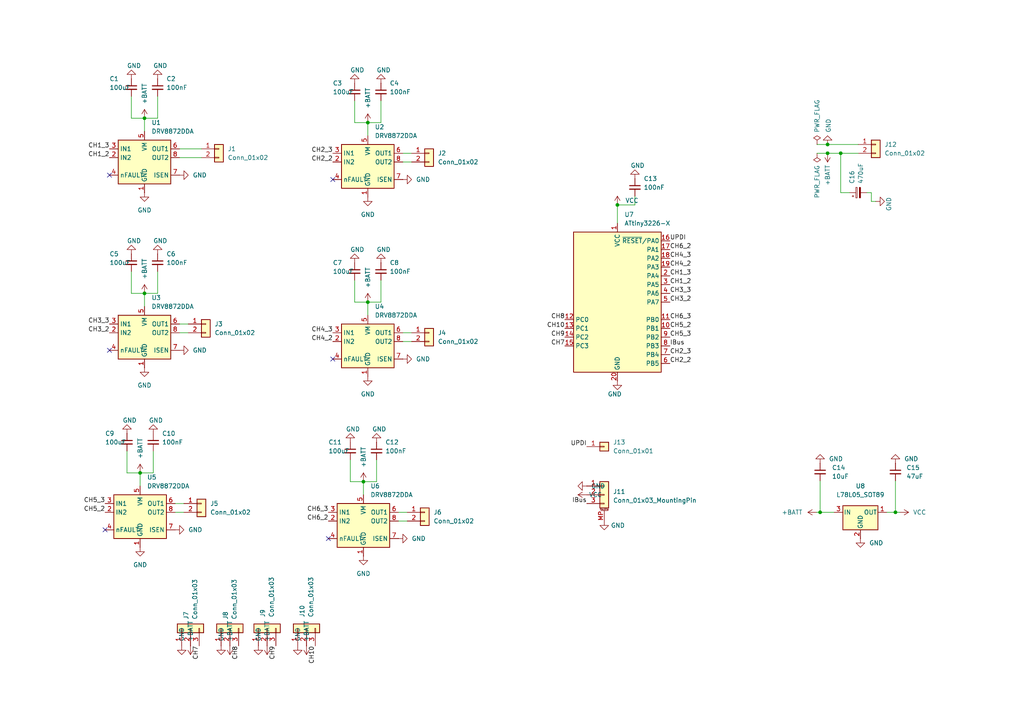
<source format=kicad_sch>
(kicad_sch
	(version 20250114)
	(generator "eeschema")
	(generator_version "9.0")
	(uuid "798d43f7-598b-4cf1-ac7b-acbad96c8199")
	(paper "A4")
	(title_block
		(title "Lego RC Hub 10ch v4")
	)
	(lib_symbols
		(symbol "Connector_Generic:Conn_01x01"
			(pin_names
				(offset 1.016)
				(hide yes)
			)
			(exclude_from_sim no)
			(in_bom yes)
			(on_board yes)
			(property "Reference" "J"
				(at 0 2.54 0)
				(effects
					(font
						(size 1.27 1.27)
					)
				)
			)
			(property "Value" "Conn_01x01"
				(at 0 -2.54 0)
				(effects
					(font
						(size 1.27 1.27)
					)
				)
			)
			(property "Footprint" ""
				(at 0 0 0)
				(effects
					(font
						(size 1.27 1.27)
					)
					(hide yes)
				)
			)
			(property "Datasheet" "~"
				(at 0 0 0)
				(effects
					(font
						(size 1.27 1.27)
					)
					(hide yes)
				)
			)
			(property "Description" "Generic connector, single row, 01x01, script generated (kicad-library-utils/schlib/autogen/connector/)"
				(at 0 0 0)
				(effects
					(font
						(size 1.27 1.27)
					)
					(hide yes)
				)
			)
			(property "ki_keywords" "connector"
				(at 0 0 0)
				(effects
					(font
						(size 1.27 1.27)
					)
					(hide yes)
				)
			)
			(property "ki_fp_filters" "Connector*:*_1x??_*"
				(at 0 0 0)
				(effects
					(font
						(size 1.27 1.27)
					)
					(hide yes)
				)
			)
			(symbol "Conn_01x01_1_1"
				(rectangle
					(start -1.27 1.27)
					(end 1.27 -1.27)
					(stroke
						(width 0.254)
						(type default)
					)
					(fill
						(type background)
					)
				)
				(rectangle
					(start -1.27 0.127)
					(end 0 -0.127)
					(stroke
						(width 0.1524)
						(type default)
					)
					(fill
						(type none)
					)
				)
				(pin passive line
					(at -5.08 0 0)
					(length 3.81)
					(name "Pin_1"
						(effects
							(font
								(size 1.27 1.27)
							)
						)
					)
					(number "1"
						(effects
							(font
								(size 1.27 1.27)
							)
						)
					)
				)
			)
			(embedded_fonts no)
		)
		(symbol "Connector_Generic:Conn_01x02"
			(pin_names
				(offset 1.016)
				(hide yes)
			)
			(exclude_from_sim no)
			(in_bom yes)
			(on_board yes)
			(property "Reference" "J"
				(at 0 2.54 0)
				(effects
					(font
						(size 1.27 1.27)
					)
				)
			)
			(property "Value" "Conn_01x02"
				(at 0 -5.08 0)
				(effects
					(font
						(size 1.27 1.27)
					)
				)
			)
			(property "Footprint" ""
				(at 0 0 0)
				(effects
					(font
						(size 1.27 1.27)
					)
					(hide yes)
				)
			)
			(property "Datasheet" "~"
				(at 0 0 0)
				(effects
					(font
						(size 1.27 1.27)
					)
					(hide yes)
				)
			)
			(property "Description" "Generic connector, single row, 01x02, script generated (kicad-library-utils/schlib/autogen/connector/)"
				(at 0 0 0)
				(effects
					(font
						(size 1.27 1.27)
					)
					(hide yes)
				)
			)
			(property "ki_keywords" "connector"
				(at 0 0 0)
				(effects
					(font
						(size 1.27 1.27)
					)
					(hide yes)
				)
			)
			(property "ki_fp_filters" "Connector*:*_1x??_*"
				(at 0 0 0)
				(effects
					(font
						(size 1.27 1.27)
					)
					(hide yes)
				)
			)
			(symbol "Conn_01x02_1_1"
				(rectangle
					(start -1.27 1.27)
					(end 1.27 -3.81)
					(stroke
						(width 0.254)
						(type default)
					)
					(fill
						(type background)
					)
				)
				(rectangle
					(start -1.27 0.127)
					(end 0 -0.127)
					(stroke
						(width 0.1524)
						(type default)
					)
					(fill
						(type none)
					)
				)
				(rectangle
					(start -1.27 -2.413)
					(end 0 -2.667)
					(stroke
						(width 0.1524)
						(type default)
					)
					(fill
						(type none)
					)
				)
				(pin passive line
					(at -5.08 0 0)
					(length 3.81)
					(name "Pin_1"
						(effects
							(font
								(size 1.27 1.27)
							)
						)
					)
					(number "1"
						(effects
							(font
								(size 1.27 1.27)
							)
						)
					)
				)
				(pin passive line
					(at -5.08 -2.54 0)
					(length 3.81)
					(name "Pin_2"
						(effects
							(font
								(size 1.27 1.27)
							)
						)
					)
					(number "2"
						(effects
							(font
								(size 1.27 1.27)
							)
						)
					)
				)
			)
			(embedded_fonts no)
		)
		(symbol "Connector_Generic:Conn_01x03"
			(pin_names
				(offset 1.016)
				(hide yes)
			)
			(exclude_from_sim no)
			(in_bom yes)
			(on_board yes)
			(property "Reference" "J"
				(at 0 5.08 0)
				(effects
					(font
						(size 1.27 1.27)
					)
				)
			)
			(property "Value" "Conn_01x03"
				(at 0 -5.08 0)
				(effects
					(font
						(size 1.27 1.27)
					)
				)
			)
			(property "Footprint" ""
				(at 0 0 0)
				(effects
					(font
						(size 1.27 1.27)
					)
					(hide yes)
				)
			)
			(property "Datasheet" "~"
				(at 0 0 0)
				(effects
					(font
						(size 1.27 1.27)
					)
					(hide yes)
				)
			)
			(property "Description" "Generic connector, single row, 01x03, script generated (kicad-library-utils/schlib/autogen/connector/)"
				(at 0 0 0)
				(effects
					(font
						(size 1.27 1.27)
					)
					(hide yes)
				)
			)
			(property "ki_keywords" "connector"
				(at 0 0 0)
				(effects
					(font
						(size 1.27 1.27)
					)
					(hide yes)
				)
			)
			(property "ki_fp_filters" "Connector*:*_1x??_*"
				(at 0 0 0)
				(effects
					(font
						(size 1.27 1.27)
					)
					(hide yes)
				)
			)
			(symbol "Conn_01x03_1_1"
				(rectangle
					(start -1.27 3.81)
					(end 1.27 -3.81)
					(stroke
						(width 0.254)
						(type default)
					)
					(fill
						(type background)
					)
				)
				(rectangle
					(start -1.27 2.667)
					(end 0 2.413)
					(stroke
						(width 0.1524)
						(type default)
					)
					(fill
						(type none)
					)
				)
				(rectangle
					(start -1.27 0.127)
					(end 0 -0.127)
					(stroke
						(width 0.1524)
						(type default)
					)
					(fill
						(type none)
					)
				)
				(rectangle
					(start -1.27 -2.413)
					(end 0 -2.667)
					(stroke
						(width 0.1524)
						(type default)
					)
					(fill
						(type none)
					)
				)
				(pin passive line
					(at -5.08 2.54 0)
					(length 3.81)
					(name "Pin_1"
						(effects
							(font
								(size 1.27 1.27)
							)
						)
					)
					(number "1"
						(effects
							(font
								(size 1.27 1.27)
							)
						)
					)
				)
				(pin passive line
					(at -5.08 0 0)
					(length 3.81)
					(name "Pin_2"
						(effects
							(font
								(size 1.27 1.27)
							)
						)
					)
					(number "2"
						(effects
							(font
								(size 1.27 1.27)
							)
						)
					)
				)
				(pin passive line
					(at -5.08 -2.54 0)
					(length 3.81)
					(name "Pin_3"
						(effects
							(font
								(size 1.27 1.27)
							)
						)
					)
					(number "3"
						(effects
							(font
								(size 1.27 1.27)
							)
						)
					)
				)
			)
			(embedded_fonts no)
		)
		(symbol "Connector_Generic_MountingPin:Conn_01x03_MountingPin"
			(pin_names
				(offset 1.016)
				(hide yes)
			)
			(exclude_from_sim no)
			(in_bom yes)
			(on_board yes)
			(property "Reference" "J"
				(at 0 5.08 0)
				(effects
					(font
						(size 1.27 1.27)
					)
				)
			)
			(property "Value" "Conn_01x03_MountingPin"
				(at 1.27 -5.08 0)
				(effects
					(font
						(size 1.27 1.27)
					)
					(justify left)
				)
			)
			(property "Footprint" ""
				(at 0 0 0)
				(effects
					(font
						(size 1.27 1.27)
					)
					(hide yes)
				)
			)
			(property "Datasheet" "~"
				(at 0 0 0)
				(effects
					(font
						(size 1.27 1.27)
					)
					(hide yes)
				)
			)
			(property "Description" "Generic connectable mounting pin connector, single row, 01x03, script generated (kicad-library-utils/schlib/autogen/connector/)"
				(at 0 0 0)
				(effects
					(font
						(size 1.27 1.27)
					)
					(hide yes)
				)
			)
			(property "ki_keywords" "connector"
				(at 0 0 0)
				(effects
					(font
						(size 1.27 1.27)
					)
					(hide yes)
				)
			)
			(property "ki_fp_filters" "Connector*:*_1x??-1MP*"
				(at 0 0 0)
				(effects
					(font
						(size 1.27 1.27)
					)
					(hide yes)
				)
			)
			(symbol "Conn_01x03_MountingPin_1_1"
				(rectangle
					(start -1.27 3.81)
					(end 1.27 -3.81)
					(stroke
						(width 0.254)
						(type default)
					)
					(fill
						(type background)
					)
				)
				(rectangle
					(start -1.27 2.667)
					(end 0 2.413)
					(stroke
						(width 0.1524)
						(type default)
					)
					(fill
						(type none)
					)
				)
				(rectangle
					(start -1.27 0.127)
					(end 0 -0.127)
					(stroke
						(width 0.1524)
						(type default)
					)
					(fill
						(type none)
					)
				)
				(rectangle
					(start -1.27 -2.413)
					(end 0 -2.667)
					(stroke
						(width 0.1524)
						(type default)
					)
					(fill
						(type none)
					)
				)
				(polyline
					(pts
						(xy -1.016 -4.572) (xy 1.016 -4.572)
					)
					(stroke
						(width 0.1524)
						(type default)
					)
					(fill
						(type none)
					)
				)
				(text "Mounting"
					(at 0 -4.191 0)
					(effects
						(font
							(size 0.381 0.381)
						)
					)
				)
				(pin passive line
					(at -5.08 2.54 0)
					(length 3.81)
					(name "Pin_1"
						(effects
							(font
								(size 1.27 1.27)
							)
						)
					)
					(number "1"
						(effects
							(font
								(size 1.27 1.27)
							)
						)
					)
				)
				(pin passive line
					(at -5.08 0 0)
					(length 3.81)
					(name "Pin_2"
						(effects
							(font
								(size 1.27 1.27)
							)
						)
					)
					(number "2"
						(effects
							(font
								(size 1.27 1.27)
							)
						)
					)
				)
				(pin passive line
					(at -5.08 -2.54 0)
					(length 3.81)
					(name "Pin_3"
						(effects
							(font
								(size 1.27 1.27)
							)
						)
					)
					(number "3"
						(effects
							(font
								(size 1.27 1.27)
							)
						)
					)
				)
				(pin passive line
					(at 0 -7.62 90)
					(length 3.048)
					(name "MountPin"
						(effects
							(font
								(size 1.27 1.27)
							)
						)
					)
					(number "MP"
						(effects
							(font
								(size 1.27 1.27)
							)
						)
					)
				)
			)
			(embedded_fonts no)
		)
		(symbol "Device:C_Polarized_Small"
			(pin_numbers
				(hide yes)
			)
			(pin_names
				(offset 0.254)
				(hide yes)
			)
			(exclude_from_sim no)
			(in_bom yes)
			(on_board yes)
			(property "Reference" "C"
				(at 0.254 1.778 0)
				(effects
					(font
						(size 1.27 1.27)
					)
					(justify left)
				)
			)
			(property "Value" "C_Polarized_Small"
				(at 0.254 -2.032 0)
				(effects
					(font
						(size 1.27 1.27)
					)
					(justify left)
				)
			)
			(property "Footprint" ""
				(at 0 0 0)
				(effects
					(font
						(size 1.27 1.27)
					)
					(hide yes)
				)
			)
			(property "Datasheet" "~"
				(at 0 0 0)
				(effects
					(font
						(size 1.27 1.27)
					)
					(hide yes)
				)
			)
			(property "Description" "Polarized capacitor, small symbol"
				(at 0 0 0)
				(effects
					(font
						(size 1.27 1.27)
					)
					(hide yes)
				)
			)
			(property "ki_keywords" "cap capacitor"
				(at 0 0 0)
				(effects
					(font
						(size 1.27 1.27)
					)
					(hide yes)
				)
			)
			(property "ki_fp_filters" "CP_*"
				(at 0 0 0)
				(effects
					(font
						(size 1.27 1.27)
					)
					(hide yes)
				)
			)
			(symbol "C_Polarized_Small_0_1"
				(rectangle
					(start -1.524 0.6858)
					(end 1.524 0.3048)
					(stroke
						(width 0)
						(type default)
					)
					(fill
						(type none)
					)
				)
				(rectangle
					(start -1.524 -0.3048)
					(end 1.524 -0.6858)
					(stroke
						(width 0)
						(type default)
					)
					(fill
						(type outline)
					)
				)
				(polyline
					(pts
						(xy -1.27 1.524) (xy -0.762 1.524)
					)
					(stroke
						(width 0)
						(type default)
					)
					(fill
						(type none)
					)
				)
				(polyline
					(pts
						(xy -1.016 1.27) (xy -1.016 1.778)
					)
					(stroke
						(width 0)
						(type default)
					)
					(fill
						(type none)
					)
				)
			)
			(symbol "C_Polarized_Small_1_1"
				(pin passive line
					(at 0 2.54 270)
					(length 1.8542)
					(name "~"
						(effects
							(font
								(size 1.27 1.27)
							)
						)
					)
					(number "1"
						(effects
							(font
								(size 1.27 1.27)
							)
						)
					)
				)
				(pin passive line
					(at 0 -2.54 90)
					(length 1.8542)
					(name "~"
						(effects
							(font
								(size 1.27 1.27)
							)
						)
					)
					(number "2"
						(effects
							(font
								(size 1.27 1.27)
							)
						)
					)
				)
			)
			(embedded_fonts no)
		)
		(symbol "Device:C_Small"
			(pin_numbers
				(hide yes)
			)
			(pin_names
				(offset 0.254)
				(hide yes)
			)
			(exclude_from_sim no)
			(in_bom yes)
			(on_board yes)
			(property "Reference" "C"
				(at 0.254 1.778 0)
				(effects
					(font
						(size 1.27 1.27)
					)
					(justify left)
				)
			)
			(property "Value" "C_Small"
				(at 0.254 -2.032 0)
				(effects
					(font
						(size 1.27 1.27)
					)
					(justify left)
				)
			)
			(property "Footprint" ""
				(at 0 0 0)
				(effects
					(font
						(size 1.27 1.27)
					)
					(hide yes)
				)
			)
			(property "Datasheet" "~"
				(at 0 0 0)
				(effects
					(font
						(size 1.27 1.27)
					)
					(hide yes)
				)
			)
			(property "Description" "Unpolarized capacitor, small symbol"
				(at 0 0 0)
				(effects
					(font
						(size 1.27 1.27)
					)
					(hide yes)
				)
			)
			(property "ki_keywords" "capacitor cap"
				(at 0 0 0)
				(effects
					(font
						(size 1.27 1.27)
					)
					(hide yes)
				)
			)
			(property "ki_fp_filters" "C_*"
				(at 0 0 0)
				(effects
					(font
						(size 1.27 1.27)
					)
					(hide yes)
				)
			)
			(symbol "C_Small_0_1"
				(polyline
					(pts
						(xy -1.524 0.508) (xy 1.524 0.508)
					)
					(stroke
						(width 0.3048)
						(type default)
					)
					(fill
						(type none)
					)
				)
				(polyline
					(pts
						(xy -1.524 -0.508) (xy 1.524 -0.508)
					)
					(stroke
						(width 0.3302)
						(type default)
					)
					(fill
						(type none)
					)
				)
			)
			(symbol "C_Small_1_1"
				(pin passive line
					(at 0 2.54 270)
					(length 2.032)
					(name "~"
						(effects
							(font
								(size 1.27 1.27)
							)
						)
					)
					(number "1"
						(effects
							(font
								(size 1.27 1.27)
							)
						)
					)
				)
				(pin passive line
					(at 0 -2.54 90)
					(length 2.032)
					(name "~"
						(effects
							(font
								(size 1.27 1.27)
							)
						)
					)
					(number "2"
						(effects
							(font
								(size 1.27 1.27)
							)
						)
					)
				)
			)
			(embedded_fonts no)
		)
		(symbol "Driver_Motor:DRV8872DDA"
			(exclude_from_sim no)
			(in_bom yes)
			(on_board yes)
			(property "Reference" "U"
				(at -6.35 6.35 0)
				(effects
					(font
						(size 1.27 1.27)
					)
				)
			)
			(property "Value" "DRV8872DDA"
				(at 8.89 6.35 0)
				(effects
					(font
						(size 1.27 1.27)
					)
				)
			)
			(property "Footprint" "Package_SO:Texas_HTSOP-8-1EP_3.9x4.9mm_P1.27mm_EP2.95x4.9mm_Mask2.4x3.1mm_ThermalVias"
				(at 5.08 -2.54 0)
				(effects
					(font
						(size 1.27 1.27)
					)
					(hide yes)
				)
			)
			(property "Datasheet" "http://www.ti.com/lit/ds/symlink/drv8872.pdf"
				(at -6.35 8.89 0)
				(effects
					(font
						(size 1.27 1.27)
					)
					(hide yes)
				)
			)
			(property "Description" "Brushed DC Motor Driver, PWM Control, 45V, 3.6A, Current limiting, Fault Reporting, HTSOP-8"
				(at 0 0 0)
				(effects
					(font
						(size 1.27 1.27)
					)
					(hide yes)
				)
			)
			(property "ki_keywords" "H-bridge driver motor current limit"
				(at 0 0 0)
				(effects
					(font
						(size 1.27 1.27)
					)
					(hide yes)
				)
			)
			(property "ki_fp_filters" "Texas*HTSOP*1EP*3.9x4.9mm*P1.27mm*EP2.95x4.9mm*Mask2.4x3.1mm*"
				(at 0 0 0)
				(effects
					(font
						(size 1.27 1.27)
					)
					(hide yes)
				)
			)
			(symbol "DRV8872DDA_0_1"
				(rectangle
					(start -7.62 5.08)
					(end 7.62 -7.62)
					(stroke
						(width 0.254)
						(type default)
					)
					(fill
						(type background)
					)
				)
			)
			(symbol "DRV8872DDA_1_1"
				(pin input line
					(at -10.16 2.54 0)
					(length 2.54)
					(name "IN1"
						(effects
							(font
								(size 1.27 1.27)
							)
						)
					)
					(number "3"
						(effects
							(font
								(size 1.27 1.27)
							)
						)
					)
				)
				(pin input line
					(at -10.16 0 0)
					(length 2.54)
					(name "IN2"
						(effects
							(font
								(size 1.27 1.27)
							)
						)
					)
					(number "2"
						(effects
							(font
								(size 1.27 1.27)
							)
						)
					)
				)
				(pin open_collector line
					(at -10.16 -5.08 0)
					(length 2.54)
					(name "nFAULT"
						(effects
							(font
								(size 1.27 1.27)
							)
						)
					)
					(number "4"
						(effects
							(font
								(size 1.27 1.27)
							)
						)
					)
				)
				(pin power_in line
					(at 0 7.62 270)
					(length 2.54)
					(name "VM"
						(effects
							(font
								(size 1.27 1.27)
							)
						)
					)
					(number "5"
						(effects
							(font
								(size 1.27 1.27)
							)
						)
					)
				)
				(pin power_in line
					(at 0 -10.16 90)
					(length 2.54)
					(name "GND"
						(effects
							(font
								(size 1.27 1.27)
							)
						)
					)
					(number "1"
						(effects
							(font
								(size 1.27 1.27)
							)
						)
					)
				)
				(pin passive line
					(at 0 -10.16 90)
					(length 2.54)
					(hide yes)
					(name "GND"
						(effects
							(font
								(size 1.27 1.27)
							)
						)
					)
					(number "9"
						(effects
							(font
								(size 1.27 1.27)
							)
						)
					)
				)
				(pin output line
					(at 10.16 2.54 180)
					(length 2.54)
					(name "OUT1"
						(effects
							(font
								(size 1.27 1.27)
							)
						)
					)
					(number "6"
						(effects
							(font
								(size 1.27 1.27)
							)
						)
					)
				)
				(pin output line
					(at 10.16 0 180)
					(length 2.54)
					(name "OUT2"
						(effects
							(font
								(size 1.27 1.27)
							)
						)
					)
					(number "8"
						(effects
							(font
								(size 1.27 1.27)
							)
						)
					)
				)
				(pin passive line
					(at 10.16 -5.08 180)
					(length 2.54)
					(name "ISEN"
						(effects
							(font
								(size 1.27 1.27)
							)
						)
					)
					(number "7"
						(effects
							(font
								(size 1.27 1.27)
							)
						)
					)
				)
			)
			(embedded_fonts no)
		)
		(symbol "MCU_Microchip_ATtiny:ATtiny3226-X"
			(exclude_from_sim no)
			(in_bom yes)
			(on_board yes)
			(property "Reference" "U"
				(at -12.7 21.59 0)
				(effects
					(font
						(size 1.27 1.27)
					)
					(justify left bottom)
				)
			)
			(property "Value" "ATtiny3226-X"
				(at 2.54 -21.59 0)
				(effects
					(font
						(size 1.27 1.27)
					)
					(justify left top)
				)
			)
			(property "Footprint" "Package_SO:SSOP-20_5.3x7.2mm_P0.65mm"
				(at 0 0 0)
				(effects
					(font
						(size 1.27 1.27)
						(italic yes)
					)
					(hide yes)
				)
			)
			(property "Datasheet" "https://ww1.microchip.com/downloads/en/DeviceDoc/ATtiny3224-3226-3227-Data-Sheet-DS40002345A.pdf"
				(at 0 0 0)
				(effects
					(font
						(size 1.27 1.27)
					)
					(hide yes)
				)
			)
			(property "Description" "20MHz, 32kB Flash, 3kB SRAM, 256B EEPROM, SSOP-20"
				(at 0 0 0)
				(effects
					(font
						(size 1.27 1.27)
					)
					(hide yes)
				)
			)
			(property "ki_keywords" "AVR 8bit Microcontroller tinyAVR"
				(at 0 0 0)
				(effects
					(font
						(size 1.27 1.27)
					)
					(hide yes)
				)
			)
			(property "ki_fp_filters" "SSOP*5.3x7.2mm*P0.65mm*"
				(at 0 0 0)
				(effects
					(font
						(size 1.27 1.27)
					)
					(hide yes)
				)
			)
			(symbol "ATtiny3226-X_0_1"
				(rectangle
					(start -12.7 -20.32)
					(end 12.7 20.32)
					(stroke
						(width 0.254)
						(type default)
					)
					(fill
						(type background)
					)
				)
			)
			(symbol "ATtiny3226-X_1_1"
				(pin bidirectional line
					(at -15.24 -5.08 0)
					(length 2.54)
					(name "PC0"
						(effects
							(font
								(size 1.27 1.27)
							)
						)
					)
					(number "12"
						(effects
							(font
								(size 1.27 1.27)
							)
						)
					)
				)
				(pin bidirectional line
					(at -15.24 -7.62 0)
					(length 2.54)
					(name "PC1"
						(effects
							(font
								(size 1.27 1.27)
							)
						)
					)
					(number "13"
						(effects
							(font
								(size 1.27 1.27)
							)
						)
					)
				)
				(pin bidirectional line
					(at -15.24 -10.16 0)
					(length 2.54)
					(name "PC2"
						(effects
							(font
								(size 1.27 1.27)
							)
						)
					)
					(number "14"
						(effects
							(font
								(size 1.27 1.27)
							)
						)
					)
				)
				(pin bidirectional line
					(at -15.24 -12.7 0)
					(length 2.54)
					(name "PC3"
						(effects
							(font
								(size 1.27 1.27)
							)
						)
					)
					(number "15"
						(effects
							(font
								(size 1.27 1.27)
							)
						)
					)
				)
				(pin power_in line
					(at 0 22.86 270)
					(length 2.54)
					(name "VCC"
						(effects
							(font
								(size 1.27 1.27)
							)
						)
					)
					(number "1"
						(effects
							(font
								(size 1.27 1.27)
							)
						)
					)
				)
				(pin power_in line
					(at 0 -22.86 90)
					(length 2.54)
					(name "GND"
						(effects
							(font
								(size 1.27 1.27)
							)
						)
					)
					(number "20"
						(effects
							(font
								(size 1.27 1.27)
							)
						)
					)
				)
				(pin bidirectional line
					(at 15.24 17.78 180)
					(length 2.54)
					(name "~{RESET}/PA0"
						(effects
							(font
								(size 1.27 1.27)
							)
						)
					)
					(number "16"
						(effects
							(font
								(size 1.27 1.27)
							)
						)
					)
				)
				(pin bidirectional line
					(at 15.24 15.24 180)
					(length 2.54)
					(name "PA1"
						(effects
							(font
								(size 1.27 1.27)
							)
						)
					)
					(number "17"
						(effects
							(font
								(size 1.27 1.27)
							)
						)
					)
				)
				(pin bidirectional line
					(at 15.24 12.7 180)
					(length 2.54)
					(name "PA2"
						(effects
							(font
								(size 1.27 1.27)
							)
						)
					)
					(number "18"
						(effects
							(font
								(size 1.27 1.27)
							)
						)
					)
				)
				(pin bidirectional line
					(at 15.24 10.16 180)
					(length 2.54)
					(name "PA3"
						(effects
							(font
								(size 1.27 1.27)
							)
						)
					)
					(number "19"
						(effects
							(font
								(size 1.27 1.27)
							)
						)
					)
				)
				(pin bidirectional line
					(at 15.24 7.62 180)
					(length 2.54)
					(name "PA4"
						(effects
							(font
								(size 1.27 1.27)
							)
						)
					)
					(number "2"
						(effects
							(font
								(size 1.27 1.27)
							)
						)
					)
				)
				(pin bidirectional line
					(at 15.24 5.08 180)
					(length 2.54)
					(name "PA5"
						(effects
							(font
								(size 1.27 1.27)
							)
						)
					)
					(number "3"
						(effects
							(font
								(size 1.27 1.27)
							)
						)
					)
				)
				(pin bidirectional line
					(at 15.24 2.54 180)
					(length 2.54)
					(name "PA6"
						(effects
							(font
								(size 1.27 1.27)
							)
						)
					)
					(number "4"
						(effects
							(font
								(size 1.27 1.27)
							)
						)
					)
				)
				(pin bidirectional line
					(at 15.24 0 180)
					(length 2.54)
					(name "PA7"
						(effects
							(font
								(size 1.27 1.27)
							)
						)
					)
					(number "5"
						(effects
							(font
								(size 1.27 1.27)
							)
						)
					)
				)
				(pin bidirectional line
					(at 15.24 -5.08 180)
					(length 2.54)
					(name "PB0"
						(effects
							(font
								(size 1.27 1.27)
							)
						)
					)
					(number "11"
						(effects
							(font
								(size 1.27 1.27)
							)
						)
					)
				)
				(pin bidirectional line
					(at 15.24 -7.62 180)
					(length 2.54)
					(name "PB1"
						(effects
							(font
								(size 1.27 1.27)
							)
						)
					)
					(number "10"
						(effects
							(font
								(size 1.27 1.27)
							)
						)
					)
				)
				(pin bidirectional line
					(at 15.24 -10.16 180)
					(length 2.54)
					(name "PB2"
						(effects
							(font
								(size 1.27 1.27)
							)
						)
					)
					(number "9"
						(effects
							(font
								(size 1.27 1.27)
							)
						)
					)
				)
				(pin bidirectional line
					(at 15.24 -12.7 180)
					(length 2.54)
					(name "PB3"
						(effects
							(font
								(size 1.27 1.27)
							)
						)
					)
					(number "8"
						(effects
							(font
								(size 1.27 1.27)
							)
						)
					)
				)
				(pin bidirectional line
					(at 15.24 -15.24 180)
					(length 2.54)
					(name "PB4"
						(effects
							(font
								(size 1.27 1.27)
							)
						)
					)
					(number "7"
						(effects
							(font
								(size 1.27 1.27)
							)
						)
					)
				)
				(pin bidirectional line
					(at 15.24 -17.78 180)
					(length 2.54)
					(name "PB5"
						(effects
							(font
								(size 1.27 1.27)
							)
						)
					)
					(number "6"
						(effects
							(font
								(size 1.27 1.27)
							)
						)
					)
				)
			)
			(embedded_fonts no)
		)
		(symbol "Regulator_Linear:L78L05_SOT89"
			(pin_names
				(offset 0.254)
			)
			(exclude_from_sim no)
			(in_bom yes)
			(on_board yes)
			(property "Reference" "U"
				(at -3.81 3.175 0)
				(effects
					(font
						(size 1.27 1.27)
					)
				)
			)
			(property "Value" "L78L05_SOT89"
				(at -0.635 3.175 0)
				(effects
					(font
						(size 1.27 1.27)
					)
					(justify left)
				)
			)
			(property "Footprint" "Package_TO_SOT_SMD:SOT-89-3"
				(at 0 5.08 0)
				(effects
					(font
						(size 1.27 1.27)
						(italic yes)
					)
					(hide yes)
				)
			)
			(property "Datasheet" "http://www.st.com/content/ccc/resource/technical/document/datasheet/15/55/e5/aa/23/5b/43/fd/CD00000446.pdf/files/CD00000446.pdf/jcr:content/translations/en.CD00000446.pdf"
				(at 0 -1.27 0)
				(effects
					(font
						(size 1.27 1.27)
					)
					(hide yes)
				)
			)
			(property "Description" "Positive 100mA 30V Linear Regulator, Fixed Output 5V, SOT-89"
				(at 0 0 0)
				(effects
					(font
						(size 1.27 1.27)
					)
					(hide yes)
				)
			)
			(property "ki_keywords" "Voltage Regulator 100mA Positive"
				(at 0 0 0)
				(effects
					(font
						(size 1.27 1.27)
					)
					(hide yes)
				)
			)
			(property "ki_fp_filters" "SOT?89*"
				(at 0 0 0)
				(effects
					(font
						(size 1.27 1.27)
					)
					(hide yes)
				)
			)
			(symbol "L78L05_SOT89_0_1"
				(rectangle
					(start -5.08 1.905)
					(end 5.08 -5.08)
					(stroke
						(width 0.254)
						(type default)
					)
					(fill
						(type background)
					)
				)
			)
			(symbol "L78L05_SOT89_1_1"
				(pin power_in line
					(at -7.62 0 0)
					(length 2.54)
					(name "IN"
						(effects
							(font
								(size 1.27 1.27)
							)
						)
					)
					(number "3"
						(effects
							(font
								(size 1.27 1.27)
							)
						)
					)
				)
				(pin power_in line
					(at 0 -7.62 90)
					(length 2.54)
					(name "GND"
						(effects
							(font
								(size 1.27 1.27)
							)
						)
					)
					(number "2"
						(effects
							(font
								(size 1.27 1.27)
							)
						)
					)
				)
				(pin power_out line
					(at 7.62 0 180)
					(length 2.54)
					(name "OUT"
						(effects
							(font
								(size 1.27 1.27)
							)
						)
					)
					(number "1"
						(effects
							(font
								(size 1.27 1.27)
							)
						)
					)
				)
			)
			(embedded_fonts no)
		)
		(symbol "power:+BATT"
			(power)
			(pin_numbers
				(hide yes)
			)
			(pin_names
				(offset 0)
				(hide yes)
			)
			(exclude_from_sim no)
			(in_bom yes)
			(on_board yes)
			(property "Reference" "#PWR"
				(at 0 -3.81 0)
				(effects
					(font
						(size 1.27 1.27)
					)
					(hide yes)
				)
			)
			(property "Value" "+BATT"
				(at 0 3.556 0)
				(effects
					(font
						(size 1.27 1.27)
					)
				)
			)
			(property "Footprint" ""
				(at 0 0 0)
				(effects
					(font
						(size 1.27 1.27)
					)
					(hide yes)
				)
			)
			(property "Datasheet" ""
				(at 0 0 0)
				(effects
					(font
						(size 1.27 1.27)
					)
					(hide yes)
				)
			)
			(property "Description" "Power symbol creates a global label with name \"+BATT\""
				(at 0 0 0)
				(effects
					(font
						(size 1.27 1.27)
					)
					(hide yes)
				)
			)
			(property "ki_keywords" "global power battery"
				(at 0 0 0)
				(effects
					(font
						(size 1.27 1.27)
					)
					(hide yes)
				)
			)
			(symbol "+BATT_0_1"
				(polyline
					(pts
						(xy -0.762 1.27) (xy 0 2.54)
					)
					(stroke
						(width 0)
						(type default)
					)
					(fill
						(type none)
					)
				)
				(polyline
					(pts
						(xy 0 2.54) (xy 0.762 1.27)
					)
					(stroke
						(width 0)
						(type default)
					)
					(fill
						(type none)
					)
				)
				(polyline
					(pts
						(xy 0 0) (xy 0 2.54)
					)
					(stroke
						(width 0)
						(type default)
					)
					(fill
						(type none)
					)
				)
			)
			(symbol "+BATT_1_1"
				(pin power_in line
					(at 0 0 90)
					(length 0)
					(name "~"
						(effects
							(font
								(size 1.27 1.27)
							)
						)
					)
					(number "1"
						(effects
							(font
								(size 1.27 1.27)
							)
						)
					)
				)
			)
			(embedded_fonts no)
		)
		(symbol "power:GND"
			(power)
			(pin_numbers
				(hide yes)
			)
			(pin_names
				(offset 0)
				(hide yes)
			)
			(exclude_from_sim no)
			(in_bom yes)
			(on_board yes)
			(property "Reference" "#PWR"
				(at 0 -6.35 0)
				(effects
					(font
						(size 1.27 1.27)
					)
					(hide yes)
				)
			)
			(property "Value" "GND"
				(at 0 -3.81 0)
				(effects
					(font
						(size 1.27 1.27)
					)
				)
			)
			(property "Footprint" ""
				(at 0 0 0)
				(effects
					(font
						(size 1.27 1.27)
					)
					(hide yes)
				)
			)
			(property "Datasheet" ""
				(at 0 0 0)
				(effects
					(font
						(size 1.27 1.27)
					)
					(hide yes)
				)
			)
			(property "Description" "Power symbol creates a global label with name \"GND\" , ground"
				(at 0 0 0)
				(effects
					(font
						(size 1.27 1.27)
					)
					(hide yes)
				)
			)
			(property "ki_keywords" "global power"
				(at 0 0 0)
				(effects
					(font
						(size 1.27 1.27)
					)
					(hide yes)
				)
			)
			(symbol "GND_0_1"
				(polyline
					(pts
						(xy 0 0) (xy 0 -1.27) (xy 1.27 -1.27) (xy 0 -2.54) (xy -1.27 -1.27) (xy 0 -1.27)
					)
					(stroke
						(width 0)
						(type default)
					)
					(fill
						(type none)
					)
				)
			)
			(symbol "GND_1_1"
				(pin power_in line
					(at 0 0 270)
					(length 0)
					(name "~"
						(effects
							(font
								(size 1.27 1.27)
							)
						)
					)
					(number "1"
						(effects
							(font
								(size 1.27 1.27)
							)
						)
					)
				)
			)
			(embedded_fonts no)
		)
		(symbol "power:PWR_FLAG"
			(power)
			(pin_numbers
				(hide yes)
			)
			(pin_names
				(offset 0)
				(hide yes)
			)
			(exclude_from_sim no)
			(in_bom yes)
			(on_board yes)
			(property "Reference" "#FLG"
				(at 0 1.905 0)
				(effects
					(font
						(size 1.27 1.27)
					)
					(hide yes)
				)
			)
			(property "Value" "PWR_FLAG"
				(at 0 3.81 0)
				(effects
					(font
						(size 1.27 1.27)
					)
				)
			)
			(property "Footprint" ""
				(at 0 0 0)
				(effects
					(font
						(size 1.27 1.27)
					)
					(hide yes)
				)
			)
			(property "Datasheet" "~"
				(at 0 0 0)
				(effects
					(font
						(size 1.27 1.27)
					)
					(hide yes)
				)
			)
			(property "Description" "Special symbol for telling ERC where power comes from"
				(at 0 0 0)
				(effects
					(font
						(size 1.27 1.27)
					)
					(hide yes)
				)
			)
			(property "ki_keywords" "flag power"
				(at 0 0 0)
				(effects
					(font
						(size 1.27 1.27)
					)
					(hide yes)
				)
			)
			(symbol "PWR_FLAG_0_0"
				(pin power_out line
					(at 0 0 90)
					(length 0)
					(name "~"
						(effects
							(font
								(size 1.27 1.27)
							)
						)
					)
					(number "1"
						(effects
							(font
								(size 1.27 1.27)
							)
						)
					)
				)
			)
			(symbol "PWR_FLAG_0_1"
				(polyline
					(pts
						(xy 0 0) (xy 0 1.27) (xy -1.016 1.905) (xy 0 2.54) (xy 1.016 1.905) (xy 0 1.27)
					)
					(stroke
						(width 0)
						(type default)
					)
					(fill
						(type none)
					)
				)
			)
			(embedded_fonts no)
		)
		(symbol "power:VCC"
			(power)
			(pin_numbers
				(hide yes)
			)
			(pin_names
				(offset 0)
				(hide yes)
			)
			(exclude_from_sim no)
			(in_bom yes)
			(on_board yes)
			(property "Reference" "#PWR"
				(at 0 -3.81 0)
				(effects
					(font
						(size 1.27 1.27)
					)
					(hide yes)
				)
			)
			(property "Value" "VCC"
				(at 0 3.556 0)
				(effects
					(font
						(size 1.27 1.27)
					)
				)
			)
			(property "Footprint" ""
				(at 0 0 0)
				(effects
					(font
						(size 1.27 1.27)
					)
					(hide yes)
				)
			)
			(property "Datasheet" ""
				(at 0 0 0)
				(effects
					(font
						(size 1.27 1.27)
					)
					(hide yes)
				)
			)
			(property "Description" "Power symbol creates a global label with name \"VCC\""
				(at 0 0 0)
				(effects
					(font
						(size 1.27 1.27)
					)
					(hide yes)
				)
			)
			(property "ki_keywords" "global power"
				(at 0 0 0)
				(effects
					(font
						(size 1.27 1.27)
					)
					(hide yes)
				)
			)
			(symbol "VCC_0_1"
				(polyline
					(pts
						(xy -0.762 1.27) (xy 0 2.54)
					)
					(stroke
						(width 0)
						(type default)
					)
					(fill
						(type none)
					)
				)
				(polyline
					(pts
						(xy 0 2.54) (xy 0.762 1.27)
					)
					(stroke
						(width 0)
						(type default)
					)
					(fill
						(type none)
					)
				)
				(polyline
					(pts
						(xy 0 0) (xy 0 2.54)
					)
					(stroke
						(width 0)
						(type default)
					)
					(fill
						(type none)
					)
				)
			)
			(symbol "VCC_1_1"
				(pin power_in line
					(at 0 0 90)
					(length 0)
					(name "~"
						(effects
							(font
								(size 1.27 1.27)
							)
						)
					)
					(number "1"
						(effects
							(font
								(size 1.27 1.27)
							)
						)
					)
				)
			)
			(embedded_fonts no)
		)
	)
	(junction
		(at 237.871 148.59)
		(diameter 0)
		(color 0 0 0 0)
		(uuid "089cea8a-ff8c-4c06-aed4-c24f69524f37")
	)
	(junction
		(at 105.41 139.7)
		(diameter 0)
		(color 0 0 0 0)
		(uuid "279ce5dd-787b-4820-a597-de7c36c839cf")
	)
	(junction
		(at 243.84 44.45)
		(diameter 0)
		(color 0 0 0 0)
		(uuid "2f7bd335-77c1-4f35-9a6e-35af2e4ea8f2")
	)
	(junction
		(at 41.91 34.29)
		(diameter 0)
		(color 0 0 0 0)
		(uuid "726aa094-a5f9-4789-ae47-23a8b10af5d5")
	)
	(junction
		(at 41.91 85.09)
		(diameter 0)
		(color 0 0 0 0)
		(uuid "7b9293a5-76b0-4cdd-87b5-1cab4018405d")
	)
	(junction
		(at 240.03 44.45)
		(diameter 0)
		(color 0 0 0 0)
		(uuid "8a925a67-23dd-4bac-825e-84a4c550b5be")
	)
	(junction
		(at 106.68 35.56)
		(diameter 0)
		(color 0 0 0 0)
		(uuid "b2ad2e6a-6302-4d2e-8973-78a0b3865e26")
	)
	(junction
		(at 240.03 41.91)
		(diameter 0)
		(color 0 0 0 0)
		(uuid "b44406d8-7973-4cf2-a6b8-4c43876424e7")
	)
	(junction
		(at 179.07 59.436)
		(diameter 0)
		(color 0 0 0 0)
		(uuid "cd7648e4-7818-44c2-b581-8a07bd09f1d3")
	)
	(junction
		(at 40.64 137.16)
		(diameter 0)
		(color 0 0 0 0)
		(uuid "d530463f-f54e-4117-9330-a3ce8a4d5ad2")
	)
	(junction
		(at 259.715 148.59)
		(diameter 0)
		(color 0 0 0 0)
		(uuid "d84f67ec-aa7b-46f4-90b7-71c88a9ff62e")
	)
	(junction
		(at 106.68 87.63)
		(diameter 0)
		(color 0 0 0 0)
		(uuid "d976a483-70e3-4f08-88b7-d922db401f1b")
	)
	(no_connect
		(at 96.52 52.07)
		(uuid "01fbb59c-0f41-479f-9909-dc2b9c940625")
	)
	(no_connect
		(at 96.52 104.14)
		(uuid "01fbb59c-0f41-479f-9909-dc2b9c940626")
	)
	(no_connect
		(at 31.75 50.8)
		(uuid "01fbb59c-0f41-479f-9909-dc2b9c940627")
	)
	(no_connect
		(at 31.75 101.6)
		(uuid "01fbb59c-0f41-479f-9909-dc2b9c940628")
	)
	(no_connect
		(at 30.48 153.67)
		(uuid "1c814106-8c37-44e2-aec7-dd261296f3ef")
	)
	(no_connect
		(at 95.25 156.21)
		(uuid "db680ab0-fc09-439c-bf9b-956560df46be")
	)
	(wire
		(pts
			(xy 45.72 78.74) (xy 45.72 85.09)
		)
		(stroke
			(width 0)
			(type default)
		)
		(uuid "059a97de-78b1-4f1c-8d9c-dffde3f52e6f")
	)
	(wire
		(pts
			(xy 105.41 139.7) (xy 101.6 139.7)
		)
		(stroke
			(width 0)
			(type default)
		)
		(uuid "194f8500-39f7-43ec-be38-71380da117cd")
	)
	(wire
		(pts
			(xy 252.73 58.42) (xy 254 58.42)
		)
		(stroke
			(width 0)
			(type default)
		)
		(uuid "1fc66eef-1732-4a28-b0d8-7192332d3c6b")
	)
	(wire
		(pts
			(xy 102.87 29.21) (xy 102.87 35.56)
		)
		(stroke
			(width 0)
			(type default)
		)
		(uuid "222ca3eb-80cd-4cdb-8d17-dc4a2742447f")
	)
	(wire
		(pts
			(xy 106.68 35.56) (xy 106.68 39.37)
		)
		(stroke
			(width 0)
			(type default)
		)
		(uuid "22d67190-cac7-4c87-a638-9563a62201fd")
	)
	(wire
		(pts
			(xy 243.84 44.45) (xy 248.92 44.45)
		)
		(stroke
			(width 0)
			(type default)
		)
		(uuid "259e62f9-6afa-4e48-b752-122c83578aa7")
	)
	(wire
		(pts
			(xy 102.87 81.28) (xy 102.87 87.63)
		)
		(stroke
			(width 0)
			(type default)
		)
		(uuid "291f0f2a-ec85-40ae-aad9-3d89b77dec9a")
	)
	(wire
		(pts
			(xy 106.68 35.56) (xy 102.87 35.56)
		)
		(stroke
			(width 0)
			(type default)
		)
		(uuid "2cbd0639-e5c0-40d4-b833-ce938c59d5e0")
	)
	(wire
		(pts
			(xy 116.84 96.52) (xy 119.38 96.52)
		)
		(stroke
			(width 0)
			(type default)
		)
		(uuid "306a3d33-70aa-434f-a5c2-a44a9e351266")
	)
	(wire
		(pts
			(xy 40.64 137.16) (xy 40.64 140.97)
		)
		(stroke
			(width 0)
			(type default)
		)
		(uuid "39fcf690-6c72-4e00-82bc-e794b24f2700")
	)
	(wire
		(pts
			(xy 40.64 137.16) (xy 36.83 137.16)
		)
		(stroke
			(width 0)
			(type default)
		)
		(uuid "3b1772e1-77b4-42d7-90f6-6fdc8aad6e21")
	)
	(wire
		(pts
			(xy 240.03 41.91) (xy 248.92 41.91)
		)
		(stroke
			(width 0)
			(type default)
		)
		(uuid "3bd3a0e9-5b5a-4b2c-aa72-068541279116")
	)
	(wire
		(pts
			(xy 259.715 139.446) (xy 259.715 148.59)
		)
		(stroke
			(width 0)
			(type default)
		)
		(uuid "40fa0bc4-047b-4dd4-8cab-6ef07ab32a6e")
	)
	(wire
		(pts
			(xy 105.41 139.7) (xy 105.41 143.51)
		)
		(stroke
			(width 0)
			(type default)
		)
		(uuid "453a56ac-195e-4802-b969-65b728e42a88")
	)
	(wire
		(pts
			(xy 52.07 43.18) (xy 58.42 43.18)
		)
		(stroke
			(width 0)
			(type default)
		)
		(uuid "47f4d908-dce8-4893-a40b-243d5ce22aac")
	)
	(wire
		(pts
			(xy 41.91 34.29) (xy 38.1 34.29)
		)
		(stroke
			(width 0)
			(type default)
		)
		(uuid "4a297b2b-942c-49a0-a15a-08f9d71b493a")
	)
	(wire
		(pts
			(xy 109.22 133.35) (xy 109.22 139.7)
		)
		(stroke
			(width 0)
			(type default)
		)
		(uuid "4d977670-1612-4380-8448-236f0830f444")
	)
	(wire
		(pts
			(xy 110.49 29.21) (xy 110.49 35.56)
		)
		(stroke
			(width 0)
			(type default)
		)
		(uuid "589a3f83-c9cd-420b-bbac-778021a37714")
	)
	(wire
		(pts
			(xy 50.8 148.59) (xy 53.34 148.59)
		)
		(stroke
			(width 0)
			(type default)
		)
		(uuid "64f130a5-cb27-465d-92be-8abcf2b12018")
	)
	(wire
		(pts
			(xy 38.1 27.94) (xy 38.1 34.29)
		)
		(stroke
			(width 0)
			(type default)
		)
		(uuid "6dbcf1ad-7a91-49d9-8776-f4604ed7566a")
	)
	(wire
		(pts
			(xy 41.91 34.29) (xy 41.91 38.1)
		)
		(stroke
			(width 0)
			(type default)
		)
		(uuid "6dd90c1c-6e43-4512-8bf6-79a3ff494794")
	)
	(wire
		(pts
			(xy 246.38 55.88) (xy 243.84 55.88)
		)
		(stroke
			(width 0)
			(type default)
		)
		(uuid "71791796-3be7-45b9-84ff-eb089629ba22")
	)
	(wire
		(pts
			(xy 50.8 146.05) (xy 53.34 146.05)
		)
		(stroke
			(width 0)
			(type default)
		)
		(uuid "7254e4bf-943a-4569-bcbb-f1b2b3694658")
	)
	(wire
		(pts
			(xy 116.84 46.99) (xy 119.38 46.99)
		)
		(stroke
			(width 0)
			(type default)
		)
		(uuid "740cde0b-5828-4df5-b429-79827956970e")
	)
	(wire
		(pts
			(xy 116.84 99.06) (xy 119.38 99.06)
		)
		(stroke
			(width 0)
			(type default)
		)
		(uuid "7b49f77e-7f89-409e-8708-f4ef4c897add")
	)
	(wire
		(pts
			(xy 257.175 148.59) (xy 259.715 148.59)
		)
		(stroke
			(width 0)
			(type default)
		)
		(uuid "7b91eca4-ebdf-4e3b-ba63-1a1141f134ee")
	)
	(wire
		(pts
			(xy 236.982 41.91) (xy 240.03 41.91)
		)
		(stroke
			(width 0)
			(type default)
		)
		(uuid "7c12865b-0221-4d90-a777-b12b98df623c")
	)
	(wire
		(pts
			(xy 252.73 58.42) (xy 252.73 55.88)
		)
		(stroke
			(width 0)
			(type default)
		)
		(uuid "7c21285a-7aff-4030-b70d-ed6bf180c5d1")
	)
	(wire
		(pts
			(xy 237.871 139.446) (xy 237.871 148.59)
		)
		(stroke
			(width 0)
			(type default)
		)
		(uuid "7c5b5b94-42c5-4651-9b3c-304533dc416c")
	)
	(wire
		(pts
			(xy 179.07 59.436) (xy 179.07 64.77)
		)
		(stroke
			(width 0)
			(type default)
		)
		(uuid "803bcc77-4678-4fe8-a78c-ad49abdd0b0e")
	)
	(wire
		(pts
			(xy 36.83 130.81) (xy 36.83 137.16)
		)
		(stroke
			(width 0)
			(type default)
		)
		(uuid "827147cd-b591-4ba1-bb7f-34f9b4ea395e")
	)
	(wire
		(pts
			(xy 116.84 44.45) (xy 119.38 44.45)
		)
		(stroke
			(width 0)
			(type default)
		)
		(uuid "834a1af6-817c-4683-b4bd-74b28f54e7cc")
	)
	(wire
		(pts
			(xy 243.84 55.88) (xy 243.84 44.45)
		)
		(stroke
			(width 0)
			(type default)
		)
		(uuid "869b6151-5c97-4fbe-89c4-28c70480769a")
	)
	(wire
		(pts
			(xy 236.982 44.45) (xy 240.03 44.45)
		)
		(stroke
			(width 0)
			(type default)
		)
		(uuid "8977460a-64bb-4b9e-8af6-01afb6f641e8")
	)
	(wire
		(pts
			(xy 45.72 85.09) (xy 41.91 85.09)
		)
		(stroke
			(width 0)
			(type default)
		)
		(uuid "8a042001-a01e-42f5-8a9a-6e8c56096a0a")
	)
	(wire
		(pts
			(xy 106.68 87.63) (xy 102.87 87.63)
		)
		(stroke
			(width 0)
			(type default)
		)
		(uuid "93e0d350-ac2f-4c5a-9c2d-b4fdfa8a0f92")
	)
	(wire
		(pts
			(xy 101.6 133.35) (xy 101.6 139.7)
		)
		(stroke
			(width 0)
			(type default)
		)
		(uuid "93fa73a3-8fe6-49c9-8368-e042a1edec16")
	)
	(wire
		(pts
			(xy 236.855 148.59) (xy 237.871 148.59)
		)
		(stroke
			(width 0)
			(type default)
		)
		(uuid "9a926014-a84d-41f2-99e3-d0fe6dd545a4")
	)
	(wire
		(pts
			(xy 259.715 148.59) (xy 260.985 148.59)
		)
		(stroke
			(width 0)
			(type default)
		)
		(uuid "9c854e76-0df5-4bf0-b5d6-17070024dc01")
	)
	(wire
		(pts
			(xy 41.91 85.09) (xy 38.1 85.09)
		)
		(stroke
			(width 0)
			(type default)
		)
		(uuid "a09867f6-4fbd-477a-aec0-94f4f165cf6a")
	)
	(wire
		(pts
			(xy 237.871 148.59) (xy 241.935 148.59)
		)
		(stroke
			(width 0)
			(type default)
		)
		(uuid "a3b347d8-38fb-4987-a2f9-862cac268652")
	)
	(wire
		(pts
			(xy 115.57 151.13) (xy 118.11 151.13)
		)
		(stroke
			(width 0)
			(type default)
		)
		(uuid "abd8c99a-ca4d-48cc-9cb5-bc1cfd3f0c9a")
	)
	(wire
		(pts
			(xy 184.15 59.436) (xy 179.07 59.436)
		)
		(stroke
			(width 0)
			(type default)
		)
		(uuid "ae68ef4d-233f-4525-b7e7-246e4f525075")
	)
	(wire
		(pts
			(xy 52.07 96.52) (xy 54.61 96.52)
		)
		(stroke
			(width 0)
			(type default)
		)
		(uuid "b4282185-caf7-48b0-98f2-060ea7c8119a")
	)
	(wire
		(pts
			(xy 184.15 56.896) (xy 184.15 59.436)
		)
		(stroke
			(width 0)
			(type default)
		)
		(uuid "be4e6007-50db-4ae0-8953-3f12b1db0d2f")
	)
	(wire
		(pts
			(xy 110.49 87.63) (xy 106.68 87.63)
		)
		(stroke
			(width 0)
			(type default)
		)
		(uuid "c5fb6ab1-94f5-48f1-a80d-2ad3c96f0696")
	)
	(wire
		(pts
			(xy 110.49 35.56) (xy 106.68 35.56)
		)
		(stroke
			(width 0)
			(type default)
		)
		(uuid "caef4d71-2d0f-406e-8c82-94b0f93a8f59")
	)
	(wire
		(pts
			(xy 45.72 27.94) (xy 45.72 34.29)
		)
		(stroke
			(width 0)
			(type default)
		)
		(uuid "d2661176-0eb8-40ec-91a8-f3fc698af2cc")
	)
	(wire
		(pts
			(xy 38.1 78.74) (xy 38.1 85.09)
		)
		(stroke
			(width 0)
			(type default)
		)
		(uuid "d57a855d-14d0-43a1-969e-d9928b900a34")
	)
	(wire
		(pts
			(xy 240.03 44.45) (xy 243.84 44.45)
		)
		(stroke
			(width 0)
			(type default)
		)
		(uuid "d76c6efc-45c1-4a39-89e7-b17935dcdf2d")
	)
	(wire
		(pts
			(xy 45.72 34.29) (xy 41.91 34.29)
		)
		(stroke
			(width 0)
			(type default)
		)
		(uuid "d8806daf-03c0-400e-af1f-8f65da0408c0")
	)
	(wire
		(pts
			(xy 109.22 139.7) (xy 105.41 139.7)
		)
		(stroke
			(width 0)
			(type default)
		)
		(uuid "dece3615-bf7c-440f-b4c3-cfcbd2829619")
	)
	(wire
		(pts
			(xy 110.49 81.28) (xy 110.49 87.63)
		)
		(stroke
			(width 0)
			(type default)
		)
		(uuid "e053a5b5-6651-449e-bd1b-34d13ca79f47")
	)
	(wire
		(pts
			(xy 106.68 87.63) (xy 106.68 91.44)
		)
		(stroke
			(width 0)
			(type default)
		)
		(uuid "e3003e0a-ddc9-47f6-bec7-1c6b5f9faea9")
	)
	(wire
		(pts
			(xy 52.07 93.98) (xy 54.61 93.98)
		)
		(stroke
			(width 0)
			(type default)
		)
		(uuid "e704e916-27d4-44cd-8a8c-8689ec12d90d")
	)
	(wire
		(pts
			(xy 115.57 148.59) (xy 118.11 148.59)
		)
		(stroke
			(width 0)
			(type default)
		)
		(uuid "e71980ca-08ab-46d4-a21d-9f62eff15b79")
	)
	(wire
		(pts
			(xy 44.45 137.16) (xy 40.64 137.16)
		)
		(stroke
			(width 0)
			(type default)
		)
		(uuid "e9ad7219-5394-4dfc-b5e6-d71b9ed437d9")
	)
	(wire
		(pts
			(xy 44.45 130.81) (xy 44.45 137.16)
		)
		(stroke
			(width 0)
			(type default)
		)
		(uuid "ea8daed5-60be-4c5b-9171-4fde7d13ee2c")
	)
	(wire
		(pts
			(xy 52.07 45.72) (xy 58.42 45.72)
		)
		(stroke
			(width 0)
			(type default)
		)
		(uuid "ebc180ed-0d94-4d72-a61a-9855c57a12f6")
	)
	(wire
		(pts
			(xy 41.91 85.09) (xy 41.91 88.9)
		)
		(stroke
			(width 0)
			(type default)
		)
		(uuid "ecdbb435-193d-4439-ac12-6583d0bf442e")
	)
	(wire
		(pts
			(xy 252.73 55.88) (xy 251.46 55.88)
		)
		(stroke
			(width 0)
			(type default)
		)
		(uuid "ece43b8e-a476-4ad3-be19-96918bcc1a94")
	)
	(label "CH10"
		(at 91.44 187.325 270)
		(effects
			(font
				(size 1.27 1.27)
			)
			(justify right bottom)
		)
		(uuid "01be1712-693e-44bd-a8ba-7380cf926810")
	)
	(label "CH5_3"
		(at 194.31 97.79 0)
		(effects
			(font
				(size 1.27 1.27)
			)
			(justify left bottom)
		)
		(uuid "11a4e57d-4151-40c1-8b41-14e89bb37d9c")
	)
	(label "CH9"
		(at 80.01 187.325 270)
		(effects
			(font
				(size 1.27 1.27)
			)
			(justify right bottom)
		)
		(uuid "172bb3a2-95d0-462c-833e-6cc62fa673bd")
	)
	(label "CH8"
		(at 69.215 187.325 270)
		(effects
			(font
				(size 1.27 1.27)
			)
			(justify right bottom)
		)
		(uuid "252ddf57-1cf1-45dc-bfc9-f54fcbf05e40")
	)
	(label "CH1_2"
		(at 194.31 82.55 0)
		(effects
			(font
				(size 1.27 1.27)
			)
			(justify left bottom)
		)
		(uuid "29a679a6-6ae8-439d-aae6-1ad8d340e33a")
	)
	(label "CH3_2"
		(at 194.31 87.63 0)
		(effects
			(font
				(size 1.27 1.27)
			)
			(justify left bottom)
		)
		(uuid "2d3c7c94-298f-4bbb-92e6-e80a2da381b2")
	)
	(label "CH7"
		(at 163.83 100.33 180)
		(effects
			(font
				(size 1.27 1.27)
			)
			(justify right bottom)
		)
		(uuid "367a3ec0-77db-40eb-a831-ee024ed808f1")
	)
	(label "CH3_2"
		(at 31.75 96.52 180)
		(effects
			(font
				(size 1.27 1.27)
			)
			(justify right bottom)
		)
		(uuid "3f74d4ab-e0a8-4ef0-ba5e-f7f432c407be")
	)
	(label "CH8"
		(at 163.83 92.71 180)
		(effects
			(font
				(size 1.27 1.27)
			)
			(justify right bottom)
		)
		(uuid "578f92fe-a74e-473b-91cd-0b92d019076d")
	)
	(label "CH6_3"
		(at 95.25 148.59 180)
		(effects
			(font
				(size 1.27 1.27)
			)
			(justify right bottom)
		)
		(uuid "58f21979-e1af-4335-a9d0-4175587c888f")
	)
	(label "CH3_3"
		(at 194.31 85.09 0)
		(effects
			(font
				(size 1.27 1.27)
			)
			(justify left bottom)
		)
		(uuid "593a8220-439d-4254-b0b2-54139c7d6a43")
	)
	(label "CH9"
		(at 163.83 97.79 180)
		(effects
			(font
				(size 1.27 1.27)
			)
			(justify right bottom)
		)
		(uuid "5d7e871d-0b62-4996-be14-6a9dcbec709a")
	)
	(label "CH5_2"
		(at 194.31 95.25 0)
		(effects
			(font
				(size 1.27 1.27)
			)
			(justify left bottom)
		)
		(uuid "61ed9c47-8e91-4705-9084-c90ee0f9b12c")
	)
	(label "CH4_3"
		(at 96.52 96.52 180)
		(effects
			(font
				(size 1.27 1.27)
			)
			(justify right bottom)
		)
		(uuid "6720836a-a3eb-4ebd-94f8-0406faa09a5a")
	)
	(label "CH5_2"
		(at 30.48 148.59 180)
		(effects
			(font
				(size 1.27 1.27)
			)
			(justify right bottom)
		)
		(uuid "78c61da4-fc3a-4d11-bfd0-58ac93555121")
	)
	(label "CH4_2"
		(at 96.52 99.06 180)
		(effects
			(font
				(size 1.27 1.27)
			)
			(justify right bottom)
		)
		(uuid "80723a3a-f2b6-4fb5-841c-f90788e24263")
	)
	(label "CH1_3"
		(at 194.31 80.01 0)
		(effects
			(font
				(size 1.27 1.27)
			)
			(justify left bottom)
		)
		(uuid "8998ba5b-f685-4fda-8f45-f76ff4d9d6c5")
	)
	(label "CH2_2"
		(at 194.31 105.41 0)
		(effects
			(font
				(size 1.27 1.27)
			)
			(justify left bottom)
		)
		(uuid "89c64846-9d31-41f6-b05b-fcd53b1afe66")
	)
	(label "UPDI"
		(at 170.18 129.54 180)
		(effects
			(font
				(size 1.27 1.27)
			)
			(justify right bottom)
		)
		(uuid "8bb480c7-671f-49a3-a108-10ddf834e34c")
	)
	(label "CH10"
		(at 163.83 95.25 180)
		(effects
			(font
				(size 1.27 1.27)
			)
			(justify right bottom)
		)
		(uuid "8e275cf4-2d6a-4ad7-8695-064e23e6be9b")
	)
	(label "CH4_3"
		(at 194.31 74.93 0)
		(effects
			(font
				(size 1.27 1.27)
			)
			(justify left bottom)
		)
		(uuid "923bfacd-d76a-462d-ac7b-e40faed4f9a5")
	)
	(label "CH2_2"
		(at 96.52 46.99 180)
		(effects
			(font
				(size 1.27 1.27)
			)
			(justify right bottom)
		)
		(uuid "9923becb-9ecd-4bd4-9577-6391d03c863b")
	)
	(label "CH7"
		(at 57.785 187.325 270)
		(effects
			(font
				(size 1.27 1.27)
			)
			(justify right bottom)
		)
		(uuid "9b8a0257-d11b-432a-ab81-a66a17621632")
	)
	(label "CH2_3"
		(at 96.52 44.45 180)
		(effects
			(font
				(size 1.27 1.27)
			)
			(justify right bottom)
		)
		(uuid "9bef1887-a3f2-480d-aee0-65e8c883c027")
	)
	(label "IBus"
		(at 170.18 146.05 180)
		(effects
			(font
				(size 1.27 1.27)
			)
			(justify right bottom)
		)
		(uuid "a49fc1f5-f8ea-431e-92ef-6e46d245a503")
	)
	(label "CH3_3"
		(at 31.75 93.98 180)
		(effects
			(font
				(size 1.27 1.27)
			)
			(justify right bottom)
		)
		(uuid "a7cb153b-a9d7-46e3-b8b4-72f6d83cac02")
	)
	(label "CH6_2"
		(at 194.31 72.39 0)
		(effects
			(font
				(size 1.27 1.27)
			)
			(justify left bottom)
		)
		(uuid "b5cdadde-2506-4017-9b49-2c1a74b960b8")
	)
	(label "CH6_3"
		(at 194.31 92.71 0)
		(effects
			(font
				(size 1.27 1.27)
			)
			(justify left bottom)
		)
		(uuid "c5b7682d-a22b-4a4a-b9d9-51ea19f5a62d")
	)
	(label "CH1_2"
		(at 31.75 45.72 180)
		(effects
			(font
				(size 1.27 1.27)
			)
			(justify right bottom)
		)
		(uuid "c8011673-f800-40a3-a5d9-39ff83b779f9")
	)
	(label "CH5_3"
		(at 30.48 146.05 180)
		(effects
			(font
				(size 1.27 1.27)
			)
			(justify right bottom)
		)
		(uuid "e14bcb8c-4d02-4a28-8612-b1bfe6112598")
	)
	(label "CH4_2"
		(at 194.31 77.47 0)
		(effects
			(font
				(size 1.27 1.27)
			)
			(justify left bottom)
		)
		(uuid "e358a5aa-fffa-4af6-ad62-a1e4f59d0ddb")
	)
	(label "CH2_3"
		(at 194.31 102.87 0)
		(effects
			(font
				(size 1.27 1.27)
			)
			(justify left bottom)
		)
		(uuid "ec6c1cdb-8148-4200-a32a-7226aeab9ae2")
	)
	(label "UPDI"
		(at 194.31 69.85 0)
		(effects
			(font
				(size 1.27 1.27)
			)
			(justify left bottom)
		)
		(uuid "f5315b1e-81f3-4085-8eff-a725a7733ea0")
	)
	(label "IBus"
		(at 194.31 100.33 0)
		(effects
			(font
				(size 1.27 1.27)
			)
			(justify left bottom)
		)
		(uuid "fa2391a8-47cd-4df3-b54f-e79a2f56bdc6")
	)
	(label "CH1_3"
		(at 31.75 43.18 180)
		(effects
			(font
				(size 1.27 1.27)
			)
			(justify right bottom)
		)
		(uuid "fdc92a3e-15d3-4db0-9452-b523d1d91c22")
	)
	(label "CH6_2"
		(at 95.25 151.13 180)
		(effects
			(font
				(size 1.27 1.27)
			)
			(justify right bottom)
		)
		(uuid "ff3c5d91-6fa2-4d3d-8bfa-d92124aa1c84")
	)
	(symbol
		(lib_id "power:GND")
		(at 41.91 106.68 0)
		(unit 1)
		(exclude_from_sim no)
		(in_bom yes)
		(on_board yes)
		(dnp no)
		(fields_autoplaced yes)
		(uuid "011c29a7-ff7c-488b-9a91-c54a1d3ffbc0")
		(property "Reference" "#PWR016"
			(at 41.91 113.03 0)
			(effects
				(font
					(size 1.27 1.27)
				)
				(hide yes)
			)
		)
		(property "Value" "GND"
			(at 41.91 111.76 0)
			(effects
				(font
					(size 1.27 1.27)
				)
			)
		)
		(property "Footprint" ""
			(at 41.91 106.68 0)
			(effects
				(font
					(size 1.27 1.27)
				)
				(hide yes)
			)
		)
		(property "Datasheet" ""
			(at 41.91 106.68 0)
			(effects
				(font
					(size 1.27 1.27)
				)
				(hide yes)
			)
		)
		(property "Description" "Power symbol creates a global label with name \"GND\" , ground"
			(at 41.91 106.68 0)
			(effects
				(font
					(size 1.27 1.27)
				)
				(hide yes)
			)
		)
		(pin "1"
			(uuid "02ca2136-b771-4397-9589-e085da597e90")
		)
		(instances
			(project ""
				(path "/798d43f7-598b-4cf1-ac7b-acbad96c8199"
					(reference "#PWR016")
					(unit 1)
				)
			)
		)
	)
	(symbol
		(lib_id "power:GND")
		(at 259.715 134.366 180)
		(unit 1)
		(exclude_from_sim no)
		(in_bom yes)
		(on_board yes)
		(dnp no)
		(fields_autoplaced yes)
		(uuid "0605f501-48c7-4901-b3e4-b5375990e458")
		(property "Reference" "#PWR040"
			(at 259.715 128.016 0)
			(effects
				(font
					(size 1.27 1.27)
				)
				(hide yes)
			)
		)
		(property "Value" "GND"
			(at 262.255 133.0959 0)
			(effects
				(font
					(size 1.27 1.27)
				)
				(justify right)
			)
		)
		(property "Footprint" ""
			(at 259.715 134.366 0)
			(effects
				(font
					(size 1.27 1.27)
				)
				(hide yes)
			)
		)
		(property "Datasheet" ""
			(at 259.715 134.366 0)
			(effects
				(font
					(size 1.27 1.27)
				)
				(hide yes)
			)
		)
		(property "Description" "Power symbol creates a global label with name \"GND\" , ground"
			(at 259.715 134.366 0)
			(effects
				(font
					(size 1.27 1.27)
				)
				(hide yes)
			)
		)
		(pin "1"
			(uuid "f7a0bee1-8bcb-4af6-825b-44fe4bda8762")
		)
		(instances
			(project ""
				(path "/798d43f7-598b-4cf1-ac7b-acbad96c8199"
					(reference "#PWR040")
					(unit 1)
				)
			)
		)
	)
	(symbol
		(lib_id "power:GND")
		(at 106.68 109.22 0)
		(unit 1)
		(exclude_from_sim no)
		(in_bom yes)
		(on_board yes)
		(dnp no)
		(fields_autoplaced yes)
		(uuid "062e51b3-b8f1-4f65-a1e4-c127988182ec")
		(property "Reference" "#PWR022"
			(at 106.68 115.57 0)
			(effects
				(font
					(size 1.27 1.27)
				)
				(hide yes)
			)
		)
		(property "Value" "GND"
			(at 106.68 114.3 0)
			(effects
				(font
					(size 1.27 1.27)
				)
			)
		)
		(property "Footprint" ""
			(at 106.68 109.22 0)
			(effects
				(font
					(size 1.27 1.27)
				)
				(hide yes)
			)
		)
		(property "Datasheet" ""
			(at 106.68 109.22 0)
			(effects
				(font
					(size 1.27 1.27)
				)
				(hide yes)
			)
		)
		(property "Description" "Power symbol creates a global label with name \"GND\" , ground"
			(at 106.68 109.22 0)
			(effects
				(font
					(size 1.27 1.27)
				)
				(hide yes)
			)
		)
		(pin "1"
			(uuid "f28ffa0a-ee5e-4708-b28d-3e21108928ee")
		)
		(instances
			(project ""
				(path "/798d43f7-598b-4cf1-ac7b-acbad96c8199"
					(reference "#PWR022")
					(unit 1)
				)
			)
		)
	)
	(symbol
		(lib_id "power:GND")
		(at 105.41 161.29 0)
		(unit 1)
		(exclude_from_sim no)
		(in_bom yes)
		(on_board yes)
		(dnp no)
		(fields_autoplaced yes)
		(uuid "06395b07-86ca-415e-b1dc-30388b27b146")
		(property "Reference" "#PWR028"
			(at 105.41 167.64 0)
			(effects
				(font
					(size 1.27 1.27)
				)
				(hide yes)
			)
		)
		(property "Value" "GND"
			(at 105.41 166.37 0)
			(effects
				(font
					(size 1.27 1.27)
				)
			)
		)
		(property "Footprint" ""
			(at 105.41 161.29 0)
			(effects
				(font
					(size 1.27 1.27)
				)
				(hide yes)
			)
		)
		(property "Datasheet" ""
			(at 105.41 161.29 0)
			(effects
				(font
					(size 1.27 1.27)
				)
				(hide yes)
			)
		)
		(property "Description" "Power symbol creates a global label with name \"GND\" , ground"
			(at 105.41 161.29 0)
			(effects
				(font
					(size 1.27 1.27)
				)
				(hide yes)
			)
		)
		(pin "1"
			(uuid "8aaf7a34-ea83-4329-9f16-5e4bddbcaded")
		)
		(instances
			(project ""
				(path "/798d43f7-598b-4cf1-ac7b-acbad96c8199"
					(reference "#PWR028")
					(unit 1)
				)
			)
		)
	)
	(symbol
		(lib_id "power:+BATT")
		(at 236.855 148.59 90)
		(unit 1)
		(exclude_from_sim no)
		(in_bom yes)
		(on_board yes)
		(dnp no)
		(uuid "07d22e4e-df1b-43fb-b2cb-a21641d456db")
		(property "Reference" "#PWR037"
			(at 240.665 148.59 0)
			(effects
				(font
					(size 1.27 1.27)
				)
				(hide yes)
			)
		)
		(property "Value" "+BATT"
			(at 226.695 148.59 90)
			(effects
				(font
					(size 1.27 1.27)
				)
				(justify right)
			)
		)
		(property "Footprint" ""
			(at 236.855 148.59 0)
			(effects
				(font
					(size 1.27 1.27)
				)
				(hide yes)
			)
		)
		(property "Datasheet" ""
			(at 236.855 148.59 0)
			(effects
				(font
					(size 1.27 1.27)
				)
				(hide yes)
			)
		)
		(property "Description" "Power symbol creates a global label with name \"+BATT\""
			(at 236.855 148.59 0)
			(effects
				(font
					(size 1.27 1.27)
				)
				(hide yes)
			)
		)
		(pin "1"
			(uuid "9423846f-4226-4cbe-8848-ce6e11af7298")
		)
		(instances
			(project ""
				(path "/798d43f7-598b-4cf1-ac7b-acbad96c8199"
					(reference "#PWR037")
					(unit 1)
				)
			)
		)
	)
	(symbol
		(lib_id "Driver_Motor:DRV8872DDA")
		(at 105.41 151.13 0)
		(unit 1)
		(exclude_from_sim no)
		(in_bom yes)
		(on_board yes)
		(dnp no)
		(fields_autoplaced yes)
		(uuid "1953d7c2-c3dd-4817-8672-7125fd47bd3d")
		(property "Reference" "U6"
			(at 107.4294 140.97 0)
			(effects
				(font
					(size 1.27 1.27)
				)
				(justify left)
			)
		)
		(property "Value" "DRV8872DDA"
			(at 107.4294 143.51 0)
			(effects
				(font
					(size 1.27 1.27)
				)
				(justify left)
			)
		)
		(property "Footprint" "CustomFootprints:Texas_HTSOP-8-1EP_3.9x4.9mm_P1.27mm_EP2.95x4.9mm_Mask2.4x3.1mm_ThermalVias"
			(at 110.49 153.67 0)
			(effects
				(font
					(size 1.27 1.27)
				)
				(hide yes)
			)
		)
		(property "Datasheet" "http://www.ti.com/lit/ds/symlink/drv8872.pdf"
			(at 99.06 142.24 0)
			(effects
				(font
					(size 1.27 1.27)
				)
				(hide yes)
			)
		)
		(property "Description" ""
			(at 105.41 151.13 0)
			(effects
				(font
					(size 1.27 1.27)
				)
				(hide yes)
			)
		)
		(pin "1"
			(uuid "1b2ac1ff-506d-4960-b614-7257b7403f64")
		)
		(pin "2"
			(uuid "0a293c9b-4ce9-44d7-8c10-13a561ccad26")
		)
		(pin "3"
			(uuid "e149c0bf-88a6-4110-bb75-908d0eb5179e")
		)
		(pin "4"
			(uuid "a0262f8b-a6ca-4814-8bf0-59daaf8eab17")
		)
		(pin "5"
			(uuid "3784270e-3f03-46ff-9102-71ecb75774b5")
		)
		(pin "6"
			(uuid "57fff75c-1537-402b-8ddd-489885869788")
		)
		(pin "7"
			(uuid "e3c78e52-f25b-4b1e-9a27-5d651702dcab")
		)
		(pin "8"
			(uuid "5fd1079f-bd84-4dc8-b77d-9cbfc8e222a8")
		)
		(pin "9"
			(uuid "0605ce70-8b4d-4b8b-a447-f1afed04745e")
		)
		(instances
			(project ""
				(path "/798d43f7-598b-4cf1-ac7b-acbad96c8199"
					(reference "U6")
					(unit 1)
				)
			)
		)
	)
	(symbol
		(lib_id "power:+BATT")
		(at 40.64 137.16 0)
		(unit 1)
		(exclude_from_sim no)
		(in_bom yes)
		(on_board yes)
		(dnp no)
		(uuid "1bbae1c7-ccb3-4e5a-89fb-203507899cc1")
		(property "Reference" "#PWR07"
			(at 40.64 140.97 0)
			(effects
				(font
					(size 1.27 1.27)
				)
				(hide yes)
			)
		)
		(property "Value" "+BATT"
			(at 40.64 127 90)
			(effects
				(font
					(size 1.27 1.27)
				)
				(justify right)
			)
		)
		(property "Footprint" ""
			(at 40.64 137.16 0)
			(effects
				(font
					(size 1.27 1.27)
				)
				(hide yes)
			)
		)
		(property "Datasheet" ""
			(at 40.64 137.16 0)
			(effects
				(font
					(size 1.27 1.27)
				)
				(hide yes)
			)
		)
		(property "Description" "Power symbol creates a global label with name \"+BATT\""
			(at 40.64 137.16 0)
			(effects
				(font
					(size 1.27 1.27)
				)
				(hide yes)
			)
		)
		(pin "1"
			(uuid "f5e7b012-da9f-4059-ace2-d831d47d7525")
		)
		(instances
			(project ""
				(path "/798d43f7-598b-4cf1-ac7b-acbad96c8199"
					(reference "#PWR07")
					(unit 1)
				)
			)
		)
	)
	(symbol
		(lib_id "Connector_Generic:Conn_01x02")
		(at 124.46 44.45 0)
		(unit 1)
		(exclude_from_sim no)
		(in_bom yes)
		(on_board yes)
		(dnp no)
		(fields_autoplaced yes)
		(uuid "1cc895fb-07e8-4808-be3b-e9e84bc2a281")
		(property "Reference" "J2"
			(at 127 44.4499 0)
			(effects
				(font
					(size 1.27 1.27)
				)
				(justify left)
			)
		)
		(property "Value" "Conn_01x02"
			(at 127 46.9899 0)
			(effects
				(font
					(size 1.27 1.27)
				)
				(justify left)
			)
		)
		(property "Footprint" "Connector_Molex:Molex_KK-254_AE-6410-02A_1x02_P2.54mm_Vertical"
			(at 124.46 44.45 0)
			(effects
				(font
					(size 1.27 1.27)
				)
				(hide yes)
			)
		)
		(property "Datasheet" "~"
			(at 124.46 44.45 0)
			(effects
				(font
					(size 1.27 1.27)
				)
				(hide yes)
			)
		)
		(property "Description" ""
			(at 124.46 44.45 0)
			(effects
				(font
					(size 1.27 1.27)
				)
				(hide yes)
			)
		)
		(pin "1"
			(uuid "30308480-be79-402f-8775-21681415668a")
		)
		(pin "2"
			(uuid "9bf7fd95-4dc9-44e0-bb75-70c464820f62")
		)
		(instances
			(project ""
				(path "/798d43f7-598b-4cf1-ac7b-acbad96c8199"
					(reference "J2")
					(unit 1)
				)
			)
		)
	)
	(symbol
		(lib_id "power:PWR_FLAG")
		(at 236.982 44.45 180)
		(unit 1)
		(exclude_from_sim no)
		(in_bom yes)
		(on_board yes)
		(dnp no)
		(uuid "1d177bdf-8d7c-4fef-80d2-dc2e72e23df6")
		(property "Reference" "#FLG02"
			(at 236.982 46.355 0)
			(effects
				(font
					(size 1.27 1.27)
				)
				(hide yes)
			)
		)
		(property "Value" "PWR_FLAG"
			(at 236.982 52.705 90)
			(effects
				(font
					(size 1.27 1.27)
				)
			)
		)
		(property "Footprint" ""
			(at 236.982 44.45 0)
			(effects
				(font
					(size 1.27 1.27)
				)
				(hide yes)
			)
		)
		(property "Datasheet" "~"
			(at 236.982 44.45 0)
			(effects
				(font
					(size 1.27 1.27)
				)
				(hide yes)
			)
		)
		(property "Description" "Special symbol for telling ERC where power comes from"
			(at 236.982 44.45 0)
			(effects
				(font
					(size 1.27 1.27)
				)
				(hide yes)
			)
		)
		(pin "1"
			(uuid "248fb906-d9e5-46ef-85d3-365c67ad3504")
		)
		(instances
			(project ""
				(path "/798d43f7-598b-4cf1-ac7b-acbad96c8199"
					(reference "#FLG02")
					(unit 1)
				)
			)
		)
	)
	(symbol
		(lib_id "power:GND")
		(at 102.87 24.13 180)
		(unit 1)
		(exclude_from_sim no)
		(in_bom yes)
		(on_board yes)
		(dnp no)
		(uuid "1e4d449b-9905-4302-b570-ffa0d5aaaa68")
		(property "Reference" "#PWR08"
			(at 102.87 17.78 0)
			(effects
				(font
					(size 1.27 1.27)
				)
				(hide yes)
			)
		)
		(property "Value" "GND"
			(at 101.6 20.32 0)
			(effects
				(font
					(size 1.27 1.27)
				)
				(justify right)
			)
		)
		(property "Footprint" ""
			(at 102.87 24.13 0)
			(effects
				(font
					(size 1.27 1.27)
				)
				(hide yes)
			)
		)
		(property "Datasheet" ""
			(at 102.87 24.13 0)
			(effects
				(font
					(size 1.27 1.27)
				)
				(hide yes)
			)
		)
		(property "Description" "Power symbol creates a global label with name \"GND\" , ground"
			(at 102.87 24.13 0)
			(effects
				(font
					(size 1.27 1.27)
				)
				(hide yes)
			)
		)
		(pin "1"
			(uuid "7815e836-735f-4f9e-83be-442aa45be165")
		)
		(instances
			(project ""
				(path "/798d43f7-598b-4cf1-ac7b-acbad96c8199"
					(reference "#PWR08")
					(unit 1)
				)
			)
		)
	)
	(symbol
		(lib_id "Connector_Generic:Conn_01x03")
		(at 88.9 182.245 90)
		(unit 1)
		(exclude_from_sim no)
		(in_bom yes)
		(on_board yes)
		(dnp no)
		(fields_autoplaced yes)
		(uuid "27678563-0ad5-41bf-aff6-21b23c477fd4")
		(property "Reference" "J10"
			(at 87.6299 179.07 0)
			(effects
				(font
					(size 1.27 1.27)
				)
				(justify left)
			)
		)
		(property "Value" "Conn_01x03"
			(at 90.1699 179.07 0)
			(effects
				(font
					(size 1.27 1.27)
				)
				(justify left)
			)
		)
		(property "Footprint" "Connector_PinHeader_2.54mm:PinHeader_1x03_P2.54mm_Vertical"
			(at 88.9 182.245 0)
			(effects
				(font
					(size 1.27 1.27)
				)
				(hide yes)
			)
		)
		(property "Datasheet" "~"
			(at 88.9 182.245 0)
			(effects
				(font
					(size 1.27 1.27)
				)
				(hide yes)
			)
		)
		(property "Description" ""
			(at 88.9 182.245 0)
			(effects
				(font
					(size 1.27 1.27)
				)
				(hide yes)
			)
		)
		(pin "1"
			(uuid "d9b1d165-91db-49ad-8e7a-6d398c9bbf32")
		)
		(pin "2"
			(uuid "7a1370ea-9db8-40cd-80a5-df909bb655cd")
		)
		(pin "3"
			(uuid "cd6ddf6a-400f-4f31-ac6c-ea439a4d8fee")
		)
		(instances
			(project ""
				(path "/798d43f7-598b-4cf1-ac7b-acbad96c8199"
					(reference "J10")
					(unit 1)
				)
			)
		)
	)
	(symbol
		(lib_id "power:+BATT")
		(at 41.91 85.09 0)
		(unit 1)
		(exclude_from_sim no)
		(in_bom yes)
		(on_board yes)
		(dnp no)
		(uuid "2c368b26-47c0-4773-b7bc-c2bcc1780aa6")
		(property "Reference" "#PWR015"
			(at 41.91 88.9 0)
			(effects
				(font
					(size 1.27 1.27)
				)
				(hide yes)
			)
		)
		(property "Value" "+BATT"
			(at 41.91 74.93 90)
			(effects
				(font
					(size 1.27 1.27)
				)
				(justify right)
			)
		)
		(property "Footprint" ""
			(at 41.91 85.09 0)
			(effects
				(font
					(size 1.27 1.27)
				)
				(hide yes)
			)
		)
		(property "Datasheet" ""
			(at 41.91 85.09 0)
			(effects
				(font
					(size 1.27 1.27)
				)
				(hide yes)
			)
		)
		(property "Description" "Power symbol creates a global label with name \"+BATT\""
			(at 41.91 85.09 0)
			(effects
				(font
					(size 1.27 1.27)
				)
				(hide yes)
			)
		)
		(pin "1"
			(uuid "eddd3754-4a7b-419a-bab3-0bf5f38ea259")
		)
		(instances
			(project ""
				(path "/798d43f7-598b-4cf1-ac7b-acbad96c8199"
					(reference "#PWR015")
					(unit 1)
				)
			)
		)
	)
	(symbol
		(lib_id "Device:C_Small")
		(at 102.87 78.74 0)
		(unit 1)
		(exclude_from_sim no)
		(in_bom yes)
		(on_board yes)
		(dnp no)
		(uuid "2fe2a351-b388-4309-8671-0950013d2529")
		(property "Reference" "C7"
			(at 96.52 76.2 0)
			(effects
				(font
					(size 1.27 1.27)
				)
				(justify left)
			)
		)
		(property "Value" "100uF"
			(at 96.52 78.74 0)
			(effects
				(font
					(size 1.27 1.27)
				)
				(justify left)
			)
		)
		(property "Footprint" "Capacitor_SMD:C_1206_3216Metric_Pad1.33x1.80mm_HandSolder"
			(at 102.87 78.74 0)
			(effects
				(font
					(size 1.27 1.27)
				)
				(hide yes)
			)
		)
		(property "Datasheet" "~"
			(at 102.87 78.74 0)
			(effects
				(font
					(size 1.27 1.27)
				)
				(hide yes)
			)
		)
		(property "Description" ""
			(at 102.87 78.74 0)
			(effects
				(font
					(size 1.27 1.27)
				)
				(hide yes)
			)
		)
		(pin "1"
			(uuid "49cb3ef7-6598-476a-aa1d-54c2eadab62b")
		)
		(pin "2"
			(uuid "a8a21ea4-023d-4eac-a31b-019d3e88eea6")
		)
		(instances
			(project ""
				(path "/798d43f7-598b-4cf1-ac7b-acbad96c8199"
					(reference "C7")
					(unit 1)
				)
			)
		)
	)
	(symbol
		(lib_id "power:GND")
		(at 101.6 128.27 180)
		(unit 1)
		(exclude_from_sim no)
		(in_bom yes)
		(on_board yes)
		(dnp no)
		(uuid "3551d54d-7bc9-4511-bd41-675998e65492")
		(property "Reference" "#PWR026"
			(at 101.6 121.92 0)
			(effects
				(font
					(size 1.27 1.27)
				)
				(hide yes)
			)
		)
		(property "Value" "GND"
			(at 100.33 124.46 0)
			(effects
				(font
					(size 1.27 1.27)
				)
				(justify right)
			)
		)
		(property "Footprint" ""
			(at 101.6 128.27 0)
			(effects
				(font
					(size 1.27 1.27)
				)
				(hide yes)
			)
		)
		(property "Datasheet" ""
			(at 101.6 128.27 0)
			(effects
				(font
					(size 1.27 1.27)
				)
				(hide yes)
			)
		)
		(property "Description" "Power symbol creates a global label with name \"GND\" , ground"
			(at 101.6 128.27 0)
			(effects
				(font
					(size 1.27 1.27)
				)
				(hide yes)
			)
		)
		(pin "1"
			(uuid "48050b99-1430-4e6b-a648-26f5897057f1")
		)
		(instances
			(project ""
				(path "/798d43f7-598b-4cf1-ac7b-acbad96c8199"
					(reference "#PWR026")
					(unit 1)
				)
			)
		)
	)
	(symbol
		(lib_id "power:GND")
		(at 116.84 52.07 90)
		(unit 1)
		(exclude_from_sim no)
		(in_bom yes)
		(on_board yes)
		(dnp no)
		(fields_autoplaced yes)
		(uuid "35b0c7cf-3206-40d7-bb25-aa6390acb6d2")
		(property "Reference" "#PWR012"
			(at 123.19 52.07 0)
			(effects
				(font
					(size 1.27 1.27)
				)
				(hide yes)
			)
		)
		(property "Value" "GND"
			(at 120.65 52.0699 90)
			(effects
				(font
					(size 1.27 1.27)
				)
				(justify right)
			)
		)
		(property "Footprint" ""
			(at 116.84 52.07 0)
			(effects
				(font
					(size 1.27 1.27)
				)
				(hide yes)
			)
		)
		(property "Datasheet" ""
			(at 116.84 52.07 0)
			(effects
				(font
					(size 1.27 1.27)
				)
				(hide yes)
			)
		)
		(property "Description" "Power symbol creates a global label with name \"GND\" , ground"
			(at 116.84 52.07 0)
			(effects
				(font
					(size 1.27 1.27)
				)
				(hide yes)
			)
		)
		(pin "1"
			(uuid "796b3858-3870-4f8d-b1b9-9c6e77b8dc46")
		)
		(instances
			(project ""
				(path "/798d43f7-598b-4cf1-ac7b-acbad96c8199"
					(reference "#PWR012")
					(unit 1)
				)
			)
		)
	)
	(symbol
		(lib_id "Connector_Generic:Conn_01x02")
		(at 123.19 148.59 0)
		(unit 1)
		(exclude_from_sim no)
		(in_bom yes)
		(on_board yes)
		(dnp no)
		(fields_autoplaced yes)
		(uuid "3613a043-186d-4759-8563-a19edbec2b7b")
		(property "Reference" "J6"
			(at 125.73 148.5899 0)
			(effects
				(font
					(size 1.27 1.27)
				)
				(justify left)
			)
		)
		(property "Value" "Conn_01x02"
			(at 125.73 151.1299 0)
			(effects
				(font
					(size 1.27 1.27)
				)
				(justify left)
			)
		)
		(property "Footprint" "Connector_Molex:Molex_KK-254_AE-6410-02A_1x02_P2.54mm_Vertical"
			(at 123.19 148.59 0)
			(effects
				(font
					(size 1.27 1.27)
				)
				(hide yes)
			)
		)
		(property "Datasheet" "~"
			(at 123.19 148.59 0)
			(effects
				(font
					(size 1.27 1.27)
				)
				(hide yes)
			)
		)
		(property "Description" ""
			(at 123.19 148.59 0)
			(effects
				(font
					(size 1.27 1.27)
				)
				(hide yes)
			)
		)
		(pin "1"
			(uuid "16fdd089-3a62-4c07-8674-65b799ad58d1")
		)
		(pin "2"
			(uuid "22c51778-fffc-44bb-85b8-bf637ad5e316")
		)
		(instances
			(project ""
				(path "/798d43f7-598b-4cf1-ac7b-acbad96c8199"
					(reference "J6")
					(unit 1)
				)
			)
		)
	)
	(symbol
		(lib_id "Regulator_Linear:L78L05_SOT89")
		(at 249.555 148.59 0)
		(unit 1)
		(exclude_from_sim no)
		(in_bom yes)
		(on_board yes)
		(dnp no)
		(fields_autoplaced yes)
		(uuid "38cd536c-06f9-4307-b9b2-3ab61fcf3e76")
		(property "Reference" "U8"
			(at 249.555 140.97 0)
			(effects
				(font
					(size 1.27 1.27)
				)
			)
		)
		(property "Value" "L78L05_SOT89"
			(at 249.555 143.51 0)
			(effects
				(font
					(size 1.27 1.27)
				)
			)
		)
		(property "Footprint" "Package_TO_SOT_SMD:SOT-89-3"
			(at 249.555 143.51 0)
			(effects
				(font
					(size 1.27 1.27)
					(italic yes)
				)
				(hide yes)
			)
		)
		(property "Datasheet" "http://www.st.com/content/ccc/resource/technical/document/datasheet/15/55/e5/aa/23/5b/43/fd/CD00000446.pdf/files/CD00000446.pdf/jcr:content/translations/en.CD00000446.pdf"
			(at 249.555 149.86 0)
			(effects
				(font
					(size 1.27 1.27)
				)
				(hide yes)
			)
		)
		(property "Description" ""
			(at 249.555 148.59 0)
			(effects
				(font
					(size 1.27 1.27)
				)
				(hide yes)
			)
		)
		(pin "1"
			(uuid "c2d5b4b1-e32b-4666-8adb-8cae70579d8c")
		)
		(pin "2"
			(uuid "35ce2186-bd3e-44ba-946c-fa00341ec7b9")
		)
		(pin "3"
			(uuid "8c734711-08b1-46ed-bc93-4ca030873510")
		)
		(instances
			(project ""
				(path "/798d43f7-598b-4cf1-ac7b-acbad96c8199"
					(reference "U8")
					(unit 1)
				)
			)
		)
	)
	(symbol
		(lib_id "power:GND")
		(at 52.07 50.8 90)
		(unit 1)
		(exclude_from_sim no)
		(in_bom yes)
		(on_board yes)
		(dnp no)
		(fields_autoplaced yes)
		(uuid "3d4616f4-8e30-4d44-9a27-ac9ba4f47606")
		(property "Reference" "#PWR04"
			(at 58.42 50.8 0)
			(effects
				(font
					(size 1.27 1.27)
				)
				(hide yes)
			)
		)
		(property "Value" "GND"
			(at 55.88 50.7999 90)
			(effects
				(font
					(size 1.27 1.27)
				)
				(justify right)
			)
		)
		(property "Footprint" ""
			(at 52.07 50.8 0)
			(effects
				(font
					(size 1.27 1.27)
				)
				(hide yes)
			)
		)
		(property "Datasheet" ""
			(at 52.07 50.8 0)
			(effects
				(font
					(size 1.27 1.27)
				)
				(hide yes)
			)
		)
		(property "Description" "Power symbol creates a global label with name \"GND\" , ground"
			(at 52.07 50.8 0)
			(effects
				(font
					(size 1.27 1.27)
				)
				(hide yes)
			)
		)
		(pin "1"
			(uuid "25b22cd7-d25f-47a5-a007-49583d72c5e2")
		)
		(instances
			(project ""
				(path "/798d43f7-598b-4cf1-ac7b-acbad96c8199"
					(reference "#PWR04")
					(unit 1)
				)
			)
		)
	)
	(symbol
		(lib_id "Device:C_Small")
		(at 110.49 78.74 0)
		(unit 1)
		(exclude_from_sim no)
		(in_bom yes)
		(on_board yes)
		(dnp no)
		(uuid "41d4d5ce-6da9-4984-804b-bdb4e7786434")
		(property "Reference" "C8"
			(at 113.03 76.2 0)
			(effects
				(font
					(size 1.27 1.27)
				)
				(justify left)
			)
		)
		(property "Value" "100nF"
			(at 113.03 78.74 0)
			(effects
				(font
					(size 1.27 1.27)
				)
				(justify left)
			)
		)
		(property "Footprint" "Capacitor_SMD:C_0805_2012Metric_Pad1.18x1.45mm_HandSolder"
			(at 110.49 78.74 0)
			(effects
				(font
					(size 1.27 1.27)
				)
				(hide yes)
			)
		)
		(property "Datasheet" "~"
			(at 110.49 78.74 0)
			(effects
				(font
					(size 1.27 1.27)
				)
				(hide yes)
			)
		)
		(property "Description" ""
			(at 110.49 78.74 0)
			(effects
				(font
					(size 1.27 1.27)
				)
				(hide yes)
			)
		)
		(pin "1"
			(uuid "29d68152-1e5c-4ba2-832d-f00c8eb8e252")
		)
		(pin "2"
			(uuid "5343705e-1ac8-4311-8f72-4478fc93ba87")
		)
		(instances
			(project ""
				(path "/798d43f7-598b-4cf1-ac7b-acbad96c8199"
					(reference "C8")
					(unit 1)
				)
			)
		)
	)
	(symbol
		(lib_id "power:GND")
		(at 52.07 101.6 90)
		(unit 1)
		(exclude_from_sim no)
		(in_bom yes)
		(on_board yes)
		(dnp no)
		(fields_autoplaced yes)
		(uuid "4263b726-8b88-4a62-b771-da0fd1f34c90")
		(property "Reference" "#PWR018"
			(at 58.42 101.6 0)
			(effects
				(font
					(size 1.27 1.27)
				)
				(hide yes)
			)
		)
		(property "Value" "GND"
			(at 55.88 101.5999 90)
			(effects
				(font
					(size 1.27 1.27)
				)
				(justify right)
			)
		)
		(property "Footprint" ""
			(at 52.07 101.6 0)
			(effects
				(font
					(size 1.27 1.27)
				)
				(hide yes)
			)
		)
		(property "Datasheet" ""
			(at 52.07 101.6 0)
			(effects
				(font
					(size 1.27 1.27)
				)
				(hide yes)
			)
		)
		(property "Description" "Power symbol creates a global label with name \"GND\" , ground"
			(at 52.07 101.6 0)
			(effects
				(font
					(size 1.27 1.27)
				)
				(hide yes)
			)
		)
		(pin "1"
			(uuid "b592de32-8583-4599-b7e8-c5dd3dee5686")
		)
		(instances
			(project ""
				(path "/798d43f7-598b-4cf1-ac7b-acbad96c8199"
					(reference "#PWR018")
					(unit 1)
				)
			)
		)
	)
	(symbol
		(lib_id "power:+BATT")
		(at 55.245 187.325 180)
		(unit 1)
		(exclude_from_sim no)
		(in_bom yes)
		(on_board yes)
		(dnp no)
		(fields_autoplaced yes)
		(uuid "43b66ad0-9cc4-4de4-ab6b-17b0996167b0")
		(property "Reference" "#PWR034"
			(at 55.245 183.515 0)
			(effects
				(font
					(size 1.27 1.27)
				)
				(hide yes)
			)
		)
		(property "Value" "+BATT"
			(at 55.2449 186.055 90)
			(effects
				(font
					(size 1.27 1.27)
				)
				(justify right)
			)
		)
		(property "Footprint" ""
			(at 55.245 187.325 0)
			(effects
				(font
					(size 1.27 1.27)
				)
				(hide yes)
			)
		)
		(property "Datasheet" ""
			(at 55.245 187.325 0)
			(effects
				(font
					(size 1.27 1.27)
				)
				(hide yes)
			)
		)
		(property "Description" "Power symbol creates a global label with name \"+BATT\""
			(at 55.245 187.325 0)
			(effects
				(font
					(size 1.27 1.27)
				)
				(hide yes)
			)
		)
		(pin "1"
			(uuid "5df7ff5f-a985-437b-8e36-fc83f2da558f")
		)
		(instances
			(project ""
				(path "/798d43f7-598b-4cf1-ac7b-acbad96c8199"
					(reference "#PWR034")
					(unit 1)
				)
			)
		)
	)
	(symbol
		(lib_id "Device:C_Small")
		(at 44.45 128.27 0)
		(unit 1)
		(exclude_from_sim no)
		(in_bom yes)
		(on_board yes)
		(dnp no)
		(uuid "454ad450-0989-42a7-a1b1-16b2b0e5d8b3")
		(property "Reference" "C10"
			(at 46.99 125.73 0)
			(effects
				(font
					(size 1.27 1.27)
				)
				(justify left)
			)
		)
		(property "Value" "100nF"
			(at 46.99 128.27 0)
			(effects
				(font
					(size 1.27 1.27)
				)
				(justify left)
			)
		)
		(property "Footprint" "Capacitor_SMD:C_0805_2012Metric_Pad1.18x1.45mm_HandSolder"
			(at 44.45 128.27 0)
			(effects
				(font
					(size 1.27 1.27)
				)
				(hide yes)
			)
		)
		(property "Datasheet" "~"
			(at 44.45 128.27 0)
			(effects
				(font
					(size 1.27 1.27)
				)
				(hide yes)
			)
		)
		(property "Description" ""
			(at 44.45 128.27 0)
			(effects
				(font
					(size 1.27 1.27)
				)
				(hide yes)
			)
		)
		(pin "1"
			(uuid "a5e1118f-cc84-45d3-839f-b799a93c2867")
		)
		(pin "2"
			(uuid "7c762551-0f92-456f-b514-486804eb1ecf")
		)
		(instances
			(project ""
				(path "/798d43f7-598b-4cf1-ac7b-acbad96c8199"
					(reference "C10")
					(unit 1)
				)
			)
		)
	)
	(symbol
		(lib_id "Connector_Generic:Conn_01x02")
		(at 124.46 96.52 0)
		(unit 1)
		(exclude_from_sim no)
		(in_bom yes)
		(on_board yes)
		(dnp no)
		(fields_autoplaced yes)
		(uuid "47767b78-bd8d-495e-b0b8-0f2ab5afce66")
		(property "Reference" "J4"
			(at 127 96.5199 0)
			(effects
				(font
					(size 1.27 1.27)
				)
				(justify left)
			)
		)
		(property "Value" "Conn_01x02"
			(at 127 99.0599 0)
			(effects
				(font
					(size 1.27 1.27)
				)
				(justify left)
			)
		)
		(property "Footprint" "Connector_Molex:Molex_KK-254_AE-6410-02A_1x02_P2.54mm_Vertical"
			(at 124.46 96.52 0)
			(effects
				(font
					(size 1.27 1.27)
				)
				(hide yes)
			)
		)
		(property "Datasheet" "~"
			(at 124.46 96.52 0)
			(effects
				(font
					(size 1.27 1.27)
				)
				(hide yes)
			)
		)
		(property "Description" ""
			(at 124.46 96.52 0)
			(effects
				(font
					(size 1.27 1.27)
				)
				(hide yes)
			)
		)
		(pin "1"
			(uuid "f48500a2-8f85-4d7d-854c-0d1466037f47")
		)
		(pin "2"
			(uuid "67cf6899-1166-4f32-b836-87f669edaee9")
		)
		(instances
			(project ""
				(path "/798d43f7-598b-4cf1-ac7b-acbad96c8199"
					(reference "J4")
					(unit 1)
				)
			)
		)
	)
	(symbol
		(lib_id "power:GND")
		(at 249.555 156.21 0)
		(unit 1)
		(exclude_from_sim no)
		(in_bom yes)
		(on_board yes)
		(dnp no)
		(fields_autoplaced yes)
		(uuid "47d2ad32-0fbe-4031-91af-8242c973928b")
		(property "Reference" "#PWR039"
			(at 249.555 162.56 0)
			(effects
				(font
					(size 1.27 1.27)
				)
				(hide yes)
			)
		)
		(property "Value" "GND"
			(at 252.095 157.4799 0)
			(effects
				(font
					(size 1.27 1.27)
				)
				(justify left)
			)
		)
		(property "Footprint" ""
			(at 249.555 156.21 0)
			(effects
				(font
					(size 1.27 1.27)
				)
				(hide yes)
			)
		)
		(property "Datasheet" ""
			(at 249.555 156.21 0)
			(effects
				(font
					(size 1.27 1.27)
				)
				(hide yes)
			)
		)
		(property "Description" "Power symbol creates a global label with name \"GND\" , ground"
			(at 249.555 156.21 0)
			(effects
				(font
					(size 1.27 1.27)
				)
				(hide yes)
			)
		)
		(pin "1"
			(uuid "8ab0f588-ca5d-498e-9cbe-9828ad668016")
		)
		(instances
			(project ""
				(path "/798d43f7-598b-4cf1-ac7b-acbad96c8199"
					(reference "#PWR039")
					(unit 1)
				)
			)
		)
	)
	(symbol
		(lib_id "power:GND")
		(at 64.135 187.325 0)
		(unit 1)
		(exclude_from_sim no)
		(in_bom yes)
		(on_board yes)
		(dnp no)
		(fields_autoplaced yes)
		(uuid "4903f257-b9b1-4819-835a-db8e758b0a56")
		(property "Reference" "#PWR035"
			(at 64.135 193.675 0)
			(effects
				(font
					(size 1.27 1.27)
				)
				(hide yes)
			)
		)
		(property "Value" "GND"
			(at 64.1349 186.055 90)
			(effects
				(font
					(size 1.27 1.27)
				)
				(justify left)
			)
		)
		(property "Footprint" ""
			(at 64.135 187.325 0)
			(effects
				(font
					(size 1.27 1.27)
				)
				(hide yes)
			)
		)
		(property "Datasheet" ""
			(at 64.135 187.325 0)
			(effects
				(font
					(size 1.27 1.27)
				)
				(hide yes)
			)
		)
		(property "Description" "Power symbol creates a global label with name \"GND\" , ground"
			(at 64.135 187.325 0)
			(effects
				(font
					(size 1.27 1.27)
				)
				(hide yes)
			)
		)
		(pin "1"
			(uuid "6aff1b99-928c-466b-99b1-8c88b3ff620b")
		)
		(instances
			(project ""
				(path "/798d43f7-598b-4cf1-ac7b-acbad96c8199"
					(reference "#PWR035")
					(unit 1)
				)
			)
		)
	)
	(symbol
		(lib_id "power:+BATT")
		(at 77.47 187.325 180)
		(unit 1)
		(exclude_from_sim no)
		(in_bom yes)
		(on_board yes)
		(dnp no)
		(fields_autoplaced yes)
		(uuid "4c7b0d33-265c-4351-8298-f67e4baf71b2")
		(property "Reference" "#PWR0105"
			(at 77.47 183.515 0)
			(effects
				(font
					(size 1.27 1.27)
				)
				(hide yes)
			)
		)
		(property "Value" "+BATT"
			(at 77.4699 186.055 90)
			(effects
				(font
					(size 1.27 1.27)
				)
				(justify right)
			)
		)
		(property "Footprint" ""
			(at 77.47 187.325 0)
			(effects
				(font
					(size 1.27 1.27)
				)
				(hide yes)
			)
		)
		(property "Datasheet" ""
			(at 77.47 187.325 0)
			(effects
				(font
					(size 1.27 1.27)
				)
				(hide yes)
			)
		)
		(property "Description" "Power symbol creates a global label with name \"+BATT\""
			(at 77.47 187.325 0)
			(effects
				(font
					(size 1.27 1.27)
				)
				(hide yes)
			)
		)
		(pin "1"
			(uuid "27abf4fb-0158-4a54-9076-1183cd819902")
		)
		(instances
			(project ""
				(path "/798d43f7-598b-4cf1-ac7b-acbad96c8199"
					(reference "#PWR0105")
					(unit 1)
				)
			)
		)
	)
	(symbol
		(lib_id "Driver_Motor:DRV8872DDA")
		(at 41.91 45.72 0)
		(unit 1)
		(exclude_from_sim no)
		(in_bom yes)
		(on_board yes)
		(dnp no)
		(fields_autoplaced yes)
		(uuid "50328183-6186-4e3a-ac46-25f88f890007")
		(property "Reference" "U1"
			(at 43.9294 35.56 0)
			(effects
				(font
					(size 1.27 1.27)
				)
				(justify left)
			)
		)
		(property "Value" "DRV8872DDA"
			(at 43.9294 38.1 0)
			(effects
				(font
					(size 1.27 1.27)
				)
				(justify left)
			)
		)
		(property "Footprint" "CustomFootprints:Texas_HTSOP-8-1EP_3.9x4.9mm_P1.27mm_EP2.95x4.9mm_Mask2.4x3.1mm_ThermalVias"
			(at 46.99 48.26 0)
			(effects
				(font
					(size 1.27 1.27)
				)
				(hide yes)
			)
		)
		(property "Datasheet" "http://www.ti.com/lit/ds/symlink/drv8872.pdf"
			(at 35.56 36.83 0)
			(effects
				(font
					(size 1.27 1.27)
				)
				(hide yes)
			)
		)
		(property "Description" ""
			(at 41.91 45.72 0)
			(effects
				(font
					(size 1.27 1.27)
				)
				(hide yes)
			)
		)
		(pin "1"
			(uuid "fc8499bc-b15d-4d1f-b076-ada5fae078a8")
		)
		(pin "2"
			(uuid "a3b0aab3-9b30-48bb-ac4b-337e32b3c615")
		)
		(pin "3"
			(uuid "61bf1974-fe4a-4334-8864-d79dc67c5df7")
		)
		(pin "4"
			(uuid "1a0230c3-fbde-4ecd-89d9-3be67ad54ea8")
		)
		(pin "5"
			(uuid "7b6f6e9e-6549-4a6d-ba4f-9c8cf2c76d10")
		)
		(pin "6"
			(uuid "750a7f4f-ec92-4d0f-b335-280ce954248b")
		)
		(pin "7"
			(uuid "be9bb583-bf64-41de-9971-59ede5b20a95")
		)
		(pin "8"
			(uuid "ceceb26a-ca06-4eef-b377-73b30ef5b610")
		)
		(pin "9"
			(uuid "119415f1-df60-439e-ad06-7e162ac94e32")
		)
		(instances
			(project ""
				(path "/798d43f7-598b-4cf1-ac7b-acbad96c8199"
					(reference "U1")
					(unit 1)
				)
			)
		)
	)
	(symbol
		(lib_id "power:GND")
		(at 102.87 76.2 180)
		(unit 1)
		(exclude_from_sim no)
		(in_bom yes)
		(on_board yes)
		(dnp no)
		(uuid "56de096e-5b09-44c7-aef7-0e756455fe52")
		(property "Reference" "#PWR020"
			(at 102.87 69.85 0)
			(effects
				(font
					(size 1.27 1.27)
				)
				(hide yes)
			)
		)
		(property "Value" "GND"
			(at 101.6 72.39 0)
			(effects
				(font
					(size 1.27 1.27)
				)
				(justify right)
			)
		)
		(property "Footprint" ""
			(at 102.87 76.2 0)
			(effects
				(font
					(size 1.27 1.27)
				)
				(hide yes)
			)
		)
		(property "Datasheet" ""
			(at 102.87 76.2 0)
			(effects
				(font
					(size 1.27 1.27)
				)
				(hide yes)
			)
		)
		(property "Description" "Power symbol creates a global label with name \"GND\" , ground"
			(at 102.87 76.2 0)
			(effects
				(font
					(size 1.27 1.27)
				)
				(hide yes)
			)
		)
		(pin "1"
			(uuid "f028cdf2-29a5-44d3-98a3-0feb74d96e5c")
		)
		(instances
			(project ""
				(path "/798d43f7-598b-4cf1-ac7b-acbad96c8199"
					(reference "#PWR020")
					(unit 1)
				)
			)
		)
	)
	(symbol
		(lib_id "Device:C_Small")
		(at 259.715 136.906 0)
		(unit 1)
		(exclude_from_sim no)
		(in_bom yes)
		(on_board yes)
		(dnp no)
		(fields_autoplaced yes)
		(uuid "5d06dfb6-b1d0-4465-9f1e-249bf54b187a")
		(property "Reference" "C15"
			(at 262.89 135.6422 0)
			(effects
				(font
					(size 1.27 1.27)
				)
				(justify left)
			)
		)
		(property "Value" "47uF"
			(at 262.89 138.1822 0)
			(effects
				(font
					(size 1.27 1.27)
				)
				(justify left)
			)
		)
		(property "Footprint" "Capacitor_SMD:C_0805_2012Metric_Pad1.18x1.45mm_HandSolder"
			(at 259.715 136.906 0)
			(effects
				(font
					(size 1.27 1.27)
				)
				(hide yes)
			)
		)
		(property "Datasheet" "~"
			(at 259.715 136.906 0)
			(effects
				(font
					(size 1.27 1.27)
				)
				(hide yes)
			)
		)
		(property "Description" ""
			(at 259.715 136.906 0)
			(effects
				(font
					(size 1.27 1.27)
				)
				(hide yes)
			)
		)
		(pin "1"
			(uuid "39fec0b9-286f-421c-b819-2e4a105d8c69")
		)
		(pin "2"
			(uuid "81756727-14fa-4e93-97e3-626368cf3f79")
		)
		(instances
			(project ""
				(path "/798d43f7-598b-4cf1-ac7b-acbad96c8199"
					(reference "C15")
					(unit 1)
				)
			)
		)
	)
	(symbol
		(lib_id "Device:C_Small")
		(at 45.72 25.4 0)
		(unit 1)
		(exclude_from_sim no)
		(in_bom yes)
		(on_board yes)
		(dnp no)
		(uuid "5e58905c-ba10-4dd6-bf33-8be3e5c34ffe")
		(property "Reference" "C2"
			(at 48.26 22.86 0)
			(effects
				(font
					(size 1.27 1.27)
				)
				(justify left)
			)
		)
		(property "Value" "100nF"
			(at 48.26 25.4 0)
			(effects
				(font
					(size 1.27 1.27)
				)
				(justify left)
			)
		)
		(property "Footprint" "Capacitor_SMD:C_0805_2012Metric_Pad1.18x1.45mm_HandSolder"
			(at 45.72 25.4 0)
			(effects
				(font
					(size 1.27 1.27)
				)
				(hide yes)
			)
		)
		(property "Datasheet" "~"
			(at 45.72 25.4 0)
			(effects
				(font
					(size 1.27 1.27)
				)
				(hide yes)
			)
		)
		(property "Description" ""
			(at 45.72 25.4 0)
			(effects
				(font
					(size 1.27 1.27)
				)
				(hide yes)
			)
		)
		(pin "1"
			(uuid "0ba0571d-cb73-44fd-9784-1079ba29ec57")
		)
		(pin "2"
			(uuid "248b3bb9-b030-422d-9131-5d44e31d8f16")
		)
		(instances
			(project ""
				(path "/798d43f7-598b-4cf1-ac7b-acbad96c8199"
					(reference "C2")
					(unit 1)
				)
			)
		)
	)
	(symbol
		(lib_id "MCU_Microchip_ATtiny:ATtiny3226-X")
		(at 179.07 87.63 0)
		(unit 1)
		(exclude_from_sim no)
		(in_bom yes)
		(on_board yes)
		(dnp no)
		(fields_autoplaced yes)
		(uuid "62491183-2c11-4a63-adbf-2a2b12ec912a")
		(property "Reference" "U7"
			(at 181.0894 62.23 0)
			(effects
				(font
					(size 1.27 1.27)
				)
				(justify left)
			)
		)
		(property "Value" "ATtiny3226-X"
			(at 181.0894 64.77 0)
			(effects
				(font
					(size 1.27 1.27)
				)
				(justify left)
			)
		)
		(property "Footprint" "Package_SO:SSOP-20_5.3x7.2mm_P0.65mm"
			(at 179.07 87.63 0)
			(effects
				(font
					(size 1.27 1.27)
					(italic yes)
				)
				(hide yes)
			)
		)
		(property "Datasheet" "https://ww1.microchip.com/downloads/en/DeviceDoc/ATtiny3224-3226-3227-Data-Sheet-DS40002345A.pdf"
			(at 179.07 87.63 0)
			(effects
				(font
					(size 1.27 1.27)
				)
				(hide yes)
			)
		)
		(property "Description" ""
			(at 179.07 87.63 0)
			(effects
				(font
					(size 1.27 1.27)
				)
				(hide yes)
			)
		)
		(pin "1"
			(uuid "7612f4fa-64f6-46c9-8d49-8b53c9618fce")
		)
		(pin "10"
			(uuid "96a4ba92-2782-4061-a003-549d116f261e")
		)
		(pin "11"
			(uuid "3f71a46b-10e6-49d2-b486-ba50dbe598e3")
		)
		(pin "12"
			(uuid "5cf0fd01-ddae-499a-b8c0-3e6c9052b31d")
		)
		(pin "13"
			(uuid "3d035840-705e-48e4-8134-4122d7d811c8")
		)
		(pin "14"
			(uuid "7510730b-2265-4ee6-ae24-d68d0feec7c1")
		)
		(pin "15"
			(uuid "acadc07a-e677-4225-8e2a-144b24bd04a5")
		)
		(pin "16"
			(uuid "074fcc3c-40e7-42ee-8d17-9f1f97b444ee")
		)
		(pin "17"
			(uuid "8f08eb89-026b-4f43-9412-55542966302c")
		)
		(pin "18"
			(uuid "ebfeed58-f427-484e-b7aa-c4d355f7c69a")
		)
		(pin "19"
			(uuid "ff26e5a7-2ab8-49af-a66b-29dd52e79b41")
		)
		(pin "2"
			(uuid "40c32ffb-7847-40aa-81de-a18a2c475975")
		)
		(pin "20"
			(uuid "3eaf547c-53e3-43ef-9808-3811768de942")
		)
		(pin "3"
			(uuid "31b5ea37-0912-4be3-bae7-82a398be8b29")
		)
		(pin "4"
			(uuid "2a54d7cb-11af-4026-8b50-47b660e23894")
		)
		(pin "5"
			(uuid "ee9a3d86-ad24-4733-986e-62eea496816a")
		)
		(pin "6"
			(uuid "f7f1ff44-bc19-4cf1-b6cc-791110385cc2")
		)
		(pin "7"
			(uuid "e5bf806d-02c7-4a13-ba47-80e79bce5ab9")
		)
		(pin "8"
			(uuid "1d155583-0d90-4ee9-a969-cb2c48856992")
		)
		(pin "9"
			(uuid "da51fc95-cafe-4d14-9ccf-5d0b93867fe4")
		)
		(instances
			(project ""
				(path "/798d43f7-598b-4cf1-ac7b-acbad96c8199"
					(reference "U7")
					(unit 1)
				)
			)
		)
	)
	(symbol
		(lib_id "Connector_Generic:Conn_01x02")
		(at 63.5 43.18 0)
		(unit 1)
		(exclude_from_sim no)
		(in_bom yes)
		(on_board yes)
		(dnp no)
		(fields_autoplaced yes)
		(uuid "63237acf-d65e-4376-8010-e639fa624517")
		(property "Reference" "J1"
			(at 66.04 43.1799 0)
			(effects
				(font
					(size 1.27 1.27)
				)
				(justify left)
			)
		)
		(property "Value" "Conn_01x02"
			(at 66.04 45.7199 0)
			(effects
				(font
					(size 1.27 1.27)
				)
				(justify left)
			)
		)
		(property "Footprint" "Connector_Molex:Molex_KK-254_AE-6410-02A_1x02_P2.54mm_Vertical"
			(at 63.5 43.18 0)
			(effects
				(font
					(size 1.27 1.27)
				)
				(hide yes)
			)
		)
		(property "Datasheet" "~"
			(at 63.5 43.18 0)
			(effects
				(font
					(size 1.27 1.27)
				)
				(hide yes)
			)
		)
		(property "Description" ""
			(at 63.5 43.18 0)
			(effects
				(font
					(size 1.27 1.27)
				)
				(hide yes)
			)
		)
		(pin "1"
			(uuid "47f52cee-2c56-4f3a-87df-3410c52ac773")
		)
		(pin "2"
			(uuid "07ca336f-9a2c-4834-8914-fddb56949c60")
		)
		(instances
			(project ""
				(path "/798d43f7-598b-4cf1-ac7b-acbad96c8199"
					(reference "J1")
					(unit 1)
				)
			)
		)
	)
	(symbol
		(lib_id "power:GND")
		(at 109.22 128.27 180)
		(unit 1)
		(exclude_from_sim no)
		(in_bom yes)
		(on_board yes)
		(dnp no)
		(uuid "632e026c-61ae-40da-a0ed-0a0aea8fa1b6")
		(property "Reference" "#PWR029"
			(at 109.22 121.92 0)
			(effects
				(font
					(size 1.27 1.27)
				)
				(hide yes)
			)
		)
		(property "Value" "GND"
			(at 107.95 124.46 0)
			(effects
				(font
					(size 1.27 1.27)
				)
				(justify right)
			)
		)
		(property "Footprint" ""
			(at 109.22 128.27 0)
			(effects
				(font
					(size 1.27 1.27)
				)
				(hide yes)
			)
		)
		(property "Datasheet" ""
			(at 109.22 128.27 0)
			(effects
				(font
					(size 1.27 1.27)
				)
				(hide yes)
			)
		)
		(property "Description" "Power symbol creates a global label with name \"GND\" , ground"
			(at 109.22 128.27 0)
			(effects
				(font
					(size 1.27 1.27)
				)
				(hide yes)
			)
		)
		(pin "1"
			(uuid "32bbf4c9-df73-427d-83a8-edddef76691c")
		)
		(instances
			(project ""
				(path "/798d43f7-598b-4cf1-ac7b-acbad96c8199"
					(reference "#PWR029")
					(unit 1)
				)
			)
		)
	)
	(symbol
		(lib_id "Connector_Generic:Conn_01x01")
		(at 175.26 129.54 0)
		(unit 1)
		(exclude_from_sim no)
		(in_bom yes)
		(on_board yes)
		(dnp no)
		(fields_autoplaced yes)
		(uuid "63dc45c8-991c-438d-a4b6-28fc5c714bfb")
		(property "Reference" "J13"
			(at 177.8 128.2699 0)
			(effects
				(font
					(size 1.27 1.27)
				)
				(justify left)
			)
		)
		(property "Value" "Conn_01x01"
			(at 177.8 130.8099 0)
			(effects
				(font
					(size 1.27 1.27)
				)
				(justify left)
			)
		)
		(property "Footprint" "Connector_Wire:SolderWirePad_1x01_SMD_1x2mm"
			(at 175.26 129.54 0)
			(effects
				(font
					(size 1.27 1.27)
				)
				(hide yes)
			)
		)
		(property "Datasheet" "~"
			(at 175.26 129.54 0)
			(effects
				(font
					(size 1.27 1.27)
				)
				(hide yes)
			)
		)
		(property "Description" ""
			(at 175.26 129.54 0)
			(effects
				(font
					(size 1.27 1.27)
				)
				(hide yes)
			)
		)
		(pin "1"
			(uuid "afea585b-a04e-4bae-b321-d7bac95980d3")
		)
		(instances
			(project ""
				(path "/798d43f7-598b-4cf1-ac7b-acbad96c8199"
					(reference "J13")
					(unit 1)
				)
			)
		)
	)
	(symbol
		(lib_id "power:VCC")
		(at 170.18 143.51 90)
		(unit 1)
		(exclude_from_sim no)
		(in_bom yes)
		(on_board yes)
		(dnp no)
		(fields_autoplaced yes)
		(uuid "667f668e-cd6d-458b-91a8-29e6759f2a66")
		(property "Reference" "#PWR0104"
			(at 173.99 143.51 0)
			(effects
				(font
					(size 1.27 1.27)
				)
				(hide yes)
			)
		)
		(property "Value" "VCC"
			(at 170.815 143.5099 90)
			(effects
				(font
					(size 1.27 1.27)
				)
				(justify right)
			)
		)
		(property "Footprint" ""
			(at 170.18 143.51 0)
			(effects
				(font
					(size 1.27 1.27)
				)
				(hide yes)
			)
		)
		(property "Datasheet" ""
			(at 170.18 143.51 0)
			(effects
				(font
					(size 1.27 1.27)
				)
				(hide yes)
			)
		)
		(property "Description" "Power symbol creates a global label with name \"VCC\""
			(at 170.18 143.51 0)
			(effects
				(font
					(size 1.27 1.27)
				)
				(hide yes)
			)
		)
		(pin "1"
			(uuid "8f6b1e2b-0608-4c7d-bf2e-8f77b3f5d4ae")
		)
		(instances
			(project ""
				(path "/798d43f7-598b-4cf1-ac7b-acbad96c8199"
					(reference "#PWR0104")
					(unit 1)
				)
			)
		)
	)
	(symbol
		(lib_id "Device:C_Small")
		(at 38.1 76.2 0)
		(unit 1)
		(exclude_from_sim no)
		(in_bom yes)
		(on_board yes)
		(dnp no)
		(uuid "677feb20-08aa-4ec7-8ef4-a45c19046afe")
		(property "Reference" "C5"
			(at 31.75 73.66 0)
			(effects
				(font
					(size 1.27 1.27)
				)
				(justify left)
			)
		)
		(property "Value" "100uF"
			(at 31.75 76.2 0)
			(effects
				(font
					(size 1.27 1.27)
				)
				(justify left)
			)
		)
		(property "Footprint" "Capacitor_SMD:C_1206_3216Metric_Pad1.33x1.80mm_HandSolder"
			(at 38.1 76.2 0)
			(effects
				(font
					(size 1.27 1.27)
				)
				(hide yes)
			)
		)
		(property "Datasheet" "~"
			(at 38.1 76.2 0)
			(effects
				(font
					(size 1.27 1.27)
				)
				(hide yes)
			)
		)
		(property "Description" ""
			(at 38.1 76.2 0)
			(effects
				(font
					(size 1.27 1.27)
				)
				(hide yes)
			)
		)
		(pin "1"
			(uuid "079f7a6d-d3f5-4e2f-8e67-158f9e9960b4")
		)
		(pin "2"
			(uuid "982718e6-2b95-49cb-8605-07105e5349f3")
		)
		(instances
			(project ""
				(path "/798d43f7-598b-4cf1-ac7b-acbad96c8199"
					(reference "C5")
					(unit 1)
				)
			)
		)
	)
	(symbol
		(lib_id "power:+BATT")
		(at 66.675 187.325 180)
		(unit 1)
		(exclude_from_sim no)
		(in_bom yes)
		(on_board yes)
		(dnp no)
		(fields_autoplaced yes)
		(uuid "6b5d545b-75bb-4c2d-bbda-99d7c11bcc2c")
		(property "Reference" "#PWR036"
			(at 66.675 183.515 0)
			(effects
				(font
					(size 1.27 1.27)
				)
				(hide yes)
			)
		)
		(property "Value" "+BATT"
			(at 66.6749 186.055 90)
			(effects
				(font
					(size 1.27 1.27)
				)
				(justify right)
			)
		)
		(property "Footprint" ""
			(at 66.675 187.325 0)
			(effects
				(font
					(size 1.27 1.27)
				)
				(hide yes)
			)
		)
		(property "Datasheet" ""
			(at 66.675 187.325 0)
			(effects
				(font
					(size 1.27 1.27)
				)
				(hide yes)
			)
		)
		(property "Description" "Power symbol creates a global label with name \"+BATT\""
			(at 66.675 187.325 0)
			(effects
				(font
					(size 1.27 1.27)
				)
				(hide yes)
			)
		)
		(pin "1"
			(uuid "50eb6c63-b393-47ab-b9c8-2ac124a36c93")
		)
		(instances
			(project ""
				(path "/798d43f7-598b-4cf1-ac7b-acbad96c8199"
					(reference "#PWR036")
					(unit 1)
				)
			)
		)
	)
	(symbol
		(lib_id "Connector_Generic:Conn_01x02")
		(at 58.42 146.05 0)
		(unit 1)
		(exclude_from_sim no)
		(in_bom yes)
		(on_board yes)
		(dnp no)
		(fields_autoplaced yes)
		(uuid "7300af46-ffd3-4251-804b-4563e8b6dacd")
		(property "Reference" "J5"
			(at 60.96 146.0499 0)
			(effects
				(font
					(size 1.27 1.27)
				)
				(justify left)
			)
		)
		(property "Value" "Conn_01x02"
			(at 60.96 148.5899 0)
			(effects
				(font
					(size 1.27 1.27)
				)
				(justify left)
			)
		)
		(property "Footprint" "Connector_Molex:Molex_KK-254_AE-6410-02A_1x02_P2.54mm_Vertical"
			(at 58.42 146.05 0)
			(effects
				(font
					(size 1.27 1.27)
				)
				(hide yes)
			)
		)
		(property "Datasheet" "~"
			(at 58.42 146.05 0)
			(effects
				(font
					(size 1.27 1.27)
				)
				(hide yes)
			)
		)
		(property "Description" ""
			(at 58.42 146.05 0)
			(effects
				(font
					(size 1.27 1.27)
				)
				(hide yes)
			)
		)
		(pin "1"
			(uuid "ce76ddb8-1660-4b16-8a38-aaa369c9fb58")
		)
		(pin "2"
			(uuid "d1edfcca-8c0f-4d06-9fc8-b4bd7f13affb")
		)
		(instances
			(project ""
				(path "/798d43f7-598b-4cf1-ac7b-acbad96c8199"
					(reference "J5")
					(unit 1)
				)
			)
		)
	)
	(symbol
		(lib_id "power:VCC")
		(at 260.985 148.59 270)
		(unit 1)
		(exclude_from_sim no)
		(in_bom yes)
		(on_board yes)
		(dnp no)
		(fields_autoplaced yes)
		(uuid "7641dfed-cbf6-46a1-a13d-dc82d201a950")
		(property "Reference" "#PWR045"
			(at 257.175 148.59 0)
			(effects
				(font
					(size 1.27 1.27)
				)
				(hide yes)
			)
		)
		(property "Value" "VCC"
			(at 264.795 148.5899 90)
			(effects
				(font
					(size 1.27 1.27)
				)
				(justify left)
			)
		)
		(property "Footprint" ""
			(at 260.985 148.59 0)
			(effects
				(font
					(size 1.27 1.27)
				)
				(hide yes)
			)
		)
		(property "Datasheet" ""
			(at 260.985 148.59 0)
			(effects
				(font
					(size 1.27 1.27)
				)
				(hide yes)
			)
		)
		(property "Description" "Power symbol creates a global label with name \"VCC\""
			(at 260.985 148.59 0)
			(effects
				(font
					(size 1.27 1.27)
				)
				(hide yes)
			)
		)
		(pin "1"
			(uuid "ac5f96ee-2452-4aac-a634-dd6fb1b66e5f")
		)
		(instances
			(project ""
				(path "/798d43f7-598b-4cf1-ac7b-acbad96c8199"
					(reference "#PWR045")
					(unit 1)
				)
			)
		)
	)
	(symbol
		(lib_id "Connector_Generic:Conn_01x02")
		(at 59.69 93.98 0)
		(unit 1)
		(exclude_from_sim no)
		(in_bom yes)
		(on_board yes)
		(dnp no)
		(fields_autoplaced yes)
		(uuid "769b8617-07e6-4468-b6f1-8324d8f5fade")
		(property "Reference" "J3"
			(at 62.23 93.9799 0)
			(effects
				(font
					(size 1.27 1.27)
				)
				(justify left)
			)
		)
		(property "Value" "Conn_01x02"
			(at 62.23 96.5199 0)
			(effects
				(font
					(size 1.27 1.27)
				)
				(justify left)
			)
		)
		(property "Footprint" "Connector_Molex:Molex_KK-254_AE-6410-02A_1x02_P2.54mm_Vertical"
			(at 59.69 93.98 0)
			(effects
				(font
					(size 1.27 1.27)
				)
				(hide yes)
			)
		)
		(property "Datasheet" "~"
			(at 59.69 93.98 0)
			(effects
				(font
					(size 1.27 1.27)
				)
				(hide yes)
			)
		)
		(property "Description" ""
			(at 59.69 93.98 0)
			(effects
				(font
					(size 1.27 1.27)
				)
				(hide yes)
			)
		)
		(pin "1"
			(uuid "a27e9908-d5ab-44b1-b934-ba3aaf44a3f5")
		)
		(pin "2"
			(uuid "5ce22d89-4994-4bfd-bf30-c28ab1d3f5a7")
		)
		(instances
			(project ""
				(path "/798d43f7-598b-4cf1-ac7b-acbad96c8199"
					(reference "J3")
					(unit 1)
				)
			)
		)
	)
	(symbol
		(lib_id "Device:C_Small")
		(at 38.1 25.4 0)
		(unit 1)
		(exclude_from_sim no)
		(in_bom yes)
		(on_board yes)
		(dnp no)
		(uuid "76dc6736-d4fb-4b5c-b580-04fddd4148aa")
		(property "Reference" "C1"
			(at 31.75 22.86 0)
			(effects
				(font
					(size 1.27 1.27)
				)
				(justify left)
			)
		)
		(property "Value" "100uF"
			(at 31.75 25.4 0)
			(effects
				(font
					(size 1.27 1.27)
				)
				(justify left)
			)
		)
		(property "Footprint" "Capacitor_SMD:C_1206_3216Metric_Pad1.33x1.80mm_HandSolder"
			(at 38.1 25.4 0)
			(effects
				(font
					(size 1.27 1.27)
				)
				(hide yes)
			)
		)
		(property "Datasheet" "~"
			(at 38.1 25.4 0)
			(effects
				(font
					(size 1.27 1.27)
				)
				(hide yes)
			)
		)
		(property "Description" ""
			(at 38.1 25.4 0)
			(effects
				(font
					(size 1.27 1.27)
				)
				(hide yes)
			)
		)
		(pin "1"
			(uuid "24d48c66-8e61-49e2-9b2c-7d0525cab8f1")
		)
		(pin "2"
			(uuid "87eefc40-b814-475e-8127-611302ee781c")
		)
		(instances
			(project ""
				(path "/798d43f7-598b-4cf1-ac7b-acbad96c8199"
					(reference "C1")
					(unit 1)
				)
			)
		)
	)
	(symbol
		(lib_id "Connector_Generic_MountingPin:Conn_01x03_MountingPin")
		(at 175.26 143.51 0)
		(unit 1)
		(exclude_from_sim no)
		(in_bom yes)
		(on_board yes)
		(dnp no)
		(fields_autoplaced yes)
		(uuid "785aa67f-71d9-47a9-8a67-f3b241197d86")
		(property "Reference" "J11"
			(at 177.8 142.5955 0)
			(effects
				(font
					(size 1.27 1.27)
				)
				(justify left)
			)
		)
		(property "Value" "Conn_01x03_MountingPin"
			(at 177.8 145.1355 0)
			(effects
				(font
					(size 1.27 1.27)
				)
				(justify left)
			)
		)
		(property "Footprint" "Connector_JST:JST_SH_BM03B-SRSS-TB_1x03-1MP_P1.00mm_Vertical"
			(at 175.26 143.51 0)
			(effects
				(font
					(size 1.27 1.27)
				)
				(hide yes)
			)
		)
		(property "Datasheet" "~"
			(at 175.26 143.51 0)
			(effects
				(font
					(size 1.27 1.27)
				)
				(hide yes)
			)
		)
		(property "Description" ""
			(at 175.26 143.51 0)
			(effects
				(font
					(size 1.27 1.27)
				)
				(hide yes)
			)
		)
		(pin "1"
			(uuid "23c03517-ccbb-4a84-b7a6-8e1bb73bf085")
		)
		(pin "2"
			(uuid "c32b268e-a72c-4e6b-ae3e-b0d2349ccb6c")
		)
		(pin "3"
			(uuid "52cb7085-f193-4956-85cf-47cb4b9777b7")
		)
		(pin "MP"
			(uuid "9a1524c8-757f-487a-b69b-47236bec45b6")
		)
		(instances
			(project ""
				(path "/798d43f7-598b-4cf1-ac7b-acbad96c8199"
					(reference "J11")
					(unit 1)
				)
			)
		)
	)
	(symbol
		(lib_id "power:GND")
		(at 237.871 134.366 180)
		(unit 1)
		(exclude_from_sim no)
		(in_bom yes)
		(on_board yes)
		(dnp no)
		(fields_autoplaced yes)
		(uuid "78d9791f-427f-45e4-a67e-22be9beaf656")
		(property "Reference" "#PWR038"
			(at 237.871 128.016 0)
			(effects
				(font
					(size 1.27 1.27)
				)
				(hide yes)
			)
		)
		(property "Value" "GND"
			(at 240.411 133.0959 0)
			(effects
				(font
					(size 1.27 1.27)
				)
				(justify right)
			)
		)
		(property "Footprint" ""
			(at 237.871 134.366 0)
			(effects
				(font
					(size 1.27 1.27)
				)
				(hide yes)
			)
		)
		(property "Datasheet" ""
			(at 237.871 134.366 0)
			(effects
				(font
					(size 1.27 1.27)
				)
				(hide yes)
			)
		)
		(property "Description" "Power symbol creates a global label with name \"GND\" , ground"
			(at 237.871 134.366 0)
			(effects
				(font
					(size 1.27 1.27)
				)
				(hide yes)
			)
		)
		(pin "1"
			(uuid "11ac245d-ef86-4e54-8078-136b82ae351d")
		)
		(instances
			(project ""
				(path "/798d43f7-598b-4cf1-ac7b-acbad96c8199"
					(reference "#PWR038")
					(unit 1)
				)
			)
		)
	)
	(symbol
		(lib_id "Device:C_Small")
		(at 237.871 136.906 0)
		(unit 1)
		(exclude_from_sim no)
		(in_bom yes)
		(on_board yes)
		(dnp no)
		(fields_autoplaced yes)
		(uuid "797c16be-e9c9-42e7-8d70-14a4ce590bf5")
		(property "Reference" "C14"
			(at 241.3 135.6422 0)
			(effects
				(font
					(size 1.27 1.27)
				)
				(justify left)
			)
		)
		(property "Value" "10uF"
			(at 241.3 138.1822 0)
			(effects
				(font
					(size 1.27 1.27)
				)
				(justify left)
			)
		)
		(property "Footprint" "Capacitor_SMD:C_0805_2012Metric_Pad1.18x1.45mm_HandSolder"
			(at 237.871 136.906 0)
			(effects
				(font
					(size 1.27 1.27)
				)
				(hide yes)
			)
		)
		(property "Datasheet" "~"
			(at 237.871 136.906 0)
			(effects
				(font
					(size 1.27 1.27)
				)
				(hide yes)
			)
		)
		(property "Description" ""
			(at 237.871 136.906 0)
			(effects
				(font
					(size 1.27 1.27)
				)
				(hide yes)
			)
		)
		(pin "1"
			(uuid "bd69a236-9b3d-4c4d-b96c-17667efa8669")
		)
		(pin "2"
			(uuid "350bdb0c-f21a-4f32-8b63-1b3f54eeff84")
		)
		(instances
			(project ""
				(path "/798d43f7-598b-4cf1-ac7b-acbad96c8199"
					(reference "C14")
					(unit 1)
				)
			)
		)
	)
	(symbol
		(lib_id "Driver_Motor:DRV8872DDA")
		(at 40.64 148.59 0)
		(unit 1)
		(exclude_from_sim no)
		(in_bom yes)
		(on_board yes)
		(dnp no)
		(fields_autoplaced yes)
		(uuid "7c192c2f-85b6-4980-a601-f00f53c498b9")
		(property "Reference" "U5"
			(at 42.6594 138.43 0)
			(effects
				(font
					(size 1.27 1.27)
				)
				(justify left)
			)
		)
		(property "Value" "DRV8872DDA"
			(at 42.6594 140.97 0)
			(effects
				(font
					(size 1.27 1.27)
				)
				(justify left)
			)
		)
		(property "Footprint" "CustomFootprints:Texas_HTSOP-8-1EP_3.9x4.9mm_P1.27mm_EP2.95x4.9mm_Mask2.4x3.1mm_ThermalVias"
			(at 45.72 151.13 0)
			(effects
				(font
					(size 1.27 1.27)
				)
				(hide yes)
			)
		)
		(property "Datasheet" "http://www.ti.com/lit/ds/symlink/drv8872.pdf"
			(at 34.29 139.7 0)
			(effects
				(font
					(size 1.27 1.27)
				)
				(hide yes)
			)
		)
		(property "Description" ""
			(at 40.64 148.59 0)
			(effects
				(font
					(size 1.27 1.27)
				)
				(hide yes)
			)
		)
		(pin "1"
			(uuid "0b2f0506-e052-426a-9a61-149476300f34")
		)
		(pin "2"
			(uuid "d5f97770-cd27-42a8-916d-2ab1a4263b32")
		)
		(pin "3"
			(uuid "1f0b417c-7ae4-484b-9b35-c66669b10f59")
		)
		(pin "4"
			(uuid "09872a1d-cc47-4b9c-a69c-829f44e155ce")
		)
		(pin "5"
			(uuid "f696b9d7-9ba9-472e-9d09-e39131cdd9dc")
		)
		(pin "6"
			(uuid "c9b9fc6e-596b-48d8-bfe0-e0adbbf2c9c9")
		)
		(pin "7"
			(uuid "7706d375-1684-4f42-ba5f-48718d04ace3")
		)
		(pin "8"
			(uuid "6c5a0cf4-69d4-469b-adc2-4d6550a143ce")
		)
		(pin "9"
			(uuid "79431157-45b6-47c1-9d1a-77863eb7dad5")
		)
		(instances
			(project ""
				(path "/798d43f7-598b-4cf1-ac7b-acbad96c8199"
					(reference "U5")
					(unit 1)
				)
			)
		)
	)
	(symbol
		(lib_id "power:+BATT")
		(at 240.03 44.45 180)
		(unit 1)
		(exclude_from_sim no)
		(in_bom yes)
		(on_board yes)
		(dnp no)
		(uuid "800521b6-54ec-4ba4-b668-b14091429a92")
		(property "Reference" "#PWR047"
			(at 240.03 40.64 0)
			(effects
				(font
					(size 1.27 1.27)
				)
				(hide yes)
			)
		)
		(property "Value" "+BATT"
			(at 240.03 53.848 90)
			(effects
				(font
					(size 1.27 1.27)
				)
				(justify right)
			)
		)
		(property "Footprint" ""
			(at 240.03 44.45 0)
			(effects
				(font
					(size 1.27 1.27)
				)
				(hide yes)
			)
		)
		(property "Datasheet" ""
			(at 240.03 44.45 0)
			(effects
				(font
					(size 1.27 1.27)
				)
				(hide yes)
			)
		)
		(property "Description" "Power symbol creates a global label with name \"+BATT\""
			(at 240.03 44.45 0)
			(effects
				(font
					(size 1.27 1.27)
				)
				(hide yes)
			)
		)
		(pin "1"
			(uuid "c99d14d7-c09d-40b3-9894-e4486eef2a0c")
		)
		(instances
			(project ""
				(path "/798d43f7-598b-4cf1-ac7b-acbad96c8199"
					(reference "#PWR047")
					(unit 1)
				)
			)
		)
	)
	(symbol
		(lib_id "power:GND")
		(at 170.18 140.97 270)
		(unit 1)
		(exclude_from_sim no)
		(in_bom yes)
		(on_board yes)
		(dnp no)
		(fields_autoplaced yes)
		(uuid "81e90d3c-0e7e-4548-aaef-76f2edbb33ef")
		(property "Reference" "#PWR043"
			(at 163.83 140.97 0)
			(effects
				(font
					(size 1.27 1.27)
				)
				(hide yes)
			)
		)
		(property "Value" "GND"
			(at 171.45 140.9699 90)
			(effects
				(font
					(size 1.27 1.27)
				)
				(justify left)
			)
		)
		(property "Footprint" ""
			(at 170.18 140.97 0)
			(effects
				(font
					(size 1.27 1.27)
				)
				(hide yes)
			)
		)
		(property "Datasheet" ""
			(at 170.18 140.97 0)
			(effects
				(font
					(size 1.27 1.27)
				)
				(hide yes)
			)
		)
		(property "Description" "Power symbol creates a global label with name \"GND\" , ground"
			(at 170.18 140.97 0)
			(effects
				(font
					(size 1.27 1.27)
				)
				(hide yes)
			)
		)
		(pin "1"
			(uuid "32c220bc-b99d-4902-94cd-443cee1803a1")
		)
		(instances
			(project ""
				(path "/798d43f7-598b-4cf1-ac7b-acbad96c8199"
					(reference "#PWR043")
					(unit 1)
				)
			)
		)
	)
	(symbol
		(lib_id "power:GND")
		(at 45.72 73.66 180)
		(unit 1)
		(exclude_from_sim no)
		(in_bom yes)
		(on_board yes)
		(dnp no)
		(uuid "8336c971-2ab0-434d-ba71-fd21b2a2e1f9")
		(property "Reference" "#PWR017"
			(at 45.72 67.31 0)
			(effects
				(font
					(size 1.27 1.27)
				)
				(hide yes)
			)
		)
		(property "Value" "GND"
			(at 44.45 69.85 0)
			(effects
				(font
					(size 1.27 1.27)
				)
				(justify right)
			)
		)
		(property "Footprint" ""
			(at 45.72 73.66 0)
			(effects
				(font
					(size 1.27 1.27)
				)
				(hide yes)
			)
		)
		(property "Datasheet" ""
			(at 45.72 73.66 0)
			(effects
				(font
					(size 1.27 1.27)
				)
				(hide yes)
			)
		)
		(property "Description" "Power symbol creates a global label with name \"GND\" , ground"
			(at 45.72 73.66 0)
			(effects
				(font
					(size 1.27 1.27)
				)
				(hide yes)
			)
		)
		(pin "1"
			(uuid "c78c5be4-2253-4245-abf5-2e764d9c32fc")
		)
		(instances
			(project ""
				(path "/798d43f7-598b-4cf1-ac7b-acbad96c8199"
					(reference "#PWR017")
					(unit 1)
				)
			)
		)
	)
	(symbol
		(lib_id "power:GND")
		(at 184.15 51.816 180)
		(unit 1)
		(exclude_from_sim no)
		(in_bom yes)
		(on_board yes)
		(dnp no)
		(uuid "8431f9d4-ae83-44c1-987d-86b11a68c205")
		(property "Reference" "#PWR044"
			(at 184.15 45.466 0)
			(effects
				(font
					(size 1.27 1.27)
				)
				(hide yes)
			)
		)
		(property "Value" "GND"
			(at 182.88 48.006 0)
			(effects
				(font
					(size 1.27 1.27)
				)
				(justify right)
			)
		)
		(property "Footprint" ""
			(at 184.15 51.816 0)
			(effects
				(font
					(size 1.27 1.27)
				)
				(hide yes)
			)
		)
		(property "Datasheet" ""
			(at 184.15 51.816 0)
			(effects
				(font
					(size 1.27 1.27)
				)
				(hide yes)
			)
		)
		(property "Description" "Power symbol creates a global label with name \"GND\" , ground"
			(at 184.15 51.816 0)
			(effects
				(font
					(size 1.27 1.27)
				)
				(hide yes)
			)
		)
		(pin "1"
			(uuid "ff26f09c-2303-4551-b3ab-c1a3187ee7f8")
		)
		(instances
			(project ""
				(path "/798d43f7-598b-4cf1-ac7b-acbad96c8199"
					(reference "#PWR044")
					(unit 1)
				)
			)
		)
	)
	(symbol
		(lib_id "power:GND")
		(at 110.49 76.2 180)
		(unit 1)
		(exclude_from_sim no)
		(in_bom yes)
		(on_board yes)
		(dnp no)
		(uuid "8adfad72-c3cc-4253-a4ed-40763f89dfbc")
		(property "Reference" "#PWR023"
			(at 110.49 69.85 0)
			(effects
				(font
					(size 1.27 1.27)
				)
				(hide yes)
			)
		)
		(property "Value" "GND"
			(at 109.22 72.39 0)
			(effects
				(font
					(size 1.27 1.27)
				)
				(justify right)
			)
		)
		(property "Footprint" ""
			(at 110.49 76.2 0)
			(effects
				(font
					(size 1.27 1.27)
				)
				(hide yes)
			)
		)
		(property "Datasheet" ""
			(at 110.49 76.2 0)
			(effects
				(font
					(size 1.27 1.27)
				)
				(hide yes)
			)
		)
		(property "Description" "Power symbol creates a global label with name \"GND\" , ground"
			(at 110.49 76.2 0)
			(effects
				(font
					(size 1.27 1.27)
				)
				(hide yes)
			)
		)
		(pin "1"
			(uuid "43dca8ae-32e8-4203-9d9b-b99cd6269f99")
		)
		(instances
			(project ""
				(path "/798d43f7-598b-4cf1-ac7b-acbad96c8199"
					(reference "#PWR023")
					(unit 1)
				)
			)
		)
	)
	(symbol
		(lib_id "Driver_Motor:DRV8872DDA")
		(at 106.68 99.06 0)
		(unit 1)
		(exclude_from_sim no)
		(in_bom yes)
		(on_board yes)
		(dnp no)
		(fields_autoplaced yes)
		(uuid "8ca3e216-4720-466c-950b-147dd7173e4f")
		(property "Reference" "U4"
			(at 108.6994 88.9 0)
			(effects
				(font
					(size 1.27 1.27)
				)
				(justify left)
			)
		)
		(property "Value" "DRV8872DDA"
			(at 108.6994 91.44 0)
			(effects
				(font
					(size 1.27 1.27)
				)
				(justify left)
			)
		)
		(property "Footprint" "CustomFootprints:Texas_HTSOP-8-1EP_3.9x4.9mm_P1.27mm_EP2.95x4.9mm_Mask2.4x3.1mm_ThermalVias"
			(at 111.76 101.6 0)
			(effects
				(font
					(size 1.27 1.27)
				)
				(hide yes)
			)
		)
		(property "Datasheet" "http://www.ti.com/lit/ds/symlink/drv8872.pdf"
			(at 100.33 90.17 0)
			(effects
				(font
					(size 1.27 1.27)
				)
				(hide yes)
			)
		)
		(property "Description" ""
			(at 106.68 99.06 0)
			(effects
				(font
					(size 1.27 1.27)
				)
				(hide yes)
			)
		)
		(pin "1"
			(uuid "b415729e-5b27-42a3-ae8e-b236aa3f16bb")
		)
		(pin "2"
			(uuid "29e71cb7-be16-4ea3-a0cb-9322170c3cb9")
		)
		(pin "3"
			(uuid "be73ae8d-d458-4638-b363-58c7374da733")
		)
		(pin "4"
			(uuid "e8643da5-bd88-420d-b446-236c8549cf69")
		)
		(pin "5"
			(uuid "e2b7d26c-4862-46c3-a9c7-6f5faf5024d4")
		)
		(pin "6"
			(uuid "6ecfc64a-d776-4c1d-9bee-dc1f79f7e5ab")
		)
		(pin "7"
			(uuid "cdba2a2e-be12-44ee-91b7-403cc0ccc13a")
		)
		(pin "8"
			(uuid "9b307ff4-9828-42ed-aa13-c6d54dea06dc")
		)
		(pin "9"
			(uuid "907d07c6-092c-481e-81a6-cd7313315ae6")
		)
		(instances
			(project ""
				(path "/798d43f7-598b-4cf1-ac7b-acbad96c8199"
					(reference "U4")
					(unit 1)
				)
			)
		)
	)
	(symbol
		(lib_id "Device:C_Small")
		(at 109.22 130.81 0)
		(unit 1)
		(exclude_from_sim no)
		(in_bom yes)
		(on_board yes)
		(dnp no)
		(uuid "95c4234e-dd48-4da4-995e-ae63dfa5c983")
		(property "Reference" "C12"
			(at 111.76 128.27 0)
			(effects
				(font
					(size 1.27 1.27)
				)
				(justify left)
			)
		)
		(property "Value" "100nF"
			(at 111.76 130.81 0)
			(effects
				(font
					(size 1.27 1.27)
				)
				(justify left)
			)
		)
		(property "Footprint" "Capacitor_SMD:C_0805_2012Metric_Pad1.18x1.45mm_HandSolder"
			(at 109.22 130.81 0)
			(effects
				(font
					(size 1.27 1.27)
				)
				(hide yes)
			)
		)
		(property "Datasheet" "~"
			(at 109.22 130.81 0)
			(effects
				(font
					(size 1.27 1.27)
				)
				(hide yes)
			)
		)
		(property "Description" ""
			(at 109.22 130.81 0)
			(effects
				(font
					(size 1.27 1.27)
				)
				(hide yes)
			)
		)
		(pin "1"
			(uuid "dccfa9bc-35a3-4d5b-8026-31187450c014")
		)
		(pin "2"
			(uuid "0cab630f-0937-421f-8b2a-884273d95b41")
		)
		(instances
			(project ""
				(path "/798d43f7-598b-4cf1-ac7b-acbad96c8199"
					(reference "C12")
					(unit 1)
				)
			)
		)
	)
	(symbol
		(lib_id "power:GND")
		(at 40.64 158.75 0)
		(unit 1)
		(exclude_from_sim no)
		(in_bom yes)
		(on_board yes)
		(dnp no)
		(fields_autoplaced yes)
		(uuid "9694b1ce-21c0-48e6-ac7f-d6a24e8fa2ff")
		(property "Reference" "#PWR013"
			(at 40.64 165.1 0)
			(effects
				(font
					(size 1.27 1.27)
				)
				(hide yes)
			)
		)
		(property "Value" "GND"
			(at 40.64 163.83 0)
			(effects
				(font
					(size 1.27 1.27)
				)
			)
		)
		(property "Footprint" ""
			(at 40.64 158.75 0)
			(effects
				(font
					(size 1.27 1.27)
				)
				(hide yes)
			)
		)
		(property "Datasheet" ""
			(at 40.64 158.75 0)
			(effects
				(font
					(size 1.27 1.27)
				)
				(hide yes)
			)
		)
		(property "Description" "Power symbol creates a global label with name \"GND\" , ground"
			(at 40.64 158.75 0)
			(effects
				(font
					(size 1.27 1.27)
				)
				(hide yes)
			)
		)
		(pin "1"
			(uuid "f14aff0d-18af-4414-8fed-d021ab23aa0e")
		)
		(instances
			(project ""
				(path "/798d43f7-598b-4cf1-ac7b-acbad96c8199"
					(reference "#PWR013")
					(unit 1)
				)
			)
		)
	)
	(symbol
		(lib_id "power:GND")
		(at 116.84 104.14 90)
		(unit 1)
		(exclude_from_sim no)
		(in_bom yes)
		(on_board yes)
		(dnp no)
		(fields_autoplaced yes)
		(uuid "a0937f39-21fb-4158-95ed-2db7f356188f")
		(property "Reference" "#PWR024"
			(at 123.19 104.14 0)
			(effects
				(font
					(size 1.27 1.27)
				)
				(hide yes)
			)
		)
		(property "Value" "GND"
			(at 120.65 104.1399 90)
			(effects
				(font
					(size 1.27 1.27)
				)
				(justify right)
			)
		)
		(property "Footprint" ""
			(at 116.84 104.14 0)
			(effects
				(font
					(size 1.27 1.27)
				)
				(hide yes)
			)
		)
		(property "Datasheet" ""
			(at 116.84 104.14 0)
			(effects
				(font
					(size 1.27 1.27)
				)
				(hide yes)
			)
		)
		(property "Description" "Power symbol creates a global label with name \"GND\" , ground"
			(at 116.84 104.14 0)
			(effects
				(font
					(size 1.27 1.27)
				)
				(hide yes)
			)
		)
		(pin "1"
			(uuid "fa220432-560a-49f7-b93a-d9bfdb642ac6")
		)
		(instances
			(project ""
				(path "/798d43f7-598b-4cf1-ac7b-acbad96c8199"
					(reference "#PWR024")
					(unit 1)
				)
			)
		)
	)
	(symbol
		(lib_id "power:+BATT")
		(at 106.68 35.56 0)
		(unit 1)
		(exclude_from_sim no)
		(in_bom yes)
		(on_board yes)
		(dnp no)
		(uuid "a358c7c7-3d45-43d0-8dc2-ee8eef4263c0")
		(property "Reference" "#PWR09"
			(at 106.68 39.37 0)
			(effects
				(font
					(size 1.27 1.27)
				)
				(hide yes)
			)
		)
		(property "Value" "+BATT"
			(at 106.68 25.4 90)
			(effects
				(font
					(size 1.27 1.27)
				)
				(justify right)
			)
		)
		(property "Footprint" ""
			(at 106.68 35.56 0)
			(effects
				(font
					(size 1.27 1.27)
				)
				(hide yes)
			)
		)
		(property "Datasheet" ""
			(at 106.68 35.56 0)
			(effects
				(font
					(size 1.27 1.27)
				)
				(hide yes)
			)
		)
		(property "Description" "Power symbol creates a global label with name \"+BATT\""
			(at 106.68 35.56 0)
			(effects
				(font
					(size 1.27 1.27)
				)
				(hide yes)
			)
		)
		(pin "1"
			(uuid "3e5d58d5-e021-47c9-9c5a-301555c7b229")
		)
		(instances
			(project ""
				(path "/798d43f7-598b-4cf1-ac7b-acbad96c8199"
					(reference "#PWR09")
					(unit 1)
				)
			)
		)
	)
	(symbol
		(lib_id "power:GND")
		(at 86.36 187.325 0)
		(unit 1)
		(exclude_from_sim no)
		(in_bom yes)
		(on_board yes)
		(dnp no)
		(fields_autoplaced yes)
		(uuid "a38064f4-b43d-4d0a-ab9e-a117e5f11f58")
		(property "Reference" "#PWR031"
			(at 86.36 193.675 0)
			(effects
				(font
					(size 1.27 1.27)
				)
				(hide yes)
			)
		)
		(property "Value" "GND"
			(at 86.3599 186.055 90)
			(effects
				(font
					(size 1.27 1.27)
				)
				(justify left)
			)
		)
		(property "Footprint" ""
			(at 86.36 187.325 0)
			(effects
				(font
					(size 1.27 1.27)
				)
				(hide yes)
			)
		)
		(property "Datasheet" ""
			(at 86.36 187.325 0)
			(effects
				(font
					(size 1.27 1.27)
				)
				(hide yes)
			)
		)
		(property "Description" "Power symbol creates a global label with name \"GND\" , ground"
			(at 86.36 187.325 0)
			(effects
				(font
					(size 1.27 1.27)
				)
				(hide yes)
			)
		)
		(pin "1"
			(uuid "87bf4e97-3b4a-4b86-8681-57ddb0084ccc")
		)
		(instances
			(project ""
				(path "/798d43f7-598b-4cf1-ac7b-acbad96c8199"
					(reference "#PWR031")
					(unit 1)
				)
			)
		)
	)
	(symbol
		(lib_id "power:GND")
		(at 106.68 57.15 0)
		(unit 1)
		(exclude_from_sim no)
		(in_bom yes)
		(on_board yes)
		(dnp no)
		(fields_autoplaced yes)
		(uuid "a5a5e5fd-fb93-4a37-880c-8fe83bdafa35")
		(property "Reference" "#PWR010"
			(at 106.68 63.5 0)
			(effects
				(font
					(size 1.27 1.27)
				)
				(hide yes)
			)
		)
		(property "Value" "GND"
			(at 106.68 62.23 0)
			(effects
				(font
					(size 1.27 1.27)
				)
			)
		)
		(property "Footprint" ""
			(at 106.68 57.15 0)
			(effects
				(font
					(size 1.27 1.27)
				)
				(hide yes)
			)
		)
		(property "Datasheet" ""
			(at 106.68 57.15 0)
			(effects
				(font
					(size 1.27 1.27)
				)
				(hide yes)
			)
		)
		(property "Description" "Power symbol creates a global label with name \"GND\" , ground"
			(at 106.68 57.15 0)
			(effects
				(font
					(size 1.27 1.27)
				)
				(hide yes)
			)
		)
		(pin "1"
			(uuid "da4e5db9-120d-4bf1-be81-b15cedbb173b")
		)
		(instances
			(project ""
				(path "/798d43f7-598b-4cf1-ac7b-acbad96c8199"
					(reference "#PWR010")
					(unit 1)
				)
			)
		)
	)
	(symbol
		(lib_id "Device:C_Small")
		(at 45.72 76.2 0)
		(unit 1)
		(exclude_from_sim no)
		(in_bom yes)
		(on_board yes)
		(dnp no)
		(uuid "a7ea06d0-3a99-49d3-a3a8-21024daa6623")
		(property "Reference" "C6"
			(at 48.26 73.66 0)
			(effects
				(font
					(size 1.27 1.27)
				)
				(justify left)
			)
		)
		(property "Value" "100nF"
			(at 48.26 76.2 0)
			(effects
				(font
					(size 1.27 1.27)
				)
				(justify left)
			)
		)
		(property "Footprint" "Capacitor_SMD:C_0805_2012Metric_Pad1.18x1.45mm_HandSolder"
			(at 45.72 76.2 0)
			(effects
				(font
					(size 1.27 1.27)
				)
				(hide yes)
			)
		)
		(property "Datasheet" "~"
			(at 45.72 76.2 0)
			(effects
				(font
					(size 1.27 1.27)
				)
				(hide yes)
			)
		)
		(property "Description" ""
			(at 45.72 76.2 0)
			(effects
				(font
					(size 1.27 1.27)
				)
				(hide yes)
			)
		)
		(pin "1"
			(uuid "4faccf3d-7709-4620-af81-49c0d1df7345")
		)
		(pin "2"
			(uuid "dba943b6-f4ff-4833-90f7-c1105bfce4c6")
		)
		(instances
			(project ""
				(path "/798d43f7-598b-4cf1-ac7b-acbad96c8199"
					(reference "C6")
					(unit 1)
				)
			)
		)
	)
	(symbol
		(lib_id "power:GND")
		(at 179.07 110.49 0)
		(unit 1)
		(exclude_from_sim no)
		(in_bom yes)
		(on_board yes)
		(dnp no)
		(uuid "ab1399c7-02ce-4082-99b4-bc9ba51df036")
		(property "Reference" "#PWR041"
			(at 179.07 116.84 0)
			(effects
				(font
					(size 1.27 1.27)
				)
				(hide yes)
			)
		)
		(property "Value" "GND"
			(at 180.34 114.3 0)
			(effects
				(font
					(size 1.27 1.27)
				)
				(justify right)
			)
		)
		(property "Footprint" ""
			(at 179.07 110.49 0)
			(effects
				(font
					(size 1.27 1.27)
				)
				(hide yes)
			)
		)
		(property "Datasheet" ""
			(at 179.07 110.49 0)
			(effects
				(font
					(size 1.27 1.27)
				)
				(hide yes)
			)
		)
		(property "Description" "Power symbol creates a global label with name \"GND\" , ground"
			(at 179.07 110.49 0)
			(effects
				(font
					(size 1.27 1.27)
				)
				(hide yes)
			)
		)
		(pin "1"
			(uuid "aa6b3c2f-b806-4097-bd38-79b710e6154c")
		)
		(instances
			(project ""
				(path "/798d43f7-598b-4cf1-ac7b-acbad96c8199"
					(reference "#PWR041")
					(unit 1)
				)
			)
		)
	)
	(symbol
		(lib_id "Connector_Generic:Conn_01x03")
		(at 55.245 182.245 90)
		(unit 1)
		(exclude_from_sim no)
		(in_bom yes)
		(on_board yes)
		(dnp no)
		(fields_autoplaced yes)
		(uuid "ab211755-b65b-4a34-9415-c412f22306fd")
		(property "Reference" "J7"
			(at 53.9749 179.705 0)
			(effects
				(font
					(size 1.27 1.27)
				)
				(justify left)
			)
		)
		(property "Value" "Conn_01x03"
			(at 56.5149 179.705 0)
			(effects
				(font
					(size 1.27 1.27)
				)
				(justify left)
			)
		)
		(property "Footprint" "Connector_PinHeader_2.54mm:PinHeader_1x03_P2.54mm_Vertical"
			(at 55.245 182.245 0)
			(effects
				(font
					(size 1.27 1.27)
				)
				(hide yes)
			)
		)
		(property "Datasheet" "~"
			(at 55.245 182.245 0)
			(effects
				(font
					(size 1.27 1.27)
				)
				(hide yes)
			)
		)
		(property "Description" ""
			(at 55.245 182.245 0)
			(effects
				(font
					(size 1.27 1.27)
				)
				(hide yes)
			)
		)
		(pin "1"
			(uuid "7fdcd002-906d-4e88-bc60-c7dfd2ee75c4")
		)
		(pin "2"
			(uuid "85a2b537-73aa-4c6b-8e69-3100fd7c325b")
		)
		(pin "3"
			(uuid "cef36541-ad48-4eba-8e71-d002030a5ea6")
		)
		(instances
			(project ""
				(path "/798d43f7-598b-4cf1-ac7b-acbad96c8199"
					(reference "J7")
					(unit 1)
				)
			)
		)
	)
	(symbol
		(lib_id "power:GND")
		(at 50.8 153.67 90)
		(unit 1)
		(exclude_from_sim no)
		(in_bom yes)
		(on_board yes)
		(dnp no)
		(fields_autoplaced yes)
		(uuid "acabcec0-3243-46b3-87ae-baa2bfb2d7c8")
		(property "Reference" "#PWR025"
			(at 57.15 153.67 0)
			(effects
				(font
					(size 1.27 1.27)
				)
				(hide yes)
			)
		)
		(property "Value" "GND"
			(at 54.61 153.6699 90)
			(effects
				(font
					(size 1.27 1.27)
				)
				(justify right)
			)
		)
		(property "Footprint" ""
			(at 50.8 153.67 0)
			(effects
				(font
					(size 1.27 1.27)
				)
				(hide yes)
			)
		)
		(property "Datasheet" ""
			(at 50.8 153.67 0)
			(effects
				(font
					(size 1.27 1.27)
				)
				(hide yes)
			)
		)
		(property "Description" "Power symbol creates a global label with name \"GND\" , ground"
			(at 50.8 153.67 0)
			(effects
				(font
					(size 1.27 1.27)
				)
				(hide yes)
			)
		)
		(pin "1"
			(uuid "875fbf0d-b2c0-4503-a874-6855d4b56558")
		)
		(instances
			(project ""
				(path "/798d43f7-598b-4cf1-ac7b-acbad96c8199"
					(reference "#PWR025")
					(unit 1)
				)
			)
		)
	)
	(symbol
		(lib_id "Device:C_Small")
		(at 184.15 54.356 0)
		(unit 1)
		(exclude_from_sim no)
		(in_bom yes)
		(on_board yes)
		(dnp no)
		(uuid "b1c21c04-38ad-41e4-bf22-3529110ecabd")
		(property "Reference" "C13"
			(at 186.69 51.816 0)
			(effects
				(font
					(size 1.27 1.27)
				)
				(justify left)
			)
		)
		(property "Value" "100nF"
			(at 186.69 54.356 0)
			(effects
				(font
					(size 1.27 1.27)
				)
				(justify left)
			)
		)
		(property "Footprint" "Capacitor_SMD:C_1206_3216Metric_Pad1.33x1.80mm_HandSolder"
			(at 184.15 54.356 0)
			(effects
				(font
					(size 1.27 1.27)
				)
				(hide yes)
			)
		)
		(property "Datasheet" "~"
			(at 184.15 54.356 0)
			(effects
				(font
					(size 1.27 1.27)
				)
				(hide yes)
			)
		)
		(property "Description" ""
			(at 184.15 54.356 0)
			(effects
				(font
					(size 1.27 1.27)
				)
				(hide yes)
			)
		)
		(pin "1"
			(uuid "b4111633-5848-44a3-b08c-c86229c9650d")
		)
		(pin "2"
			(uuid "5cdcaaf5-df7e-42fb-892c-29c65c2ebb4b")
		)
		(instances
			(project ""
				(path "/798d43f7-598b-4cf1-ac7b-acbad96c8199"
					(reference "C13")
					(unit 1)
				)
			)
		)
	)
	(symbol
		(lib_id "power:+BATT")
		(at 41.91 34.29 0)
		(unit 1)
		(exclude_from_sim no)
		(in_bom yes)
		(on_board yes)
		(dnp no)
		(uuid "b56b5f5b-161c-4597-8ec5-f7268d397059")
		(property "Reference" "#PWR05"
			(at 41.91 38.1 0)
			(effects
				(font
					(size 1.27 1.27)
				)
				(hide yes)
			)
		)
		(property "Value" "+BATT"
			(at 41.91 24.13 90)
			(effects
				(font
					(size 1.27 1.27)
				)
				(justify right)
			)
		)
		(property "Footprint" ""
			(at 41.91 34.29 0)
			(effects
				(font
					(size 1.27 1.27)
				)
				(hide yes)
			)
		)
		(property "Datasheet" ""
			(at 41.91 34.29 0)
			(effects
				(font
					(size 1.27 1.27)
				)
				(hide yes)
			)
		)
		(property "Description" "Power symbol creates a global label with name \"+BATT\""
			(at 41.91 34.29 0)
			(effects
				(font
					(size 1.27 1.27)
				)
				(hide yes)
			)
		)
		(pin "1"
			(uuid "65f6c26e-5615-4937-8d12-c4ddd0e739b2")
		)
		(instances
			(project ""
				(path "/798d43f7-598b-4cf1-ac7b-acbad96c8199"
					(reference "#PWR05")
					(unit 1)
				)
			)
		)
	)
	(symbol
		(lib_id "power:GND")
		(at 240.03 41.91 180)
		(unit 1)
		(exclude_from_sim no)
		(in_bom yes)
		(on_board yes)
		(dnp no)
		(uuid "b731fbe3-1fc1-414e-a3d8-9b5a0c68d7c8")
		(property "Reference" "#PWR046"
			(at 240.03 35.56 0)
			(effects
				(font
					(size 1.27 1.27)
				)
				(hide yes)
			)
		)
		(property "Value" "GND"
			(at 240.284 38.481 90)
			(effects
				(font
					(size 1.27 1.27)
				)
				(justify right)
			)
		)
		(property "Footprint" ""
			(at 240.03 41.91 0)
			(effects
				(font
					(size 1.27 1.27)
				)
				(hide yes)
			)
		)
		(property "Datasheet" ""
			(at 240.03 41.91 0)
			(effects
				(font
					(size 1.27 1.27)
				)
				(hide yes)
			)
		)
		(property "Description" "Power symbol creates a global label with name \"GND\" , ground"
			(at 240.03 41.91 0)
			(effects
				(font
					(size 1.27 1.27)
				)
				(hide yes)
			)
		)
		(pin "1"
			(uuid "c1d8dc30-28ce-4cc4-a53c-5197ed3e572d")
		)
		(instances
			(project ""
				(path "/798d43f7-598b-4cf1-ac7b-acbad96c8199"
					(reference "#PWR046")
					(unit 1)
				)
			)
		)
	)
	(symbol
		(lib_id "Connector_Generic:Conn_01x02")
		(at 254 41.91 0)
		(unit 1)
		(exclude_from_sim no)
		(in_bom yes)
		(on_board yes)
		(dnp no)
		(fields_autoplaced yes)
		(uuid "b91526a1-4a34-4124-9d96-fa092757f2e9")
		(property "Reference" "J12"
			(at 256.54 41.9099 0)
			(effects
				(font
					(size 1.27 1.27)
				)
				(justify left)
			)
		)
		(property "Value" "Conn_01x02"
			(at 256.54 44.4499 0)
			(effects
				(font
					(size 1.27 1.27)
				)
				(justify left)
			)
		)
		(property "Footprint" "Connector_AMASS:AMASS_XT30U-M_1x02_P5.0mm_Vertical"
			(at 254 41.91 0)
			(effects
				(font
					(size 1.27 1.27)
				)
				(hide yes)
			)
		)
		(property "Datasheet" "~"
			(at 254 41.91 0)
			(effects
				(font
					(size 1.27 1.27)
				)
				(hide yes)
			)
		)
		(property "Description" ""
			(at 254 41.91 0)
			(effects
				(font
					(size 1.27 1.27)
				)
				(hide yes)
			)
		)
		(pin "1"
			(uuid "b77513db-d85e-4850-b2ef-9c699e38c036")
		)
		(pin "2"
			(uuid "f8fb6306-9098-404e-8374-b3045bd5dae2")
		)
		(instances
			(project ""
				(path "/798d43f7-598b-4cf1-ac7b-acbad96c8199"
					(reference "J12")
					(unit 1)
				)
			)
		)
	)
	(symbol
		(lib_id "power:GND")
		(at 110.49 24.13 180)
		(unit 1)
		(exclude_from_sim no)
		(in_bom yes)
		(on_board yes)
		(dnp no)
		(uuid "ba11c0a6-490e-47b1-bd92-19f37acd8e86")
		(property "Reference" "#PWR011"
			(at 110.49 17.78 0)
			(effects
				(font
					(size 1.27 1.27)
				)
				(hide yes)
			)
		)
		(property "Value" "GND"
			(at 109.22 20.32 0)
			(effects
				(font
					(size 1.27 1.27)
				)
				(justify right)
			)
		)
		(property "Footprint" ""
			(at 110.49 24.13 0)
			(effects
				(font
					(size 1.27 1.27)
				)
				(hide yes)
			)
		)
		(property "Datasheet" ""
			(at 110.49 24.13 0)
			(effects
				(font
					(size 1.27 1.27)
				)
				(hide yes)
			)
		)
		(property "Description" "Power symbol creates a global label with name \"GND\" , ground"
			(at 110.49 24.13 0)
			(effects
				(font
					(size 1.27 1.27)
				)
				(hide yes)
			)
		)
		(pin "1"
			(uuid "df1532d5-f56a-42a9-87fa-7be74c2cfcfd")
		)
		(instances
			(project ""
				(path "/798d43f7-598b-4cf1-ac7b-acbad96c8199"
					(reference "#PWR011")
					(unit 1)
				)
			)
		)
	)
	(symbol
		(lib_id "Device:C_Polarized_Small")
		(at 248.92 55.88 90)
		(unit 1)
		(exclude_from_sim no)
		(in_bom yes)
		(on_board yes)
		(dnp no)
		(fields_autoplaced yes)
		(uuid "baf6d22d-1521-4cf5-87b6-328e5a26767c")
		(property "Reference" "C16"
			(at 247.1038 53.34 0)
			(effects
				(font
					(size 1.27 1.27)
				)
				(justify left)
			)
		)
		(property "Value" "470uF"
			(at 249.6438 53.34 0)
			(effects
				(font
					(size 1.27 1.27)
				)
				(justify left)
			)
		)
		(property "Footprint" "Capacitor_SMD:CP_Elec_8x10.5"
			(at 248.92 55.88 0)
			(effects
				(font
					(size 1.27 1.27)
				)
				(hide yes)
			)
		)
		(property "Datasheet" "~"
			(at 248.92 55.88 0)
			(effects
				(font
					(size 1.27 1.27)
				)
				(hide yes)
			)
		)
		(property "Description" ""
			(at 248.92 55.88 0)
			(effects
				(font
					(size 1.27 1.27)
				)
				(hide yes)
			)
		)
		(pin "1"
			(uuid "07a118d4-e34f-4ed6-b4bc-874ec343d0a7")
		)
		(pin "2"
			(uuid "cf1a91b7-3fa8-49b9-a771-76c5d8c1c957")
		)
		(instances
			(project ""
				(path "/798d43f7-598b-4cf1-ac7b-acbad96c8199"
					(reference "C16")
					(unit 1)
				)
			)
		)
	)
	(symbol
		(lib_id "Device:C_Small")
		(at 36.83 128.27 0)
		(unit 1)
		(exclude_from_sim no)
		(in_bom yes)
		(on_board yes)
		(dnp no)
		(uuid "bbe72de7-24b6-45ac-b2f8-95b0b245c8ce")
		(property "Reference" "C9"
			(at 30.48 125.73 0)
			(effects
				(font
					(size 1.27 1.27)
				)
				(justify left)
			)
		)
		(property "Value" "100uF"
			(at 30.48 128.27 0)
			(effects
				(font
					(size 1.27 1.27)
				)
				(justify left)
			)
		)
		(property "Footprint" "Capacitor_SMD:C_1206_3216Metric_Pad1.33x1.80mm_HandSolder"
			(at 36.83 128.27 0)
			(effects
				(font
					(size 1.27 1.27)
				)
				(hide yes)
			)
		)
		(property "Datasheet" "~"
			(at 36.83 128.27 0)
			(effects
				(font
					(size 1.27 1.27)
				)
				(hide yes)
			)
		)
		(property "Description" ""
			(at 36.83 128.27 0)
			(effects
				(font
					(size 1.27 1.27)
				)
				(hide yes)
			)
		)
		(pin "1"
			(uuid "124a61e8-815d-44d9-ad36-990efb84005e")
		)
		(pin "2"
			(uuid "9ee556a2-1e73-4d42-9c88-e2944e1508ec")
		)
		(instances
			(project ""
				(path "/798d43f7-598b-4cf1-ac7b-acbad96c8199"
					(reference "C9")
					(unit 1)
				)
			)
		)
	)
	(symbol
		(lib_id "power:GND")
		(at 254 58.42 90)
		(unit 1)
		(exclude_from_sim no)
		(in_bom yes)
		(on_board yes)
		(dnp no)
		(uuid "bebdc7b7-28c4-4f9a-8a24-98d1ef6fbe84")
		(property "Reference" "#PWR0103"
			(at 260.35 58.42 0)
			(effects
				(font
					(size 1.27 1.27)
				)
				(hide yes)
			)
		)
		(property "Value" "GND"
			(at 257.81 57.15 0)
			(effects
				(font
					(size 1.27 1.27)
				)
				(justify right)
			)
		)
		(property "Footprint" ""
			(at 254 58.42 0)
			(effects
				(font
					(size 1.27 1.27)
				)
				(hide yes)
			)
		)
		(property "Datasheet" ""
			(at 254 58.42 0)
			(effects
				(font
					(size 1.27 1.27)
				)
				(hide yes)
			)
		)
		(property "Description" "Power symbol creates a global label with name \"GND\" , ground"
			(at 254 58.42 0)
			(effects
				(font
					(size 1.27 1.27)
				)
				(hide yes)
			)
		)
		(pin "1"
			(uuid "8102a7f9-2972-4f5c-b11e-21dfd82a4a29")
		)
		(instances
			(project ""
				(path "/798d43f7-598b-4cf1-ac7b-acbad96c8199"
					(reference "#PWR0103")
					(unit 1)
				)
			)
		)
	)
	(symbol
		(lib_id "Device:C_Small")
		(at 102.87 26.67 0)
		(unit 1)
		(exclude_from_sim no)
		(in_bom yes)
		(on_board yes)
		(dnp no)
		(uuid "bf6ff563-b267-4112-a663-38373dee281b")
		(property "Reference" "C3"
			(at 96.52 24.13 0)
			(effects
				(font
					(size 1.27 1.27)
				)
				(justify left)
			)
		)
		(property "Value" "100uF"
			(at 96.52 26.67 0)
			(effects
				(font
					(size 1.27 1.27)
				)
				(justify left)
			)
		)
		(property "Footprint" "Capacitor_SMD:C_1206_3216Metric_Pad1.33x1.80mm_HandSolder"
			(at 102.87 26.67 0)
			(effects
				(font
					(size 1.27 1.27)
				)
				(hide yes)
			)
		)
		(property "Datasheet" "~"
			(at 102.87 26.67 0)
			(effects
				(font
					(size 1.27 1.27)
				)
				(hide yes)
			)
		)
		(property "Description" ""
			(at 102.87 26.67 0)
			(effects
				(font
					(size 1.27 1.27)
				)
				(hide yes)
			)
		)
		(pin "1"
			(uuid "cb743c98-af9c-4945-8cd8-c04a40e62cc0")
		)
		(pin "2"
			(uuid "1e152581-e937-495d-9522-568c6379364f")
		)
		(instances
			(project ""
				(path "/798d43f7-598b-4cf1-ac7b-acbad96c8199"
					(reference "C3")
					(unit 1)
				)
			)
		)
	)
	(symbol
		(lib_id "Driver_Motor:DRV8872DDA")
		(at 41.91 96.52 0)
		(unit 1)
		(exclude_from_sim no)
		(in_bom yes)
		(on_board yes)
		(dnp no)
		(fields_autoplaced yes)
		(uuid "c0cd26c2-5b23-48ca-a356-b7e028f3fff3")
		(property "Reference" "U3"
			(at 43.9294 86.36 0)
			(effects
				(font
					(size 1.27 1.27)
				)
				(justify left)
			)
		)
		(property "Value" "DRV8872DDA"
			(at 43.9294 88.9 0)
			(effects
				(font
					(size 1.27 1.27)
				)
				(justify left)
			)
		)
		(property "Footprint" "CustomFootprints:Texas_HTSOP-8-1EP_3.9x4.9mm_P1.27mm_EP2.95x4.9mm_Mask2.4x3.1mm_ThermalVias"
			(at 46.99 99.06 0)
			(effects
				(font
					(size 1.27 1.27)
				)
				(hide yes)
			)
		)
		(property "Datasheet" "http://www.ti.com/lit/ds/symlink/drv8872.pdf"
			(at 35.56 87.63 0)
			(effects
				(font
					(size 1.27 1.27)
				)
				(hide yes)
			)
		)
		(property "Description" ""
			(at 41.91 96.52 0)
			(effects
				(font
					(size 1.27 1.27)
				)
				(hide yes)
			)
		)
		(pin "1"
			(uuid "174e9d70-f727-4301-b658-b565f5081380")
		)
		(pin "2"
			(uuid "da993fb5-e7d6-4e5e-b204-668a6aa563aa")
		)
		(pin "3"
			(uuid "df9735fc-218e-425d-9894-ba8cdc607f6c")
		)
		(pin "4"
			(uuid "ce2fde3c-6cb9-49ce-8a20-219555e221bb")
		)
		(pin "5"
			(uuid "4dc0f234-e92f-43c4-99d1-1d5e350213e5")
		)
		(pin "6"
			(uuid "9cbc6d5f-efb6-4a1c-af4b-e1db2a74e2bf")
		)
		(pin "7"
			(uuid "8d5e9675-2021-47b2-988d-2ae2e3fcac63")
		)
		(pin "8"
			(uuid "ce3faa50-84d8-4b61-a3f2-5c89ea6ee617")
		)
		(pin "9"
			(uuid "b1e5032f-e0cc-41af-99a6-0bb1d3be0b50")
		)
		(instances
			(project ""
				(path "/798d43f7-598b-4cf1-ac7b-acbad96c8199"
					(reference "U3")
					(unit 1)
				)
			)
		)
	)
	(symbol
		(lib_id "power:PWR_FLAG")
		(at 236.982 41.91 0)
		(unit 1)
		(exclude_from_sim no)
		(in_bom yes)
		(on_board yes)
		(dnp no)
		(uuid "c23f22a9-e971-4d2f-8fc3-befe56bbe590")
		(property "Reference" "#FLG01"
			(at 236.982 40.005 0)
			(effects
				(font
					(size 1.27 1.27)
				)
				(hide yes)
			)
		)
		(property "Value" "PWR_FLAG"
			(at 236.982 33.655 90)
			(effects
				(font
					(size 1.27 1.27)
				)
			)
		)
		(property "Footprint" ""
			(at 236.982 41.91 0)
			(effects
				(font
					(size 1.27 1.27)
				)
				(hide yes)
			)
		)
		(property "Datasheet" "~"
			(at 236.982 41.91 0)
			(effects
				(font
					(size 1.27 1.27)
				)
				(hide yes)
			)
		)
		(property "Description" "Special symbol for telling ERC where power comes from"
			(at 236.982 41.91 0)
			(effects
				(font
					(size 1.27 1.27)
				)
				(hide yes)
			)
		)
		(pin "1"
			(uuid "176800d6-db88-4431-88b1-6103a491d167")
		)
		(instances
			(project ""
				(path "/798d43f7-598b-4cf1-ac7b-acbad96c8199"
					(reference "#FLG01")
					(unit 1)
				)
			)
		)
	)
	(symbol
		(lib_id "Device:C_Small")
		(at 110.49 26.67 0)
		(unit 1)
		(exclude_from_sim no)
		(in_bom yes)
		(on_board yes)
		(dnp no)
		(uuid "c94f2a97-8231-40e6-b9fc-4779ccd205ee")
		(property "Reference" "C4"
			(at 113.03 24.13 0)
			(effects
				(font
					(size 1.27 1.27)
				)
				(justify left)
			)
		)
		(property "Value" "100nF"
			(at 113.03 26.67 0)
			(effects
				(font
					(size 1.27 1.27)
				)
				(justify left)
			)
		)
		(property "Footprint" "Capacitor_SMD:C_0805_2012Metric_Pad1.18x1.45mm_HandSolder"
			(at 110.49 26.67 0)
			(effects
				(font
					(size 1.27 1.27)
				)
				(hide yes)
			)
		)
		(property "Datasheet" "~"
			(at 110.49 26.67 0)
			(effects
				(font
					(size 1.27 1.27)
				)
				(hide yes)
			)
		)
		(property "Description" ""
			(at 110.49 26.67 0)
			(effects
				(font
					(size 1.27 1.27)
				)
				(hide yes)
			)
		)
		(pin "1"
			(uuid "fcc80224-d476-441d-837c-e6c7ea55ec91")
		)
		(pin "2"
			(uuid "3354ce64-a51e-458d-905a-8a1a560f8d63")
		)
		(instances
			(project ""
				(path "/798d43f7-598b-4cf1-ac7b-acbad96c8199"
					(reference "C4")
					(unit 1)
				)
			)
		)
	)
	(symbol
		(lib_id "power:+BATT")
		(at 105.41 139.7 0)
		(unit 1)
		(exclude_from_sim no)
		(in_bom yes)
		(on_board yes)
		(dnp no)
		(uuid "c9e9dd17-bcd4-40a2-9925-48f01e736734")
		(property "Reference" "#PWR027"
			(at 105.41 143.51 0)
			(effects
				(font
					(size 1.27 1.27)
				)
				(hide yes)
			)
		)
		(property "Value" "+BATT"
			(at 105.41 129.54 90)
			(effects
				(font
					(size 1.27 1.27)
				)
				(justify right)
			)
		)
		(property "Footprint" ""
			(at 105.41 139.7 0)
			(effects
				(font
					(size 1.27 1.27)
				)
				(hide yes)
			)
		)
		(property "Datasheet" ""
			(at 105.41 139.7 0)
			(effects
				(font
					(size 1.27 1.27)
				)
				(hide yes)
			)
		)
		(property "Description" "Power symbol creates a global label with name \"+BATT\""
			(at 105.41 139.7 0)
			(effects
				(font
					(size 1.27 1.27)
				)
				(hide yes)
			)
		)
		(pin "1"
			(uuid "160f7aa9-21d0-40a3-be22-7721517503c9")
		)
		(instances
			(project ""
				(path "/798d43f7-598b-4cf1-ac7b-acbad96c8199"
					(reference "#PWR027")
					(unit 1)
				)
			)
		)
	)
	(symbol
		(lib_id "power:GND")
		(at 44.45 125.73 180)
		(unit 1)
		(exclude_from_sim no)
		(in_bom yes)
		(on_board yes)
		(dnp no)
		(uuid "d08f7461-2f30-4757-93d0-cd762ac5c7ef")
		(property "Reference" "#PWR019"
			(at 44.45 119.38 0)
			(effects
				(font
					(size 1.27 1.27)
				)
				(hide yes)
			)
		)
		(property "Value" "GND"
			(at 43.18 121.92 0)
			(effects
				(font
					(size 1.27 1.27)
				)
				(justify right)
			)
		)
		(property "Footprint" ""
			(at 44.45 125.73 0)
			(effects
				(font
					(size 1.27 1.27)
				)
				(hide yes)
			)
		)
		(property "Datasheet" ""
			(at 44.45 125.73 0)
			(effects
				(font
					(size 1.27 1.27)
				)
				(hide yes)
			)
		)
		(property "Description" "Power symbol creates a global label with name \"GND\" , ground"
			(at 44.45 125.73 0)
			(effects
				(font
					(size 1.27 1.27)
				)
				(hide yes)
			)
		)
		(pin "1"
			(uuid "dbb307f6-a9d0-47bc-897f-ce6da9a93d4e")
		)
		(instances
			(project ""
				(path "/798d43f7-598b-4cf1-ac7b-acbad96c8199"
					(reference "#PWR019")
					(unit 1)
				)
			)
		)
	)
	(symbol
		(lib_id "Connector_Generic:Conn_01x03")
		(at 77.47 182.245 90)
		(unit 1)
		(exclude_from_sim no)
		(in_bom yes)
		(on_board yes)
		(dnp no)
		(fields_autoplaced yes)
		(uuid "d3078aac-fdc4-46b3-b997-f76d6062b30e")
		(property "Reference" "J9"
			(at 76.1999 179.07 0)
			(effects
				(font
					(size 1.27 1.27)
				)
				(justify left)
			)
		)
		(property "Value" "Conn_01x03"
			(at 78.7399 179.07 0)
			(effects
				(font
					(size 1.27 1.27)
				)
				(justify left)
			)
		)
		(property "Footprint" "Connector_PinHeader_2.54mm:PinHeader_1x03_P2.54mm_Vertical"
			(at 77.47 182.245 0)
			(effects
				(font
					(size 1.27 1.27)
				)
				(hide yes)
			)
		)
		(property "Datasheet" "~"
			(at 77.47 182.245 0)
			(effects
				(font
					(size 1.27 1.27)
				)
				(hide yes)
			)
		)
		(property "Description" ""
			(at 77.47 182.245 0)
			(effects
				(font
					(size 1.27 1.27)
				)
				(hide yes)
			)
		)
		(pin "1"
			(uuid "737d271f-4777-4cff-9a62-94baea9ff629")
		)
		(pin "2"
			(uuid "1847bfac-d0cb-4015-95f3-d01b1c117769")
		)
		(pin "3"
			(uuid "7ff32f7b-e531-4dbe-b748-697cacd16eca")
		)
		(instances
			(project ""
				(path "/798d43f7-598b-4cf1-ac7b-acbad96c8199"
					(reference "J9")
					(unit 1)
				)
			)
		)
	)
	(symbol
		(lib_id "power:GND")
		(at 38.1 73.66 180)
		(unit 1)
		(exclude_from_sim no)
		(in_bom yes)
		(on_board yes)
		(dnp no)
		(uuid "d3798a30-319c-479c-983e-46275bc14d59")
		(property "Reference" "#PWR014"
			(at 38.1 67.31 0)
			(effects
				(font
					(size 1.27 1.27)
				)
				(hide yes)
			)
		)
		(property "Value" "GND"
			(at 36.83 69.85 0)
			(effects
				(font
					(size 1.27 1.27)
				)
				(justify right)
			)
		)
		(property "Footprint" ""
			(at 38.1 73.66 0)
			(effects
				(font
					(size 1.27 1.27)
				)
				(hide yes)
			)
		)
		(property "Datasheet" ""
			(at 38.1 73.66 0)
			(effects
				(font
					(size 1.27 1.27)
				)
				(hide yes)
			)
		)
		(property "Description" "Power symbol creates a global label with name \"GND\" , ground"
			(at 38.1 73.66 0)
			(effects
				(font
					(size 1.27 1.27)
				)
				(hide yes)
			)
		)
		(pin "1"
			(uuid "00334629-9e96-401b-8ea0-b7c40c0066a5")
		)
		(instances
			(project ""
				(path "/798d43f7-598b-4cf1-ac7b-acbad96c8199"
					(reference "#PWR014")
					(unit 1)
				)
			)
		)
	)
	(symbol
		(lib_id "power:VCC")
		(at 179.07 59.436 0)
		(unit 1)
		(exclude_from_sim no)
		(in_bom yes)
		(on_board yes)
		(dnp no)
		(fields_autoplaced yes)
		(uuid "d493f216-9c0a-4b78-8e8d-ff1d2dce5d93")
		(property "Reference" "#PWR0101"
			(at 179.07 63.246 0)
			(effects
				(font
					(size 1.27 1.27)
				)
				(hide yes)
			)
		)
		(property "Value" "VCC"
			(at 181.356 58.1659 0)
			(effects
				(font
					(size 1.27 1.27)
				)
				(justify left)
			)
		)
		(property "Footprint" ""
			(at 179.07 59.436 0)
			(effects
				(font
					(size 1.27 1.27)
				)
				(hide yes)
			)
		)
		(property "Datasheet" ""
			(at 179.07 59.436 0)
			(effects
				(font
					(size 1.27 1.27)
				)
				(hide yes)
			)
		)
		(property "Description" "Power symbol creates a global label with name \"VCC\""
			(at 179.07 59.436 0)
			(effects
				(font
					(size 1.27 1.27)
				)
				(hide yes)
			)
		)
		(pin "1"
			(uuid "017c7464-05c0-4e79-b466-0586659164a6")
		)
		(instances
			(project ""
				(path "/798d43f7-598b-4cf1-ac7b-acbad96c8199"
					(reference "#PWR0101")
					(unit 1)
				)
			)
		)
	)
	(symbol
		(lib_id "power:GND")
		(at 74.93 187.325 0)
		(unit 1)
		(exclude_from_sim no)
		(in_bom yes)
		(on_board yes)
		(dnp no)
		(fields_autoplaced yes)
		(uuid "d70c2cb8-fd98-4d36-bfb6-cdc5ecea45e6")
		(property "Reference" "#PWR0106"
			(at 74.93 193.675 0)
			(effects
				(font
					(size 1.27 1.27)
				)
				(hide yes)
			)
		)
		(property "Value" "GND"
			(at 74.9299 186.055 90)
			(effects
				(font
					(size 1.27 1.27)
				)
				(justify left)
			)
		)
		(property "Footprint" ""
			(at 74.93 187.325 0)
			(effects
				(font
					(size 1.27 1.27)
				)
				(hide yes)
			)
		)
		(property "Datasheet" ""
			(at 74.93 187.325 0)
			(effects
				(font
					(size 1.27 1.27)
				)
				(hide yes)
			)
		)
		(property "Description" "Power symbol creates a global label with name \"GND\" , ground"
			(at 74.93 187.325 0)
			(effects
				(font
					(size 1.27 1.27)
				)
				(hide yes)
			)
		)
		(pin "1"
			(uuid "94597fbf-52dd-4a27-a6de-19b9e3ad546f")
		)
		(instances
			(project ""
				(path "/798d43f7-598b-4cf1-ac7b-acbad96c8199"
					(reference "#PWR0106")
					(unit 1)
				)
			)
		)
	)
	(symbol
		(lib_id "power:GND")
		(at 41.91 55.88 0)
		(unit 1)
		(exclude_from_sim no)
		(in_bom yes)
		(on_board yes)
		(dnp no)
		(fields_autoplaced yes)
		(uuid "e266d512-b81a-42e8-a250-a1e157f70df2")
		(property "Reference" "#PWR03"
			(at 41.91 62.23 0)
			(effects
				(font
					(size 1.27 1.27)
				)
				(hide yes)
			)
		)
		(property "Value" "GND"
			(at 41.91 60.96 0)
			(effects
				(font
					(size 1.27 1.27)
				)
			)
		)
		(property "Footprint" ""
			(at 41.91 55.88 0)
			(effects
				(font
					(size 1.27 1.27)
				)
				(hide yes)
			)
		)
		(property "Datasheet" ""
			(at 41.91 55.88 0)
			(effects
				(font
					(size 1.27 1.27)
				)
				(hide yes)
			)
		)
		(property "Description" "Power symbol creates a global label with name \"GND\" , ground"
			(at 41.91 55.88 0)
			(effects
				(font
					(size 1.27 1.27)
				)
				(hide yes)
			)
		)
		(pin "1"
			(uuid "a3ff3145-4367-4833-8faa-90121edc5e27")
		)
		(instances
			(project ""
				(path "/798d43f7-598b-4cf1-ac7b-acbad96c8199"
					(reference "#PWR03")
					(unit 1)
				)
			)
		)
	)
	(symbol
		(lib_id "power:GND")
		(at 38.1 22.86 180)
		(unit 1)
		(exclude_from_sim no)
		(in_bom yes)
		(on_board yes)
		(dnp no)
		(uuid "e618fec0-fead-4347-abc4-d1972e78dcff")
		(property "Reference" "#PWR02"
			(at 38.1 16.51 0)
			(effects
				(font
					(size 1.27 1.27)
				)
				(hide yes)
			)
		)
		(property "Value" "GND"
			(at 36.83 19.05 0)
			(effects
				(font
					(size 1.27 1.27)
				)
				(justify right)
			)
		)
		(property "Footprint" ""
			(at 38.1 22.86 0)
			(effects
				(font
					(size 1.27 1.27)
				)
				(hide yes)
			)
		)
		(property "Datasheet" ""
			(at 38.1 22.86 0)
			(effects
				(font
					(size 1.27 1.27)
				)
				(hide yes)
			)
		)
		(property "Description" "Power symbol creates a global label with name \"GND\" , ground"
			(at 38.1 22.86 0)
			(effects
				(font
					(size 1.27 1.27)
				)
				(hide yes)
			)
		)
		(pin "1"
			(uuid "7be44afd-69ae-4a7b-9fe3-20e706aaa3a4")
		)
		(instances
			(project ""
				(path "/798d43f7-598b-4cf1-ac7b-acbad96c8199"
					(reference "#PWR02")
					(unit 1)
				)
			)
		)
	)
	(symbol
		(lib_id "power:GND")
		(at 175.26 151.13 0)
		(unit 1)
		(exclude_from_sim no)
		(in_bom yes)
		(on_board yes)
		(dnp no)
		(fields_autoplaced yes)
		(uuid "e6e5b94e-1003-45a9-a604-7da2b01e4c74")
		(property "Reference" "#PWR0107"
			(at 175.26 157.48 0)
			(effects
				(font
					(size 1.27 1.27)
				)
				(hide yes)
			)
		)
		(property "Value" "GND"
			(at 177.165 152.3999 0)
			(effects
				(font
					(size 1.27 1.27)
				)
				(justify left)
			)
		)
		(property "Footprint" ""
			(at 175.26 151.13 0)
			(effects
				(font
					(size 1.27 1.27)
				)
				(hide yes)
			)
		)
		(property "Datasheet" ""
			(at 175.26 151.13 0)
			(effects
				(font
					(size 1.27 1.27)
				)
				(hide yes)
			)
		)
		(property "Description" "Power symbol creates a global label with name \"GND\" , ground"
			(at 175.26 151.13 0)
			(effects
				(font
					(size 1.27 1.27)
				)
				(hide yes)
			)
		)
		(pin "1"
			(uuid "c7f69c47-822c-4eff-bd5a-42179d86923b")
		)
		(instances
			(project ""
				(path "/798d43f7-598b-4cf1-ac7b-acbad96c8199"
					(reference "#PWR0107")
					(unit 1)
				)
			)
		)
	)
	(symbol
		(lib_id "power:GND")
		(at 52.705 187.325 0)
		(unit 1)
		(exclude_from_sim no)
		(in_bom yes)
		(on_board yes)
		(dnp no)
		(fields_autoplaced yes)
		(uuid "e73db58b-2c16-4182-923b-f2261422dd0b")
		(property "Reference" "#PWR033"
			(at 52.705 193.675 0)
			(effects
				(font
					(size 1.27 1.27)
				)
				(hide yes)
			)
		)
		(property "Value" "GND"
			(at 52.7049 186.055 90)
			(effects
				(font
					(size 1.27 1.27)
				)
				(justify left)
			)
		)
		(property "Footprint" ""
			(at 52.705 187.325 0)
			(effects
				(font
					(size 1.27 1.27)
				)
				(hide yes)
			)
		)
		(property "Datasheet" ""
			(at 52.705 187.325 0)
			(effects
				(font
					(size 1.27 1.27)
				)
				(hide yes)
			)
		)
		(property "Description" "Power symbol creates a global label with name \"GND\" , ground"
			(at 52.705 187.325 0)
			(effects
				(font
					(size 1.27 1.27)
				)
				(hide yes)
			)
		)
		(pin "1"
			(uuid "712c2bed-6b5c-46df-8f40-61f6bd6801a1")
		)
		(instances
			(project ""
				(path "/798d43f7-598b-4cf1-ac7b-acbad96c8199"
					(reference "#PWR033")
					(unit 1)
				)
			)
		)
	)
	(symbol
		(lib_id "Device:C_Small")
		(at 101.6 130.81 0)
		(unit 1)
		(exclude_from_sim no)
		(in_bom yes)
		(on_board yes)
		(dnp no)
		(uuid "ec261deb-4b0b-45b4-b0b9-700511e191b9")
		(property "Reference" "C11"
			(at 95.25 128.27 0)
			(effects
				(font
					(size 1.27 1.27)
				)
				(justify left)
			)
		)
		(property "Value" "100uF"
			(at 95.25 130.81 0)
			(effects
				(font
					(size 1.27 1.27)
				)
				(justify left)
			)
		)
		(property "Footprint" "Capacitor_SMD:C_1206_3216Metric_Pad1.33x1.80mm_HandSolder"
			(at 101.6 130.81 0)
			(effects
				(font
					(size 1.27 1.27)
				)
				(hide yes)
			)
		)
		(property "Datasheet" "~"
			(at 101.6 130.81 0)
			(effects
				(font
					(size 1.27 1.27)
				)
				(hide yes)
			)
		)
		(property "Description" ""
			(at 101.6 130.81 0)
			(effects
				(font
					(size 1.27 1.27)
				)
				(hide yes)
			)
		)
		(pin "1"
			(uuid "f3e90adb-66d9-458e-a507-4eca600496bc")
		)
		(pin "2"
			(uuid "6626f7c1-257c-4023-8155-88d9b6b4dca2")
		)
		(instances
			(project ""
				(path "/798d43f7-598b-4cf1-ac7b-acbad96c8199"
					(reference "C11")
					(unit 1)
				)
			)
		)
	)
	(symbol
		(lib_id "power:GND")
		(at 45.72 22.86 180)
		(unit 1)
		(exclude_from_sim no)
		(in_bom yes)
		(on_board yes)
		(dnp no)
		(uuid "ee7a0cc4-b554-4d0b-824a-d43a8389eb42")
		(property "Reference" "#PWR06"
			(at 45.72 16.51 0)
			(effects
				(font
					(size 1.27 1.27)
				)
				(hide yes)
			)
		)
		(property "Value" "GND"
			(at 44.45 19.05 0)
			(effects
				(font
					(size 1.27 1.27)
				)
				(justify right)
			)
		)
		(property "Footprint" ""
			(at 45.72 22.86 0)
			(effects
				(font
					(size 1.27 1.27)
				)
				(hide yes)
			)
		)
		(property "Datasheet" ""
			(at 45.72 22.86 0)
			(effects
				(font
					(size 1.27 1.27)
				)
				(hide yes)
			)
		)
		(property "Description" "Power symbol creates a global label with name \"GND\" , ground"
			(at 45.72 22.86 0)
			(effects
				(font
					(size 1.27 1.27)
				)
				(hide yes)
			)
		)
		(pin "1"
			(uuid "92e2d000-aac9-4bb9-8e7e-97a69a7c1e3b")
		)
		(instances
			(project ""
				(path "/798d43f7-598b-4cf1-ac7b-acbad96c8199"
					(reference "#PWR06")
					(unit 1)
				)
			)
		)
	)
	(symbol
		(lib_id "power:+BATT")
		(at 106.68 87.63 0)
		(unit 1)
		(exclude_from_sim no)
		(in_bom yes)
		(on_board yes)
		(dnp no)
		(uuid "f1398ffa-8687-49b8-abef-f659d15d4f80")
		(property "Reference" "#PWR021"
			(at 106.68 91.44 0)
			(effects
				(font
					(size 1.27 1.27)
				)
				(hide yes)
			)
		)
		(property "Value" "+BATT"
			(at 106.68 77.47 90)
			(effects
				(font
					(size 1.27 1.27)
				)
				(justify right)
			)
		)
		(property "Footprint" ""
			(at 106.68 87.63 0)
			(effects
				(font
					(size 1.27 1.27)
				)
				(hide yes)
			)
		)
		(property "Datasheet" ""
			(at 106.68 87.63 0)
			(effects
				(font
					(size 1.27 1.27)
				)
				(hide yes)
			)
		)
		(property "Description" "Power symbol creates a global label with name \"+BATT\""
			(at 106.68 87.63 0)
			(effects
				(font
					(size 1.27 1.27)
				)
				(hide yes)
			)
		)
		(pin "1"
			(uuid "0733146e-a79b-489d-829a-ce00895cdb79")
		)
		(instances
			(project ""
				(path "/798d43f7-598b-4cf1-ac7b-acbad96c8199"
					(reference "#PWR021")
					(unit 1)
				)
			)
		)
	)
	(symbol
		(lib_id "power:+BATT")
		(at 88.9 187.325 180)
		(unit 1)
		(exclude_from_sim no)
		(in_bom yes)
		(on_board yes)
		(dnp no)
		(fields_autoplaced yes)
		(uuid "f2c24486-b18c-459b-87c0-dbada607014d")
		(property "Reference" "#PWR032"
			(at 88.9 183.515 0)
			(effects
				(font
					(size 1.27 1.27)
				)
				(hide yes)
			)
		)
		(property "Value" "+BATT"
			(at 88.8999 186.055 90)
			(effects
				(font
					(size 1.27 1.27)
				)
				(justify right)
			)
		)
		(property "Footprint" ""
			(at 88.9 187.325 0)
			(effects
				(font
					(size 1.27 1.27)
				)
				(hide yes)
			)
		)
		(property "Datasheet" ""
			(at 88.9 187.325 0)
			(effects
				(font
					(size 1.27 1.27)
				)
				(hide yes)
			)
		)
		(property "Description" "Power symbol creates a global label with name \"+BATT\""
			(at 88.9 187.325 0)
			(effects
				(font
					(size 1.27 1.27)
				)
				(hide yes)
			)
		)
		(pin "1"
			(uuid "f8f3ebba-5b95-40a1-9d38-1eaccbd33948")
		)
		(instances
			(project ""
				(path "/798d43f7-598b-4cf1-ac7b-acbad96c8199"
					(reference "#PWR032")
					(unit 1)
				)
			)
		)
	)
	(symbol
		(lib_id "power:GND")
		(at 115.57 156.21 90)
		(unit 1)
		(exclude_from_sim no)
		(in_bom yes)
		(on_board yes)
		(dnp no)
		(fields_autoplaced yes)
		(uuid "f40d0516-2273-4e08-81de-1d12960a632b")
		(property "Reference" "#PWR030"
			(at 121.92 156.21 0)
			(effects
				(font
					(size 1.27 1.27)
				)
				(hide yes)
			)
		)
		(property "Value" "GND"
			(at 119.38 156.2099 90)
			(effects
				(font
					(size 1.27 1.27)
				)
				(justify right)
			)
		)
		(property "Footprint" ""
			(at 115.57 156.21 0)
			(effects
				(font
					(size 1.27 1.27)
				)
				(hide yes)
			)
		)
		(property "Datasheet" ""
			(at 115.57 156.21 0)
			(effects
				(font
					(size 1.27 1.27)
				)
				(hide yes)
			)
		)
		(property "Description" "Power symbol creates a global label with name \"GND\" , ground"
			(at 115.57 156.21 0)
			(effects
				(font
					(size 1.27 1.27)
				)
				(hide yes)
			)
		)
		(pin "1"
			(uuid "1f7f5cb5-a1e7-4117-9651-6e50b52b4b82")
		)
		(instances
			(project ""
				(path "/798d43f7-598b-4cf1-ac7b-acbad96c8199"
					(reference "#PWR030")
					(unit 1)
				)
			)
		)
	)
	(symbol
		(lib_id "Driver_Motor:DRV8872DDA")
		(at 106.68 46.99 0)
		(unit 1)
		(exclude_from_sim no)
		(in_bom yes)
		(on_board yes)
		(dnp no)
		(fields_autoplaced yes)
		(uuid "f5de4a57-7e05-496a-9d18-78114e74552b")
		(property "Reference" "U2"
			(at 108.6994 36.83 0)
			(effects
				(font
					(size 1.27 1.27)
				)
				(justify left)
			)
		)
		(property "Value" "DRV8872DDA"
			(at 108.6994 39.37 0)
			(effects
				(font
					(size 1.27 1.27)
				)
				(justify left)
			)
		)
		(property "Footprint" "CustomFootprints:Texas_HTSOP-8-1EP_3.9x4.9mm_P1.27mm_EP2.95x4.9mm_Mask2.4x3.1mm_ThermalVias"
			(at 111.76 49.53 0)
			(effects
				(font
					(size 1.27 1.27)
				)
				(hide yes)
			)
		)
		(property "Datasheet" "http://www.ti.com/lit/ds/symlink/drv8872.pdf"
			(at 100.33 38.1 0)
			(effects
				(font
					(size 1.27 1.27)
				)
				(hide yes)
			)
		)
		(property "Description" ""
			(at 106.68 46.99 0)
			(effects
				(font
					(size 1.27 1.27)
				)
				(hide yes)
			)
		)
		(pin "1"
			(uuid "919b1918-0a69-4c85-a9e8-7ca7cebf6a91")
		)
		(pin "2"
			(uuid "43f142e6-a4f0-4c50-a0c4-ab156bc1bcee")
		)
		(pin "3"
			(uuid "ad758e25-2b7f-420f-8897-ed75cb16ef96")
		)
		(pin "4"
			(uuid "71a05443-30ba-42fc-9590-796bc0628150")
		)
		(pin "5"
			(uuid "af30259f-bf77-4b69-ab0f-a99b978653cd")
		)
		(pin "6"
			(uuid "a96c51cd-ef79-4944-9c5b-7e29bc5c8da3")
		)
		(pin "7"
			(uuid "25ab1112-ba1c-49ca-87ee-95d15577405b")
		)
		(pin "8"
			(uuid "f8de1a1b-d7f3-4fca-ac5d-b6ed59d45dc9")
		)
		(pin "9"
			(uuid "978657b9-8806-4ca1-b3d2-ee2f82337d57")
		)
		(instances
			(project ""
				(path "/798d43f7-598b-4cf1-ac7b-acbad96c8199"
					(reference "U2")
					(unit 1)
				)
			)
		)
	)
	(symbol
		(lib_id "Connector_Generic:Conn_01x03")
		(at 66.675 182.245 90)
		(unit 1)
		(exclude_from_sim no)
		(in_bom yes)
		(on_board yes)
		(dnp no)
		(fields_autoplaced yes)
		(uuid "f983e41a-1cc4-4884-b86b-d293a2543702")
		(property "Reference" "J8"
			(at 65.4049 179.705 0)
			(effects
				(font
					(size 1.27 1.27)
				)
				(justify left)
			)
		)
		(property "Value" "Conn_01x03"
			(at 67.9449 179.705 0)
			(effects
				(font
					(size 1.27 1.27)
				)
				(justify left)
			)
		)
		(property "Footprint" "Connector_PinHeader_2.54mm:PinHeader_1x03_P2.54mm_Vertical"
			(at 66.675 182.245 0)
			(effects
				(font
					(size 1.27 1.27)
				)
				(hide yes)
			)
		)
		(property "Datasheet" "~"
			(at 66.675 182.245 0)
			(effects
				(font
					(size 1.27 1.27)
				)
				(hide yes)
			)
		)
		(property "Description" ""
			(at 66.675 182.245 0)
			(effects
				(font
					(size 1.27 1.27)
				)
				(hide yes)
			)
		)
		(pin "1"
			(uuid "049a602d-6e78-4072-b1e6-b8fee5e95762")
		)
		(pin "2"
			(uuid "e6f4d353-1b9a-4bfc-8a6c-8b43185942b0")
		)
		(pin "3"
			(uuid "b62bfbed-0f8d-45bd-b76e-e8b679d5b84b")
		)
		(instances
			(project ""
				(path "/798d43f7-598b-4cf1-ac7b-acbad96c8199"
					(reference "J8")
					(unit 1)
				)
			)
		)
	)
	(symbol
		(lib_id "power:GND")
		(at 36.83 125.73 180)
		(unit 1)
		(exclude_from_sim no)
		(in_bom yes)
		(on_board yes)
		(dnp no)
		(uuid "fdb58e92-64ce-44cd-b71b-148c9773dc3c")
		(property "Reference" "#PWR01"
			(at 36.83 119.38 0)
			(effects
				(font
					(size 1.27 1.27)
				)
				(hide yes)
			)
		)
		(property "Value" "GND"
			(at 35.56 121.92 0)
			(effects
				(font
					(size 1.27 1.27)
				)
				(justify right)
			)
		)
		(property "Footprint" ""
			(at 36.83 125.73 0)
			(effects
				(font
					(size 1.27 1.27)
				)
				(hide yes)
			)
		)
		(property "Datasheet" ""
			(at 36.83 125.73 0)
			(effects
				(font
					(size 1.27 1.27)
				)
				(hide yes)
			)
		)
		(property "Description" "Power symbol creates a global label with name \"GND\" , ground"
			(at 36.83 125.73 0)
			(effects
				(font
					(size 1.27 1.27)
				)
				(hide yes)
			)
		)
		(pin "1"
			(uuid "98d1360b-7879-4ff0-b187-3ea9d38226e7")
		)
		(instances
			(project ""
				(path "/798d43f7-598b-4cf1-ac7b-acbad96c8199"
					(reference "#PWR01")
					(unit 1)
				)
			)
		)
	)
	(sheet_instances
		(path "/"
			(page "1")
		)
	)
	(embedded_fonts no)
)

</source>
